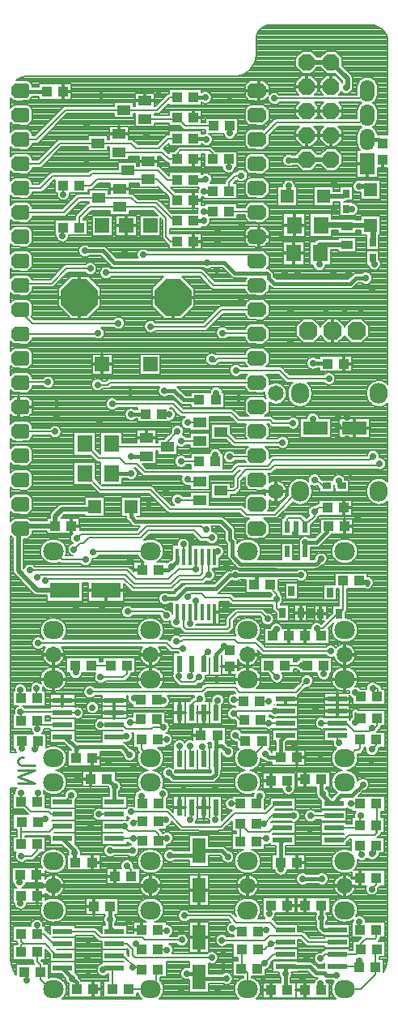
<source format=gtl>
G04 DipTrace 3.3.0.0*
G04 esp02.GTL*
%MOIN*%
G04 #@! TF.FileFunction,Copper,L1,Top*
G04 #@! TF.Part,Single*
%AMOUTLINE0*
4,1,8,
-0.01574,0.038,
-0.038,0.01574,
-0.038,-0.01574,
-0.01574,-0.038,
0.01574,-0.038,
0.038,-0.01574,
0.038,0.01574,
0.01574,0.038,
-0.01574,0.038,
0*%
%AMOUTLINE3*
4,1,8,
0.014159,0.034184,
0.034184,0.014159,
0.034184,-0.014159,
0.014159,-0.034184,
-0.014159,-0.034184,
-0.034184,-0.014159,
-0.034184,0.014159,
-0.014159,0.034184,
0.014159,0.034184,
0*%
%AMOUTLINE6*
4,1,8,
0.035,-0.03,
-0.0145,-0.03,
-0.03,-0.0145,
-0.03,0.0145,
-0.0145,0.03,
0.035,0.03,
0.045,0.02,
0.045,-0.02,
0.035,-0.03,
0*%
%AMOUTLINE9*
4,1,8,
-0.035,0.03,
0.0145,0.03,
0.03,0.0145,
0.03,-0.0145,
0.0145,-0.03,
-0.035,-0.03,
-0.045,-0.02,
-0.045,0.02,
-0.035,0.03,
0*%
%AMOUTLINE12*
4,1,8,
0.075118,-0.031115,
0.031115,-0.075118,
-0.031115,-0.075118,
-0.075118,-0.031115,
-0.075118,0.031115,
-0.031115,0.075118,
0.031115,0.075118,
0.075118,0.031115,
0.075118,-0.031115,
0*%
G04 #@! TA.AperFunction,Conductor*
%ADD14C,0.015*%
G04 #@! TA.AperFunction,CopperBalancing*
%ADD15C,0.008*%
G04 #@! TA.AperFunction,Conductor*
%ADD16C,0.02*%
G04 #@! TA.AperFunction,CopperBalancing*
%ADD17C,0.013*%
%ADD19R,0.043307X0.03937*%
%ADD21R,0.062992X0.070866*%
%ADD22R,0.102362X0.055118*%
%ADD24R,0.122047X0.064961*%
%ADD25R,0.03937X0.043307*%
%ADD26R,0.055118X0.102362*%
%ADD28R,0.055118X0.055118*%
%ADD29R,0.055118X0.03937*%
%ADD31R,0.021654X0.047244*%
%ADD33R,0.025591X0.041339*%
%ADD34R,0.027559X0.03937*%
%ADD35R,0.023622X0.067717*%
G04 #@! TA.AperFunction,ComponentPad*
%ADD38O,0.075X0.085*%
%ADD39C,0.065*%
%ADD40O,0.085X0.075*%
%ADD42R,0.027559X0.033465*%
%ADD43R,0.049213X0.035433*%
%ADD44R,0.033465X0.027559*%
%ADD45R,0.07874X0.023622*%
G04 #@! TA.AperFunction,ComponentPad*
%ADD46R,0.05937X0.05937*%
%ADD47R,0.015748X0.070866*%
G04 #@! TA.AperFunction,ComponentPad*
%ADD48R,0.06X0.09*%
%ADD49O,0.06X0.09*%
G04 #@! TA.AperFunction,ViaPad*
%ADD50C,0.027559*%
%ADD108C,0.010807*%
G04 #@! TA.AperFunction,ComponentPad*
%ADD111OUTLINE0*%
%ADD114OUTLINE3*%
%ADD117OUTLINE6*%
%ADD120OUTLINE9*%
%ADD123OUTLINE12*%
%FSLAX26Y26*%
G04*
G70*
G90*
G75*
G01*
G04 Top*
%LPD*%
X560732Y4139965D2*
D14*
X447912D1*
X443870Y4144007D1*
X1164715Y4116526D2*
X1213820D1*
X1207589Y3608844D2*
X1164715D1*
Y3947299D2*
X1213631D1*
X1218096Y3942835D1*
X1164715Y3778071D2*
X1213663D1*
X1215958Y3780366D1*
X970037Y2641673D2*
X908471D1*
Y2812915D2*
X910469Y2814912D1*
X968467D1*
X1189577Y2871731D2*
X1125127D1*
X1085936Y2910923D1*
X1045333D1*
X1244815Y3730909D2*
X1208610D1*
X1243992Y3648161D2*
X1206689Y3647657D1*
X1876021Y3373129D2*
X1833639D1*
X1810833Y3350323D1*
X1498287D1*
X1475877Y3372734D1*
Y3385427D1*
X1467121Y3394182D1*
X1334423D1*
X1292094Y3436510D1*
X1220521D1*
X839100D1*
X790522Y3485088D1*
X717517D1*
X826657Y2569925D2*
X908471D1*
X1881749Y3944000D2*
X1929235D1*
X1945518Y3927717D1*
X625450Y1487799D2*
X636129D1*
X681749Y1442178D1*
Y1436588D1*
Y1400251D1*
X1256749Y1396648D2*
Y1449441D1*
Y1487749D1*
X1263000Y1494000D1*
X1256749Y1787749D2*
X1258751D1*
Y1827499D1*
X1290303Y1859051D1*
X1298983D1*
X1314327Y1843707D1*
X1523285Y1402465D2*
Y1473134D1*
X1544201Y1494050D1*
X1256749Y1396648D2*
Y1333785D1*
X1241969Y1319004D1*
X1083402D1*
X1063000Y1339406D1*
X902175Y1413769D2*
X869667Y1446277D1*
X691438D1*
X681749Y1436588D1*
X1523285Y1402465D2*
X1475757D1*
X1461550Y1416672D1*
X1306749Y1425251D2*
X1282559Y1449441D1*
X1256749D1*
X1625396Y2248378D2*
Y2286293D1*
X1672522D1*
X1715018Y2328789D1*
Y2352782D1*
X1720887D1*
X1336858Y2151819D2*
X1424786D1*
X1608039D1*
X1020083Y2173924D2*
X1061984D1*
X1075093Y2187033D1*
X1099106Y2211046D1*
Y2227577D1*
X1336858Y2151819D2*
X1315239D1*
X1259106Y2095686D1*
X1134123D1*
X1093692Y2055255D1*
X1048180D1*
X1424786Y2151819D2*
Y2122277D1*
X1414581Y2112072D1*
X1667235Y2755556D2*
X1657521D1*
Y2794612D1*
Y3023774D2*
X1720110D1*
Y3020785D1*
X1717685D1*
X1777122Y2518774D2*
X1763583D1*
Y2540173D1*
X1690573Y2218980D2*
X1669732Y2198139D1*
X1358353D1*
X1324883Y2231609D1*
Y2288621D1*
X1314685Y2298819D1*
Y2336883D1*
X1278360Y2373209D1*
X925541D1*
X906881Y2391869D1*
Y2434173D1*
X1756799Y1494050D2*
D15*
Y1472033D1*
X1765790Y1463042D1*
X1832661Y1546677D2*
Y1586839D1*
X1854535Y1564965D1*
X1832661Y1668608D2*
X1854535D1*
Y1652465D1*
X1730160Y1839762D2*
X1455583D1*
X1420623Y1874722D1*
X1346888D1*
X1333942Y1887668D1*
X1120374D1*
X1114327Y1881621D1*
X1095252D1*
Y1958545D2*
X1099106D1*
Y1999231D1*
X1544201Y1544050D2*
X1475118D1*
X1454879D1*
X1442429Y1556500D1*
X1475118Y1632180D2*
X1474274Y1633024D1*
X1438000D1*
X1470261Y1972373D2*
X1444163Y1998471D1*
X1343930D1*
X1315016Y1969556D1*
Y1940130D1*
X1304801Y1929915D1*
X1134378D1*
X1124697Y1939596D1*
Y1999231D1*
X948285Y1558715D2*
Y1545230D1*
X904812D1*
X919730Y1645299D2*
X942950D1*
X948285Y1639965D1*
X888948Y1491240D2*
X892388Y1487799D1*
X838049D1*
X1150287Y1999231D2*
Y1954045D1*
X1054451Y1985056D2*
X1037424Y2002084D1*
X893126D1*
X625450Y1537799D2*
X536130D1*
X521465Y1552465D1*
Y1521098D1*
X522444Y1520119D1*
X519231Y1687156D2*
Y1648449D1*
X521465Y1646215D1*
X1175878Y1999231D2*
Y2046892D1*
X1122789Y1851613D2*
X1076411D1*
X1054908Y1873115D1*
X524875D1*
X1491560Y1902903D2*
Y1923214D1*
X1497707Y1929361D1*
X1506778D1*
Y2053259D2*
Y2017840D1*
X1528344Y1996274D1*
X1531469D1*
Y1993407D1*
X1508482Y2016394D1*
Y2047080D1*
X1328531D1*
X1314469Y2061143D1*
X1214648D1*
X1197619Y2078172D1*
X1155672D1*
X1139783Y2062283D1*
X1123203Y2278726D2*
Y2227577D1*
X1124697D1*
X1481510Y2112072D2*
X1471108D1*
X1508482Y2074698D1*
Y2016394D1*
X824050Y1781500D2*
X743486D1*
X1542429D2*
X1609967D1*
X1633571D1*
X1690551Y1902100D2*
Y1915969D1*
X1673786Y1932734D1*
X743486Y1781500D2*
X738007D1*
Y1672899D2*
X1199797D1*
X1216319Y1689421D1*
X1336873D1*
X1355323Y1670971D1*
X1586261D1*
X1632362Y1717072D1*
X1781014Y2128488D2*
Y2010944D1*
X1764302Y1994231D1*
X1758555D1*
X1697058Y1932734D1*
X1673786D1*
X1252650Y2227577D2*
Y2236416D1*
X1265274Y2249041D1*
X1314648Y2638413D2*
X1430009D1*
X1435596Y2644000D1*
X1258986Y2901416D2*
Y2874210D1*
X1256507Y2871731D1*
X1206749Y1396648D2*
Y1443234D1*
X1202671Y1447314D1*
X1240932Y2306379D2*
X1197552D1*
X1167270Y2336661D1*
X978970D1*
X948997Y2306689D1*
X734396D1*
X710138Y2282430D1*
X697105D1*
X672423Y2257748D1*
X1206749Y1787749D2*
Y1818849D1*
X1224412Y1836512D1*
X1216840Y2339755D2*
X1211096D1*
X1196911Y2353940D1*
X969650D1*
X937209Y2321499D1*
X702516D1*
X683635Y2302618D1*
X1756749Y644000D2*
X1638490D1*
X1612785Y669705D1*
X1478678D1*
X1459564Y650591D1*
X1282135D1*
X1254966Y1148102D2*
X1256749Y1149886D1*
Y1196648D1*
X1544151Y694000D2*
X1512403D1*
X1481717Y724686D1*
X1341622D1*
X1314415Y751894D1*
X1127848D1*
X1151946Y1148348D2*
X1156749Y1153152D1*
Y1196648D1*
X838000Y637749D2*
X892180D1*
X915156Y614773D1*
Y588638D1*
X924521Y579273D1*
X1240400D1*
X1265512Y1637715D2*
X1256818D1*
Y1587818D1*
X1256749Y1587749D1*
X625402Y687749D2*
X756572D1*
X781469Y662853D1*
X954654D1*
X965534Y651972D1*
X1117782D1*
X1191751Y1644886D2*
X1181059Y1634194D1*
X1170020D1*
X1156749Y1620924D1*
Y1587749D1*
X1744299Y1162799D2*
X1647971D1*
X1575466Y2777114D2*
X1492882D1*
X1480761Y2789235D1*
X1352007D1*
X1322272Y2818970D1*
X1118266D1*
X1080766Y2856470D1*
X830353D1*
X740199Y3412787D2*
X642035D1*
X580861Y3351613D1*
X451476D1*
X443864Y3344000D1*
X1531701Y1212799D2*
X1503682D1*
X1463392Y1172509D1*
X1332990D1*
X1278478Y1117997D1*
X1119215D1*
X1058290Y1178923D1*
X907579D1*
X855316Y3187896D2*
X499967D1*
X443864Y3244000D1*
X838049Y1169050D2*
X775955D1*
X770064Y2934815D2*
X812079D1*
X821264Y2944000D1*
X1435596D1*
X625450Y1219050D2*
X632925D1*
X661759Y1247883D1*
X772562Y3147979D2*
X768583Y3144000D1*
X443864D1*
X1435596Y3244000D2*
X1281940D1*
X1211941Y3174001D1*
X988193D1*
X1435596Y3344000D2*
X1248285D1*
X1196437Y3395848D1*
X804467D1*
X957154Y3468778D2*
X1410818D1*
X1435596Y3444000D1*
X1583480Y2322849D2*
Y2346226D1*
X1587995Y2350740D1*
X1064816Y2811879D2*
X1038429D1*
X1035396Y2814912D1*
X1240272Y3039444D2*
X1249904Y3029811D1*
X1264093Y3044000D1*
X1435596D1*
X1056651Y2679075D2*
Y2701633D1*
X1098875Y2743857D1*
X1284689Y3147925D2*
X1431671D1*
X1435596Y3144000D1*
X1056651Y2679075D2*
X839602D1*
X826619Y2692058D1*
X1201469Y2227577D2*
Y2160749D1*
X1191751Y2151031D1*
X1103430D1*
X1070189Y2117790D1*
X921552D1*
X885837Y2153505D1*
X532831D1*
X522818Y2143492D1*
X565320Y2945163D2*
X445026D1*
X443864Y2944000D1*
X1388000Y1399751D2*
X1399950D1*
X1446465Y1446265D1*
Y1471215D1*
X1788000Y1399751D2*
X1820499D1*
Y1420846D1*
X1831668Y1432016D1*
X1845201D1*
X1852320Y1439135D1*
Y1475251D1*
X510879Y1435318D2*
X523678Y1448117D1*
Y1469000D1*
X950500Y1475251D2*
Y1437251D1*
X988000Y1399751D1*
X1106749Y1396648D2*
Y1450487D1*
X1104572Y1737825D2*
Y1789928D1*
X1106749Y1787749D1*
X1104572Y1737825D2*
Y1722545D1*
X1114783Y1712333D1*
X1168711D1*
X1189455Y1733077D1*
X1228638Y2153504D2*
X1227059Y2151925D1*
Y2227577D1*
Y2151925D2*
X1229202Y2160881D1*
X1202747Y2134425D1*
X1110314D1*
X1075374Y2099486D1*
X917531D1*
X879227Y2137790D1*
X563092D1*
X554831Y2129529D1*
X594740Y2741703D2*
X446160D1*
X443864Y2744000D1*
X1723028Y2959949D2*
X1554064D1*
X1520215Y2993798D1*
X1340476D1*
X1315421Y3969869D2*
Y3997566D1*
X1314476Y3998510D1*
X1603699Y2496100D2*
X1595213D1*
X1500627Y2401514D1*
X1383820D1*
X1361255Y2424080D1*
X1067240D1*
X987173Y2504147D1*
X782199D1*
X716421Y2569925D1*
X1277613Y2741214D2*
X1289923D1*
X1333375Y2697761D1*
X1532428D1*
X1716883Y2429159D2*
X1679681D1*
X1662986Y2412463D1*
Y2394427D1*
X1638226Y2369667D1*
X1625396D1*
Y2350740D1*
Y2368201D1*
X1605419Y2388178D1*
X1556715D1*
X1550593Y2382056D1*
Y2350740D1*
X1662986Y2543419D2*
X1667752Y2548185D1*
X1697163Y2518774D1*
X1714130D1*
X1919249Y1475251D2*
Y1454794D1*
X1900493Y1436038D1*
X1903047Y1686941D2*
X1924012D1*
Y1655012D1*
X1921465Y1652465D1*
X1756799Y1544050D2*
X1793094D1*
X1827911Y1509234D1*
X1886807D1*
X1901371Y1523798D1*
X1907231Y1517938D1*
X1921465Y1532172D1*
Y1564965D1*
X1756799Y1544050D2*
X1692434D1*
X1701465Y1745529D2*
Y1780535D1*
X1700500Y1781500D1*
X1903244Y3520113D2*
D16*
Y3578350D1*
X1893062Y3588533D1*
X1689831Y3591550D2*
X1880902D1*
X1906723Y3565728D1*
Y3520113D1*
X1903244D1*
X1797623Y3585713D2*
Y3593482D1*
X1691762D1*
X1689831Y3591550D1*
X1279022Y2498373D2*
D15*
X1331774D1*
X1346533Y2513131D1*
Y2549665D1*
X1382862Y2585995D1*
X1481764D1*
X1499118Y2603349D1*
X1925262D1*
X1932415Y2610501D1*
X1192408Y2460971D2*
X1099592D1*
X1113084Y2619955D2*
X1114618Y2621490D1*
X1187180D1*
X1113084Y2704007D2*
X1113278Y2703812D1*
X1190999D1*
X1795259Y3720965D2*
D16*
X1783621Y3709327D1*
X1701332D1*
X988000Y2250751D2*
D15*
X756718D1*
X751161Y2245194D1*
X629310Y3717841D2*
X629034Y3718117D1*
Y3754189D1*
X595301Y2354959D2*
D16*
Y2394136D1*
X623033Y2421869D1*
X739937D1*
X752241Y2434173D1*
X757274D1*
X595301Y2354959D2*
X454823D1*
X443864Y2344000D1*
Y2169639D1*
X521828Y2091675D1*
X575749D1*
X572738Y2088663D1*
X633818D1*
X1017429Y1475251D2*
D15*
Y1476335D1*
X1053344D1*
X1041167Y1635636D2*
X1038454D1*
Y1644631D1*
X1019881D1*
X1015214Y1639965D1*
Y1558715D2*
Y1552528D1*
X1041167Y1526575D1*
X997466D1*
X990399Y1519508D1*
X889081D1*
X870790Y1537799D1*
X838049D1*
X782795D1*
Y1732848D2*
X876241D1*
X890979Y1747585D1*
Y1781500D1*
X588000Y2250751D2*
X588286D1*
X623169Y2215867D1*
X720912D1*
X625377Y3547594D2*
X628606Y3550824D1*
Y3580411D1*
X979581Y3779151D2*
X1014804D1*
X1097786Y3696169D1*
Y3693457D1*
X695963Y3754189D2*
X742822D1*
X767783Y3779151D1*
X979581D1*
X861831Y3665894D2*
X1005273D1*
X1052753Y3618413D1*
Y3542445D1*
X1070969Y3524230D1*
X1097786D1*
X695535Y3580411D2*
Y3624752D1*
X736677Y3665894D1*
X861831D1*
X1190999Y2778615D2*
X1140067D1*
X1141476Y2545949D2*
X1151651Y2535774D1*
X1192408D1*
X1905669Y2641327D2*
X1891222Y2626879D1*
X1495497D1*
X1469707Y2601089D1*
X1349286D1*
X1323411Y2575214D1*
X965307D1*
X932123Y2608398D1*
X885063D1*
X859832Y2633629D1*
X774812D1*
X716383Y2692058D1*
X1379535Y1471215D2*
X1361869D1*
X1338965Y1494119D1*
X1332539Y1639546D2*
X1364549D1*
X1371071Y1633024D1*
X1375500Y1556500D2*
X1357182D1*
X1330787Y1582895D1*
X1544201Y1594050D2*
X1502442D1*
X1341942D1*
X1330787Y1582895D1*
X1508312Y1733974D2*
X1475500Y1766786D1*
Y1781500D1*
X456749Y1469000D2*
Y1438365D1*
X452416Y1680089D2*
Y1648335D1*
X454535Y1646215D1*
Y1552465D2*
Y1587385D1*
X452416Y1589504D1*
X623745D1*
X625450Y1587799D1*
X684950D1*
X686617Y1586133D1*
X679646Y1751866D2*
X676556Y1754955D1*
Y1781500D1*
X1683566Y3429379D2*
D16*
Y3476049D1*
Y3510909D1*
X1797623D1*
X1687476Y3476049D2*
D15*
X1683566D1*
X1310343Y3830500D2*
Y3862461D1*
X1310663Y3862781D1*
X1255202Y2647597D2*
X1264776Y2638024D1*
Y2621490D1*
X1254109D1*
X1428479Y533715D2*
X1434396D1*
X1457950Y557269D1*
X1494681Y594000D1*
X1544151D1*
X1326110Y699479D2*
X1353092D1*
X1364820Y687751D1*
X838000Y537749D2*
X785020D1*
X792699Y530070D1*
X928209Y636862D2*
X952320Y612751D1*
X829904Y450251D2*
Y529654D1*
X838000Y537749D1*
X625402Y587749D2*
X602501D1*
X553253Y636997D1*
X462230D1*
X460434Y635202D1*
X454535Y629303D1*
Y602465D1*
X460434Y635202D2*
Y640969D1*
X454535Y646867D1*
Y677465D1*
X1788000Y449751D2*
X1856249D1*
X1915214Y508715D1*
Y539965D1*
Y608714D1*
X1921465Y614965D1*
X988000Y449751D2*
X897333D1*
X896833Y450251D1*
X988000Y449751D2*
X1012457D1*
Y531500D1*
X1019249D1*
X1756749Y544000D2*
X1844249D1*
X1848285Y539965D1*
Y566990D1*
X1848902Y566373D1*
Y726848D2*
X1852320Y723429D1*
Y694000D1*
X588000Y449751D2*
X575589D1*
X533965Y491375D1*
Y521215D1*
Y549249D1*
X521465Y561749D1*
Y602465D1*
X963303Y4027302D2*
X1093176D1*
X1097786Y4031912D1*
X1247547Y3998510D2*
X1131188D1*
X1097786Y4031912D1*
X859001Y3890920D2*
X1035541D1*
X1063776Y3862685D1*
X1097786D1*
X1243734Y3862781D2*
Y3885092D1*
X1230160Y3898665D1*
X1112573D1*
X1097786Y3883878D1*
Y3862685D1*
X467035Y521215D2*
X479291Y508959D1*
Y486052D1*
X520175Y711705D2*
X521465Y710415D1*
Y677465D1*
X452744Y804089D2*
Y831924D1*
X454535Y833715D1*
X625402Y637749D2*
X588041D1*
X548325Y677465D1*
X521465D1*
X1893062Y3738139D2*
D16*
Y3751123D1*
X1847736D1*
X1793459Y4156500D2*
X1800500D1*
Y4192589D1*
X1731816Y4261273D1*
X1631816D1*
X1551726Y3709327D2*
X1559378D1*
Y3753496D1*
X1557734Y3751852D1*
Y3857711D2*
X1628255D1*
X1631816Y3861273D1*
X1731816D1*
X952320Y531500D2*
D15*
Y538917D1*
X923517D1*
X878995Y583440D1*
X842310D1*
X838000Y587749D1*
X952320Y531500D2*
Y540680D1*
X913840D1*
X1055381Y690888D2*
X1022361D1*
X1019249Y694000D1*
Y612751D2*
X1053856D1*
X1055381Y611226D1*
X1483571Y794000D2*
Y767064D1*
X1476684Y760177D1*
X1464556Y694974D2*
X1424526D1*
X1431749Y687751D1*
X1483005Y638129D2*
X1457627Y612751D1*
X1429929D1*
X1483005Y638129D2*
X1496060D1*
X1501932Y644000D1*
X1544151D1*
X1756749Y594000D2*
X1833571D1*
X1854535Y614965D1*
Y635535D1*
X1875500Y656500D1*
X1912999D1*
X1919249Y662751D1*
Y694000D1*
X1690214Y446215D2*
X1688365Y473025D1*
Y575615D2*
X1706749Y594000D1*
X1756749D1*
X1388000Y449751D2*
Y515231D1*
X1363000Y540231D1*
Y612751D1*
Y540231D2*
Y535165D1*
X1361550Y533715D1*
X1744299Y1062799D2*
X1783357D1*
X1804378Y1083820D1*
X1911025D1*
X1918606Y1091402D1*
Y1124482D1*
Y1091402D2*
X1922115Y1094911D1*
Y1209885D1*
X1919249Y1212751D1*
X1531701Y1112799D2*
X1493923D1*
X1478365Y1097241D1*
X1392829D1*
X1358571Y1131500D1*
Y1056500D2*
X1357466D1*
Y1124121D1*
X1364192Y1130846D1*
X1357917D1*
X1358571Y1131500D1*
X838049Y1069050D2*
X917147D1*
X944201D1*
X954535Y1058715D1*
X917147Y1134164D2*
X911346Y1139965D1*
X954535D1*
X454535Y1046215D2*
Y1096614D1*
Y1135537D1*
X456749Y1137751D1*
X625450Y1119050D2*
X593126D1*
X570690Y1096614D1*
X454535D1*
X1849751Y1040448D2*
Y1011465D1*
X1857702Y1003513D1*
X1815642Y1211992D2*
X1853079D1*
X1852320Y1212751D1*
X1021465Y1139965D2*
X1044413D1*
X1050923Y1146474D1*
X1036896Y1251854D2*
Y1230396D1*
X1021465Y1214965D1*
X523678Y1137751D2*
X542382D1*
X555689Y1151058D1*
X523335Y1255425D2*
X521465Y1253555D1*
Y1221215D1*
Y1046215D2*
Y1021106D1*
X497636Y997278D1*
X455585D1*
X449161Y889815D2*
X452320Y892974D1*
Y919000D1*
X453833Y1258345D2*
X454535Y1257643D1*
Y1221215D1*
X625450Y1169050D2*
X579340D1*
X567722Y1180668D1*
X495083D1*
X454535Y1221215D1*
X838049Y1119050D2*
X879753D1*
X899196Y1099608D1*
X1008411D1*
X1021465Y1086554D1*
Y1058715D1*
Y1070542D1*
X1055362D1*
X950050Y1244850D2*
Y1219450D1*
X954535Y1214965D1*
X908965Y914965D2*
Y939550D1*
X891366Y957148D1*
X1531701Y1162799D2*
X1577777D1*
X1556627Y1274207D2*
Y1300373D1*
X1550500Y1306500D1*
X1531701Y1162799D2*
X1489022D1*
X1457723Y1131500D1*
X1455101D1*
X1425500D1*
X1438000Y1244000D2*
X1425500Y1231500D1*
Y1212751D1*
X1744299Y1112799D2*
X1839995D1*
X1851677Y1124482D1*
Y1159386D1*
X1854490Y1162198D1*
X1899908Y1006726D2*
X1915522D1*
Y1039290D1*
X1916680Y1040448D1*
X1899908Y861337D2*
X1919249Y880678D1*
Y906500D1*
X1425500Y1056500D2*
Y1069000D1*
X1463000D1*
X1358571Y1212751D2*
X1322294D1*
X1321257Y1211714D1*
X1156749Y1396648D2*
X1150539D1*
Y1450920D1*
X1152181Y1736592D2*
X1156749Y1741161D1*
Y1787749D1*
X1173843Y2176646D2*
X1175878Y2174610D1*
Y2227577D1*
X1173843Y2176646D2*
X1103083D1*
X1062768Y2136331D1*
X926669D1*
X891045Y2171955D1*
X491004D1*
X1435570Y3944007D2*
Y3941570D1*
X1506751Y4012751D1*
X1850500D1*
X1881749Y4044000D1*
X1362583Y3794915D2*
X1339354D1*
X1311744Y3767304D1*
Y3730909D1*
X1310921Y3648161D2*
X1431434D1*
X1435596Y3644000D1*
X1498542Y4111839D2*
X1849588D1*
X1881749Y4144000D1*
X876689Y4064703D2*
X1015843D1*
X1067665Y4116526D1*
X1097786D1*
X443864Y3944000D2*
X517936D1*
X638639Y4064703D1*
X876689D1*
X772387Y3928322D2*
X907719D1*
X929546Y3906495D1*
X1020172D1*
X1060976Y3947299D1*
X1097786D1*
X443864Y3844000D2*
X531696D1*
X616017Y3928322D1*
X772387D1*
X892967Y3816552D2*
X1018921D1*
X1057403Y3778071D1*
X1097786D1*
X443864Y3744000D2*
X535667D1*
X584280Y3792613D1*
X738420D1*
X748860Y3803052D1*
X892967D1*
Y3816552D1*
X775217Y3703295D2*
X908332D1*
X929793Y3681835D1*
X1012068D1*
X1085059Y3608844D1*
X1097786D1*
X775217Y3703295D2*
X691091D1*
X631795Y3644000D1*
X443864D1*
X1544151Y544000D2*
D14*
Y513731D1*
Y454778D1*
X1552714Y446215D1*
X684333Y450251D2*
Y475500D1*
X664841Y494992D1*
Y496864D1*
X623955Y537749D1*
X625402D1*
X1523285Y971215D2*
Y1054383D1*
X1531701Y1062799D1*
X625450Y1069050D2*
X675500Y1019000D1*
Y1008677D1*
Y975251D1*
X679535Y971215D1*
X1525310Y943252D2*
X1523285D1*
Y971215D1*
X1137913Y514693D2*
X1173556D1*
X1187458Y500791D1*
Y494000D1*
X1300500D1*
X1544151Y544000D2*
X1643453D1*
X1671465Y515988D1*
X1702983D1*
X1712860Y506112D1*
X1755731D1*
X1910622Y3430827D2*
X1904933D1*
Y3455432D1*
X1903244Y3457121D1*
X821465Y789965D2*
Y736986D1*
Y704285D1*
X838000Y687749D1*
X1692429Y794000D2*
Y743280D1*
Y702071D1*
X1700500Y694000D1*
X1756749D1*
X838049Y1219050D2*
Y1285881D1*
X808965Y1314965D1*
X1744299Y1212799D2*
X1731701D1*
X1692429Y1252071D1*
Y1312751D1*
X840748Y1283181D2*
X838049Y1285881D1*
X1699453Y1252071D2*
X1692429D1*
X821465Y1018839D2*
X912950D1*
X1067139Y1000206D2*
X1169205D1*
X1187458Y1018459D1*
X1282291D1*
X1306751Y994000D1*
X1614087Y903231D2*
X1694332D1*
X1744299Y1212799D2*
Y1217912D1*
X1771959Y1245572D1*
X1816927D1*
X1862983Y1291629D1*
X1818526Y3656684D2*
X1812085D1*
Y3657972D1*
X1795259D1*
X1847944Y2128488D2*
Y2127996D1*
X1867992D1*
X1881114Y2114874D1*
Y2120757D1*
D50*
X1213820Y4116526D3*
X1207589Y3608844D3*
X1218096Y3942835D3*
X1215958Y3780366D3*
X908471Y2641673D3*
Y2812915D3*
X1045333Y2910923D3*
X1208610Y3730909D3*
X1206689Y3647657D3*
X1876021Y3373129D3*
X1220521Y3436510D3*
X717517Y3485088D3*
X908471Y2569925D3*
Y2641673D3*
X1063000Y1339406D3*
X902175Y1413769D3*
X1461550Y1416672D3*
X1306749Y1425251D3*
X1336858Y2151819D3*
X1608039D3*
X1290303Y1859051D3*
X1625396Y2286293D3*
X1290303Y1859051D3*
X1048180Y2055255D3*
X1336858Y2151819D3*
X1075093Y2187033D3*
X1657521Y2794612D3*
Y3023774D3*
X1763583Y2540173D3*
X1690573Y2218980D3*
X1763583Y2540173D3*
X1657521Y2794612D3*
X1765790Y1463042D3*
X1832661Y1546677D3*
Y1668608D3*
X1730160Y1839762D3*
X1095252Y1881621D3*
Y1958545D3*
X1475118Y1632180D3*
Y1544050D3*
X1470261Y1972373D3*
X904812Y1545230D3*
X919730Y1645299D3*
X888948Y1491240D3*
X904812Y1545230D3*
X1150287Y1954045D3*
X1054451Y1985056D3*
X893126Y2002084D3*
X522444Y1520119D3*
X519231Y1687156D3*
X1175878Y2046892D3*
X1122789Y1851613D3*
X524875Y1873115D3*
X1506778Y1929361D3*
Y2053259D3*
X1139783Y2062283D3*
X1123203Y2278726D3*
X1673786Y1932734D3*
X1609967Y1781500D3*
X738007D3*
Y1672899D3*
X1632362Y1717072D3*
X1609967Y1781500D3*
X1265274Y2249041D3*
X1314648Y2638413D3*
X1258986Y2901416D3*
X1202671Y1447314D3*
X1240932Y2306379D3*
X672423Y2257748D3*
X1224412Y1836512D3*
X1216840Y2339755D3*
X683635Y2302618D3*
X1282135Y650591D3*
X1254966Y1148102D3*
X1127848Y751894D3*
X1151946Y1148348D3*
X1240400Y579273D3*
X1265512Y1637715D3*
X1117782Y651972D3*
X1191751Y1644886D3*
X1647971Y1162799D3*
X1575466Y2777114D3*
X830353Y2856470D3*
X740199Y3412787D3*
X907579Y1178923D3*
X855316Y3187896D3*
X775955Y1169050D3*
X770064Y2934815D3*
X661759Y1247883D3*
X772562Y3147979D3*
X988193Y3174001D3*
X804467Y3395848D3*
X957154Y3468778D3*
X1064816Y2811879D3*
X1240272Y3039444D3*
X1098875Y2743857D3*
X1284689Y3147925D3*
X522818Y2143492D3*
X565320Y2945163D3*
X510879Y1435318D3*
X1106749Y1450487D3*
X1104572Y1737825D3*
X1189455Y1733077D3*
X1228638Y2153504D3*
X1104572Y1737825D3*
X554831Y2129529D3*
X594740Y2741703D3*
X1723028Y2959949D3*
X1340476Y2993798D3*
X1315421Y3969869D3*
X1532428Y2697761D3*
X1662986Y2543419D3*
Y2412463D3*
X1900493Y1436038D3*
X1903047Y1686941D3*
X1901371Y1523798D3*
X1692434Y1544050D3*
X1701465Y1745529D3*
X1932415Y2610501D3*
X1099592Y2460971D3*
X1113084Y2619955D3*
Y2704007D3*
X751161Y2245194D3*
X629310Y3717841D3*
X1053344Y1476335D3*
X1041167Y1635636D3*
Y1526575D3*
X782795Y1537799D3*
Y1732848D3*
X720912Y2215867D3*
X625377Y3547594D3*
X1140067Y2778615D3*
X1141476Y2545949D3*
X1905669Y2641327D3*
X1338965Y1494119D3*
X1332539Y1639546D3*
X1330787Y1582895D3*
X1508312Y1733974D3*
X1502442Y1594050D3*
X456749Y1438365D3*
X452416Y1680089D3*
Y1589504D3*
D3*
X686617Y1586133D3*
X679646Y1751866D3*
X1683566Y3429379D3*
X1310343Y3830500D3*
X1255202Y2647597D3*
X1326110Y699479D3*
X1457950Y557269D3*
X792699Y530070D3*
X928209Y636862D3*
X1848902Y566373D3*
Y726848D3*
X479291Y486052D3*
X520175Y711705D3*
X452744Y804089D3*
X1847736Y3751123D3*
X1793459Y4156500D3*
X1557734Y3751852D3*
Y3857711D3*
X913840Y540680D3*
X1055381Y690888D3*
Y611226D3*
X1476684Y760177D3*
X1464556Y694974D3*
X1483005Y638129D3*
D3*
X1688365Y473025D3*
Y575615D3*
X917147Y1134164D3*
Y1069050D3*
X1857702Y1003513D3*
X1815642Y1211992D3*
X1050923Y1146474D3*
X1036896Y1251854D3*
X555689Y1151058D3*
X523335Y1255425D3*
X455585Y997278D3*
X449161Y889815D3*
X453833Y1258345D3*
X455585Y997278D3*
X1055362Y1070542D3*
X950050Y1244850D3*
X891366Y957148D3*
X879753Y1119050D3*
X1577777Y1162799D3*
X1556627Y1274207D3*
X1438000Y1244000D3*
X1455101Y1131500D3*
X1854490Y1162198D3*
X1899908Y1006726D3*
Y861337D3*
X1463000Y1069000D3*
X1321257Y1211714D3*
X1150539Y1450920D3*
X1152181Y1736592D3*
X1173843Y2176646D3*
X491004Y2171955D3*
X1173843Y2176646D3*
X1362583Y3794915D3*
X1498542Y4111839D3*
X675500Y1008677D3*
X664841Y494992D3*
X1525310Y943252D3*
X1544151Y513731D3*
X1137913Y514693D3*
X664841Y494992D3*
X1300500Y494000D3*
X1544151Y513731D3*
X1755731Y506112D3*
X1910622Y3430827D3*
X840748Y1283181D3*
X821465Y736986D3*
X1699453Y1252071D3*
X1692429Y743280D3*
X912950Y1018839D3*
X1067139Y1000206D3*
X821465Y1018839D3*
X1306751Y994000D3*
X1614087Y903231D3*
X1694332D3*
X1862983Y1291629D3*
X1818526Y3656684D3*
X1881114Y2120757D3*
X1263000Y3569000D3*
Y3519000D3*
X1526634Y3536281D3*
X1743933Y3651379D3*
X1745324Y3761012D3*
X1542465Y3395867D3*
X1596058Y3395680D3*
X1565829Y3108266D3*
X1563844Y3235471D3*
X600879Y2855173D3*
X600353Y2801189D3*
X1759902Y2799306D3*
X1797402D3*
X1759902Y2761806D3*
Y2711806D3*
X1797402D3*
X1264545Y2341024D3*
X1583480Y2322849D3*
X1154801Y2302567D3*
X1059430Y2231980D3*
X905954Y2209172D3*
X1302340Y2197469D3*
X1369836Y2119818D3*
X1065177Y2019463D3*
X1297694Y2016282D3*
X1644945Y1997902D3*
X1261677Y1724636D3*
X1238033Y1664219D3*
X1070810Y1586227D3*
X1253253Y1271773D3*
X1123944Y1269345D3*
X896307Y732959D3*
X1113000Y694000D3*
X730748Y634975D3*
X1288000Y594000D3*
X729301Y579467D3*
X1631749Y575251D3*
X1288000Y544000D3*
X730265Y508030D3*
X1614123Y496706D3*
X1449938Y482402D3*
X1113000Y444000D3*
X1263000D3*
X969621Y3962244D3*
X726049Y4000738D3*
X724720Y3858709D3*
X783789Y4123520D3*
X1020724Y4142102D3*
X1314073Y4119537D3*
X1260776Y3407059D3*
X1363245Y3593449D3*
X1362362Y3288688D3*
X880928Y3483029D3*
X1687908Y1412287D3*
X1667416Y1605524D3*
X1450282Y1352579D3*
X917854Y1359807D3*
X814465Y1385605D3*
X689029Y1313927D3*
X748920Y1608140D3*
X739714Y1126394D3*
X1646117Y1107155D3*
X1899579Y1388870D3*
X1838276Y1349089D3*
X789450Y2023505D3*
X896337Y2075623D3*
X682563Y2020856D3*
X1740446Y3394920D3*
X1805084Y3395898D3*
X1855970Y3245381D3*
X1788226Y3246045D3*
X1712175D3*
X1902442Y3328732D3*
X980411Y2442157D3*
X776433Y2787474D3*
X1051883Y2494357D3*
X904119Y2902311D3*
X1352227Y2879825D3*
X1580421Y1451806D3*
X1809942Y2574873D3*
X1618680Y2576079D3*
X1841025Y2388982D3*
X1453886Y4406631D2*
D15*
X1926177D1*
X1442933Y4398762D2*
X1938786D1*
X1435449Y4390894D2*
X1946786D1*
X1430793Y4383025D2*
X1953051D1*
X1427230Y4375156D2*
X1958083D1*
X1424808Y4367287D2*
X1961255D1*
X1424558Y4359419D2*
X1963942D1*
X1424558Y4351550D2*
X1963942D1*
X1424558Y4343681D2*
X1963958D1*
X1424558Y4335812D2*
X1963958D1*
X1424558Y4327944D2*
X1963958D1*
X1424542Y4320075D2*
X1963958D1*
X1424542Y4312206D2*
X1963958D1*
X1424542Y4304337D2*
X1608318D1*
X1655308D2*
X1708318D1*
X1755308D2*
X1963958D1*
X1424542Y4296469D2*
X1600442D1*
X1663182D2*
X1700442D1*
X1763182D2*
X1963958D1*
X1424026Y4288600D2*
X1592583D1*
X1671058D2*
X1692583D1*
X1771058D2*
X1963958D1*
X1423089Y4280731D2*
X1585707D1*
X1777917D2*
X1963958D1*
X1422151Y4272862D2*
X1584505D1*
X1779121D2*
X1963958D1*
X1419510Y4264993D2*
X1584505D1*
X1779121D2*
X1963958D1*
X1416480Y4257125D2*
X1584505D1*
X1779121D2*
X1963958D1*
X1413182Y4249256D2*
X1584505D1*
X1779121D2*
X1963958D1*
X1407605Y4241387D2*
X1585927D1*
X1784073D2*
X1963958D1*
X1402010Y4233518D2*
X1593005D1*
X1670621D2*
X1693005D1*
X1791933D2*
X1963958D1*
X1393730Y4225650D2*
X1600879D1*
X1662761D2*
X1700879D1*
X1799808D2*
X1963958D1*
X1384465Y4217781D2*
X1608786D1*
X1654839D2*
X1708786D1*
X1807667D2*
X1963958D1*
X1369370Y4209912D2*
X1750818D1*
X1815542D2*
X1963958D1*
X1340761Y4202043D2*
X1606020D1*
X1657605D2*
X1706020D1*
X1821526D2*
X1963958D1*
X445354Y4194175D2*
X1598146D1*
X1665480D2*
X1698146D1*
X1823558D2*
X1857411D1*
X1906073D2*
X1963958D1*
X480386Y4186306D2*
X1399207D1*
X1451495D2*
X1590286D1*
X1673354D2*
X1690286D1*
X1823621D2*
X1848614D1*
X1914886D2*
X1963958D1*
X492667Y4178437D2*
X1386818D1*
X1463886D2*
X1584879D1*
X1678745D2*
X1684879D1*
X1823621D2*
X1843364D1*
X1920136D2*
X1963958D1*
X500105Y4170568D2*
X525958D1*
X662433D2*
X1379379D1*
X1471745D2*
X1584505D1*
X1679121D2*
X1684505D1*
X1823621D2*
X1840239D1*
X1923261D2*
X1963958D1*
X501995Y4162699D2*
X525958D1*
X662433D2*
X1377474D1*
X1477980D2*
X1584505D1*
X1679121D2*
X1684505D1*
X1823621D2*
X1838786D1*
X1924714D2*
X1963958D1*
X662433Y4154831D2*
X1377474D1*
X1478714D2*
X1584505D1*
X1679121D2*
X1684505D1*
X1823558D2*
X1838630D1*
X1924870D2*
X1963958D1*
X662433Y4146962D2*
X1063020D1*
X1199495D2*
X1377474D1*
X1478714D2*
X1584520D1*
X1679121D2*
X1684520D1*
X1821480D2*
X1838630D1*
X1924870D2*
X1963958D1*
X662433Y4139093D2*
X1063020D1*
X1227730D2*
X1377474D1*
X1478714D2*
X1587474D1*
X1676151D2*
X1687474D1*
X1815277D2*
X1838630D1*
X1924870D2*
X1963958D1*
X662433Y4131224D2*
X922630D1*
X1003980D2*
X1059770D1*
X1236182D2*
X1377474D1*
X1516823D2*
X1595302D1*
X1668339D2*
X1695302D1*
X1768339D2*
X1786161D1*
X1800761D2*
X1838630D1*
X1924870D2*
X1963958D1*
X662433Y4123356D2*
X922630D1*
X1003980D2*
X1050614D1*
X1239808D2*
X1377490D1*
X1924495D2*
X1963958D1*
X498573Y4115487D2*
X525958D1*
X662433D2*
X922630D1*
X1003980D2*
X1042739D1*
X1240698D2*
X1380895D1*
X1922651D2*
X1963974D1*
X411808Y4107618D2*
X417529D1*
X490698D2*
X922630D1*
X1003980D2*
X1034879D1*
X1239151D2*
X1388755D1*
X1461933D2*
X1471990D1*
X1919073D2*
X1963974D1*
X411808Y4099749D2*
X922630D1*
X1003980D2*
X1027005D1*
X1234621D2*
X1474614D1*
X1913136D2*
X1963974D1*
X411808Y4091881D2*
X836005D1*
X917370D2*
X922630D1*
X1003980D2*
X1019146D1*
X1199495D2*
X1204427D1*
X1223214D2*
X1480927D1*
X1516167D2*
X1595864D1*
X1667777D2*
X1695864D1*
X1767777D2*
X1854302D1*
X1909198D2*
X1963974D1*
X411808Y4084012D2*
X421379D1*
X486839D2*
X836005D1*
X917370D2*
X922630D1*
X1003980D2*
X1011270D1*
X1059026D2*
X1392614D1*
X1458073D2*
X1587990D1*
X1675636D2*
X1687990D1*
X1775636D2*
X1846818D1*
X1916682D2*
X1963974D1*
X494949Y4076143D2*
X626192D1*
X1051167D2*
X1384520D1*
X1466182D2*
X1584535D1*
X1679105D2*
X1684535D1*
X1779105D2*
X1842255D1*
X1921245D2*
X1963974D1*
X501214Y4068274D2*
X618333D1*
X1043293D2*
X1378239D1*
X1474042D2*
X1584520D1*
X1679121D2*
X1684505D1*
X1779121D2*
X1839661D1*
X1923839D2*
X1963974D1*
X501980Y4060406D2*
X610458D1*
X1035417D2*
X1063020D1*
X1199495D2*
X1377474D1*
X1478573D2*
X1584520D1*
X1679121D2*
X1684505D1*
X1779121D2*
X1838646D1*
X1924839D2*
X1963974D1*
X501980Y4052537D2*
X602598D1*
X1027526D2*
X1063020D1*
X1199495D2*
X1377474D1*
X1478714D2*
X1584520D1*
X1679121D2*
X1684505D1*
X1779121D2*
X1838630D1*
X1924870D2*
X1963974D1*
X501980Y4044668D2*
X594723D1*
X642480D2*
X836005D1*
X917370D2*
X922630D1*
X1003980D2*
X1063020D1*
X1199495D2*
X1377474D1*
X1478714D2*
X1584755D1*
X1678870D2*
X1684755D1*
X1778870D2*
X1838630D1*
X1924870D2*
X1963974D1*
X501980Y4036799D2*
X586849D1*
X634621D2*
X836005D1*
X917370D2*
X922630D1*
X1199495D2*
X1377474D1*
X1478714D2*
X1589723D1*
X1673902D2*
X1689723D1*
X1773902D2*
X1838630D1*
X1924870D2*
X1963974D1*
X501980Y4028930D2*
X578990D1*
X626745D2*
X922630D1*
X1199495D2*
X1212770D1*
X1349245D2*
X1377474D1*
X1478698D2*
X1503818D1*
X1924870D2*
X1963974D1*
X501621Y4021062D2*
X571114D1*
X618870D2*
X922630D1*
X1199495D2*
X1212770D1*
X1349245D2*
X1377833D1*
X1475370D2*
X1491177D1*
X1924121D2*
X1963974D1*
X496277Y4013193D2*
X563255D1*
X611010D2*
X922630D1*
X1349245D2*
X1383177D1*
X1467510D2*
X1483318D1*
X1921808D2*
X1963974D1*
X411808Y4005324D2*
X419818D1*
X488417D2*
X555379D1*
X603136D2*
X922630D1*
X1003980D2*
X1063020D1*
X1349245D2*
X1391051D1*
X1459636D2*
X1475442D1*
X1917621D2*
X1963974D1*
X411808Y3997455D2*
X547505D1*
X595277D2*
X818318D1*
X899682D2*
X922630D1*
X1003980D2*
X1108364D1*
X1349245D2*
X1467583D1*
X1910761D2*
X1963974D1*
X411808Y3989587D2*
X539646D1*
X587402D2*
X818318D1*
X899682D2*
X1116239D1*
X1349245D2*
X1459707D1*
X1507465D2*
X1593567D1*
X1670073D2*
X1693567D1*
X1770073D2*
X1851707D1*
X1911793D2*
X1963974D1*
X411808Y3981718D2*
X418864D1*
X489370D2*
X531770D1*
X579526D2*
X818318D1*
X899682D2*
X1212770D1*
X1349245D2*
X1390051D1*
X1499605D2*
X1586239D1*
X1677402D2*
X1686239D1*
X1777402D2*
X1845239D1*
X1918261D2*
X1963974D1*
X497245Y3973849D2*
X523911D1*
X571667D2*
X818318D1*
X899682D2*
X1063020D1*
X1199495D2*
X1212770D1*
X1349245D2*
X1382192D1*
X1491730D2*
X1584520D1*
X1679121D2*
X1684505D1*
X1779121D2*
X1841318D1*
X1922182D2*
X1963974D1*
X501823Y3965980D2*
X516035D1*
X563793D2*
X818318D1*
X899682D2*
X1063020D1*
X1230965D2*
X1288818D1*
X1342026D2*
X1377614D1*
X1483854D2*
X1584520D1*
X1679121D2*
X1684505D1*
X1779121D2*
X1839207D1*
X1924293D2*
X1963974D1*
X555933Y3958112D2*
X731707D1*
X813073D2*
X818318D1*
X899682D2*
X1047911D1*
X1240058D2*
X1291318D1*
X1339526D2*
X1377442D1*
X1478682D2*
X1584520D1*
X1679121D2*
X1684505D1*
X1779121D2*
X1838630D1*
X548058Y3950243D2*
X731707D1*
X813073D2*
X818318D1*
X899682D2*
X1040035D1*
X1243917D2*
X1297411D1*
X1333433D2*
X1377442D1*
X1478682D2*
X1584520D1*
X1679121D2*
X1684505D1*
X1779121D2*
X1838630D1*
X540182Y3942374D2*
X606911D1*
X916823D2*
X1032177D1*
X1244995D2*
X1377442D1*
X1478682D2*
X1585458D1*
X1678167D2*
X1685458D1*
X1778167D2*
X1838630D1*
X532323Y3934505D2*
X598318D1*
X925417D2*
X1024302D1*
X1243636D2*
X1377442D1*
X1478682D2*
X1592020D1*
X1671621D2*
X1692020D1*
X1771621D2*
X1838630D1*
X501980Y3926636D2*
X590458D1*
X933277D2*
X1016427D1*
X1239354D2*
X1377442D1*
X1478354D2*
X1599879D1*
X1663745D2*
X1699879D1*
X1763745D2*
X1838692D1*
X500823Y3918768D2*
X582583D1*
X1056323D2*
X1063020D1*
X1199495D2*
X1207192D1*
X1228995D2*
X1378614D1*
X1473058D2*
X1607755D1*
X1655870D2*
X1707755D1*
X1755870D2*
X1839879D1*
X493980Y3910899D2*
X574707D1*
X622480D2*
X731707D1*
X813073D2*
X818318D1*
X1048449D2*
X1100974D1*
X1241761D2*
X1385458D1*
X1465182D2*
X1842692D1*
X411808Y3903030D2*
X422958D1*
X485277D2*
X566849D1*
X614605D2*
X731707D1*
X813073D2*
X818318D1*
X1047277D2*
X1093051D1*
X1249682D2*
X1394177D1*
X1456465D2*
X1607005D1*
X1656621D2*
X1707005D1*
X1756621D2*
X1847535D1*
X411808Y3895161D2*
X558974D1*
X606730D2*
X818318D1*
X1055182D2*
X1085192D1*
X1257370D2*
X1599146D1*
X1664495D2*
X1699146D1*
X1764495D2*
X1838630D1*
X411808Y3887293D2*
X551114D1*
X598870D2*
X818318D1*
X1345433D2*
X1591270D1*
X1672354D2*
X1691270D1*
X1772354D2*
X1838630D1*
X411808Y3879424D2*
X416560D1*
X491667D2*
X543239D1*
X590995D2*
X818318D1*
X1199495D2*
X1208958D1*
X1345433D2*
X1387802D1*
X1462902D2*
X1542458D1*
X1778449D2*
X1838630D1*
X499402Y3871555D2*
X535364D1*
X583136D2*
X818318D1*
X899682D2*
X938895D1*
X1020261D2*
X1031020D1*
X1199495D2*
X1208958D1*
X1345433D2*
X1380067D1*
X1470761D2*
X1534802D1*
X1779121D2*
X1838630D1*
X501980Y3863686D2*
X527505D1*
X575261D2*
X818318D1*
X899682D2*
X938895D1*
X1020261D2*
X1038895D1*
X1199495D2*
X1208958D1*
X1345433D2*
X1377474D1*
X1477573D2*
X1531520D1*
X1779121D2*
X1838630D1*
X567386Y3855818D2*
X938895D1*
X1020261D2*
X1046770D1*
X1199495D2*
X1208958D1*
X1345433D2*
X1377474D1*
X1478714D2*
X1530895D1*
X1779121D2*
X1838630D1*
X559526Y3847949D2*
X852286D1*
X933651D2*
X938895D1*
X1020261D2*
X1055958D1*
X1199495D2*
X1208958D1*
X1345433D2*
X1377474D1*
X1478714D2*
X1532723D1*
X1779121D2*
X1838630D1*
X551651Y3840080D2*
X852286D1*
X933651D2*
X938895D1*
X1020261D2*
X1063020D1*
X1199495D2*
X1208958D1*
X1345433D2*
X1377474D1*
X1478714D2*
X1537692D1*
X1776917D2*
X1838630D1*
X543777Y3832211D2*
X852286D1*
X1024323D2*
X1063020D1*
X1199495D2*
X1208958D1*
X1345433D2*
X1377474D1*
X1478714D2*
X1551364D1*
X1564089D2*
X1594318D1*
X1669323D2*
X1694318D1*
X1769323D2*
X1838630D1*
X501980Y3824343D2*
X852286D1*
X1035010D2*
X1284177D1*
X1336510D2*
X1377474D1*
X1477589D2*
X1602177D1*
X1661449D2*
X1702177D1*
X1761449D2*
X1838630D1*
X1924870D2*
X1963990D1*
X499417Y3816474D2*
X738770D1*
X1042886D2*
X1287535D1*
X1333151D2*
X1347067D1*
X1470793D2*
X1610598D1*
X1653026D2*
X1710598D1*
X1753026D2*
X1838630D1*
X1924870D2*
X1963990D1*
X411808Y3808605D2*
X416530D1*
X491698D2*
X580223D1*
X1050745D2*
X1063020D1*
X1199495D2*
X1295333D1*
X1325354D2*
X1329659D1*
X1462917D2*
X1838630D1*
X1924870D2*
X1963990D1*
X411808Y3800736D2*
X568520D1*
X1058621D2*
X1063020D1*
X1233073D2*
X1321302D1*
X1388823D2*
X1838630D1*
X1924870D2*
X1963990D1*
X411808Y3792867D2*
X560661D1*
X1239667D2*
X1313427D1*
X1389402D2*
X1838630D1*
X1924870D2*
X1963990D1*
X411808Y3784999D2*
X423020D1*
X485214D2*
X552786D1*
X1242449D2*
X1305551D1*
X1387526D2*
X1394239D1*
X1456449D2*
X1963990D1*
X493965Y3777130D2*
X544911D1*
X1242651D2*
X1297911D1*
X1465182D2*
X1550442D1*
X1565026D2*
X1844739D1*
X1933745D2*
X1963990D1*
X500808Y3769261D2*
X537051D1*
X584808D2*
X594255D1*
X1240370D2*
X1294739D1*
X1337573D2*
X1356974D1*
X1368182D2*
X1378661D1*
X1473058D2*
X1537490D1*
X1577980D2*
X1828177D1*
X1933745D2*
X1963990D1*
X501980Y3761392D2*
X529177D1*
X576933D2*
X594255D1*
X773902D2*
X821146D1*
X902510D2*
X938895D1*
X1346510D2*
X1377474D1*
X1478370D2*
X1532646D1*
X1582823D2*
X1822942D1*
X1933745D2*
X1963990D1*
X569073Y3753524D2*
X594255D1*
X766042D2*
X821146D1*
X902510D2*
X938895D1*
X1346510D2*
X1377474D1*
X1478714D2*
X1530895D1*
X1584573D2*
X1820942D1*
X1933745D2*
X1963990D1*
X561198Y3745655D2*
X594255D1*
X758167D2*
X821146D1*
X902510D2*
X1024427D1*
X1072182D2*
X1186270D1*
X1346510D2*
X1377474D1*
X1478714D2*
X1511051D1*
X1592402D2*
X1660661D1*
X1742010D2*
X1768364D1*
X1933745D2*
X1963990D1*
X553339Y3737786D2*
X594255D1*
X730730D2*
X821146D1*
X902510D2*
X1032286D1*
X1080042D2*
X1182630D1*
X1346510D2*
X1377474D1*
X1478714D2*
X1511051D1*
X1592402D2*
X1660661D1*
X1742010D2*
X1768364D1*
X1933745D2*
X1963990D1*
X544714Y3729917D2*
X594255D1*
X815902D2*
X821167D1*
X902510D2*
X1040161D1*
X1087917D2*
X1181723D1*
X1346510D2*
X1377474D1*
X1478714D2*
X1511051D1*
X1592402D2*
X1660661D1*
X1822151D2*
X1831723D1*
X1933745D2*
X1963990D1*
X501823Y3722049D2*
X602755D1*
X655870D2*
X734535D1*
X815902D2*
X821167D1*
X902510D2*
X1048020D1*
X1346510D2*
X1377630D1*
X1476214D2*
X1511051D1*
X1592402D2*
X1660661D1*
X1822151D2*
X1852379D1*
X1933745D2*
X1963990D1*
X497261Y3714180D2*
X602661D1*
X655949D2*
X678098D1*
X921323D2*
X1055895D1*
X1346510D2*
X1382192D1*
X1468495D2*
X1511051D1*
X1592402D2*
X1660661D1*
X1822151D2*
X1852379D1*
X1933745D2*
X1963990D1*
X411808Y3706311D2*
X418833D1*
X489402D2*
X605098D1*
X653526D2*
X670223D1*
X929198D2*
X1063020D1*
X1346510D2*
X1390067D1*
X1460636D2*
X1511051D1*
X1592402D2*
X1660661D1*
X1822151D2*
X1852379D1*
X1933745D2*
X1963990D1*
X411808Y3698442D2*
X611051D1*
X647573D2*
X662364D1*
X937058D2*
X1063020D1*
X1199495D2*
X1511051D1*
X1592402D2*
X1660661D1*
X1822151D2*
X1852379D1*
X1933745D2*
X1963990D1*
X411808Y3690573D2*
X654490D1*
X1027214D2*
X1063020D1*
X1199495D2*
X1511051D1*
X1592402D2*
X1660661D1*
X1796526D2*
X1963990D1*
X411808Y3682705D2*
X419849D1*
X488386D2*
X646614D1*
X694386D2*
X734535D1*
X1035073D2*
X1063020D1*
X1199495D2*
X1391083D1*
X1459621D2*
X1511051D1*
X1592402D2*
X1660661D1*
X1742010D2*
X1768364D1*
X1822151D2*
X1963990D1*
X496245Y3674836D2*
X638755D1*
X686510D2*
X721739D1*
X1042949D2*
X1063020D1*
X1199495D2*
X1209223D1*
X1345698D2*
X1383207D1*
X1467480D2*
X1511051D1*
X1592402D2*
X1660661D1*
X1742010D2*
X1768364D1*
X1838073D2*
X1963990D1*
X501621Y3666967D2*
X630879D1*
X678636D2*
X713864D1*
X1050823D2*
X1063020D1*
X1345698D2*
X1377833D1*
X1475339D2*
X1768364D1*
X1843308D2*
X1963990D1*
X670777Y3659098D2*
X706005D1*
X1058682D2*
X1182427D1*
X1478698D2*
X1768364D1*
X1845308D2*
X1963990D1*
X662902Y3651230D2*
X698130D1*
X1066558D2*
X1180035D1*
X1478714D2*
X1768364D1*
X1844854D2*
X1963990D1*
X655042Y3643361D2*
X690270D1*
X738026D2*
X821146D1*
X902510D2*
X1003927D1*
X1074417D2*
X1180146D1*
X1478714D2*
X1768364D1*
X1841777D2*
X1964005D1*
X647167Y3635492D2*
X682442D1*
X730151D2*
X821146D1*
X902510D2*
X1011802D1*
X1478714D2*
X1534974D1*
X1624214D2*
X1645207D1*
X1734449D2*
X1768364D1*
X1834558D2*
X1964005D1*
X501980Y3627623D2*
X678677D1*
X722293D2*
X746770D1*
X832386D2*
X845192D1*
X930808D2*
X943614D1*
X1345698D2*
X1377474D1*
X1478573D2*
X1534974D1*
X1624214D2*
X1645207D1*
X1734449D2*
X1852379D1*
X1933745D2*
X1964005D1*
X501230Y3619755D2*
X678411D1*
X714417D2*
X746770D1*
X832386D2*
X845192D1*
X930808D2*
X943614D1*
X1345698D2*
X1378223D1*
X1474073D2*
X1534974D1*
X1624214D2*
X1645207D1*
X1734449D2*
X1852379D1*
X1933745D2*
X1964005D1*
X494980Y3611886D2*
X593833D1*
X730308D2*
X746770D1*
X832386D2*
X845192D1*
X930808D2*
X943614D1*
X1029230D2*
X1035395D1*
X1234308D2*
X1384490D1*
X1466198D2*
X1534974D1*
X1624214D2*
X1645207D1*
X1933745D2*
X1964005D1*
X411808Y3604017D2*
X421349D1*
X486886D2*
X593833D1*
X730308D2*
X746770D1*
X832386D2*
X845192D1*
X930808D2*
X943614D1*
X1029230D2*
X1035630D1*
X1234042D2*
X1392583D1*
X1458121D2*
X1534974D1*
X1624214D2*
X1645207D1*
X1933745D2*
X1964005D1*
X411808Y3596148D2*
X593833D1*
X730308D2*
X746770D1*
X832386D2*
X845192D1*
X930808D2*
X943614D1*
X1029230D2*
X1035630D1*
X1231198D2*
X1534974D1*
X1624214D2*
X1645207D1*
X1933745D2*
X1964005D1*
X411808Y3588280D2*
X593833D1*
X730308D2*
X746770D1*
X832386D2*
X845192D1*
X930808D2*
X943614D1*
X1029230D2*
X1035630D1*
X1224465D2*
X1534974D1*
X1624214D2*
X1645207D1*
X1933745D2*
X1964005D1*
X411808Y3580411D2*
X417560D1*
X490682D2*
X593833D1*
X730308D2*
X746770D1*
X832386D2*
X845192D1*
X930808D2*
X943614D1*
X1029230D2*
X1035630D1*
X1199495D2*
X1388786D1*
X1461902D2*
X1534974D1*
X1624214D2*
X1645207D1*
X1933745D2*
X1964005D1*
X498542Y3572542D2*
X593833D1*
X730308D2*
X746770D1*
X832386D2*
X845192D1*
X930808D2*
X943614D1*
X1029230D2*
X1035630D1*
X1069870D2*
X1380911D1*
X1469777D2*
X1534974D1*
X1624214D2*
X1645207D1*
X1933745D2*
X1964005D1*
X501965Y3564673D2*
X593833D1*
X730308D2*
X746770D1*
X832386D2*
X845192D1*
X930808D2*
X943614D1*
X1029230D2*
X1035630D1*
X1069870D2*
X1377490D1*
X1477058D2*
X1534974D1*
X1624214D2*
X1645207D1*
X1734449D2*
X1759895D1*
X1835354D2*
X1852379D1*
X1933745D2*
X1964005D1*
X501980Y3556804D2*
X593833D1*
X730308D2*
X746770D1*
X832386D2*
X845192D1*
X930808D2*
X943614D1*
X1029230D2*
X1035630D1*
X1069870D2*
X1377474D1*
X1478714D2*
X1534974D1*
X1624214D2*
X1645207D1*
X1734449D2*
X1759895D1*
X1835354D2*
X1852379D1*
X1933745D2*
X1964005D1*
X501980Y3548936D2*
X593833D1*
X730308D2*
X746770D1*
X832386D2*
X845192D1*
X930808D2*
X943614D1*
X1029230D2*
X1035630D1*
X1199495D2*
X1377474D1*
X1478714D2*
X1534974D1*
X1624214D2*
X1645207D1*
X1734449D2*
X1852379D1*
X1933745D2*
X1964005D1*
X501980Y3541067D2*
X599302D1*
X651449D2*
X1035692D1*
X1199495D2*
X1377474D1*
X1478714D2*
X1876349D1*
X1930151D2*
X1964005D1*
X501980Y3533198D2*
X602802D1*
X647949D2*
X1038505D1*
X1199495D2*
X1377474D1*
X1478714D2*
X1681598D1*
X1835354D2*
X1876349D1*
X1930151D2*
X1964005D1*
X501980Y3525329D2*
X610958D1*
X639793D2*
X1045990D1*
X1199495D2*
X1377474D1*
X1477995D2*
X1665723D1*
X1835354D2*
X1876349D1*
X1930151D2*
X1964005D1*
X500105Y3517461D2*
X1053864D1*
X1199495D2*
X1379349D1*
X1471777D2*
X1532630D1*
X1621854D2*
X1642864D1*
X1835354D2*
X1876349D1*
X1930151D2*
X1964005D1*
X492682Y3509592D2*
X707739D1*
X727308D2*
X1062958D1*
X1199495D2*
X1386786D1*
X1463917D2*
X1532630D1*
X1621854D2*
X1642864D1*
X1835354D2*
X1876349D1*
X1930151D2*
X1964005D1*
X411808Y3501723D2*
X427535D1*
X480698D2*
X696598D1*
X802105D2*
X1063020D1*
X1199495D2*
X1398770D1*
X1451933D2*
X1532630D1*
X1621854D2*
X1642864D1*
X1835354D2*
X1876349D1*
X1930151D2*
X1964005D1*
X411808Y3493854D2*
X692130D1*
X810589D2*
X949114D1*
X965182D2*
X1063020D1*
X1199495D2*
X1532630D1*
X1621854D2*
X1642864D1*
X1835354D2*
X1876349D1*
X1930151D2*
X1964005D1*
X411808Y3485986D2*
X425707D1*
X482510D2*
X690630D1*
X818449D2*
X936723D1*
X977573D2*
X1396942D1*
X1453745D2*
X1532630D1*
X1621854D2*
X1642864D1*
X1732089D2*
X1759895D1*
X1835354D2*
X1876349D1*
X1930151D2*
X1964005D1*
X492965Y3478117D2*
X691567D1*
X826323D2*
X931990D1*
X1464198D2*
X1532630D1*
X1621854D2*
X1642864D1*
X1732089D2*
X1876349D1*
X1930151D2*
X1964005D1*
X500277Y3470248D2*
X695255D1*
X834198D2*
X930302D1*
X1472073D2*
X1532630D1*
X1621854D2*
X1642864D1*
X1732089D2*
X1876349D1*
X1930151D2*
X1964005D1*
X501980Y3462379D2*
X703849D1*
X731182D2*
X784395D1*
X842058D2*
X931051D1*
X1478089D2*
X1532630D1*
X1621854D2*
X1642864D1*
X1732089D2*
X1876349D1*
X1930151D2*
X1964005D1*
X501980Y3454510D2*
X792270D1*
X1478714D2*
X1532630D1*
X1621854D2*
X1642864D1*
X1732089D2*
X1876349D1*
X1930151D2*
X1964005D1*
X501980Y3446642D2*
X800146D1*
X1478714D2*
X1532630D1*
X1621854D2*
X1642864D1*
X1732089D2*
X1876349D1*
X1932182D2*
X1964005D1*
X501980Y3438773D2*
X736958D1*
X743442D2*
X808005D1*
X1478714D2*
X1532630D1*
X1621854D2*
X1642864D1*
X1732089D2*
X1876349D1*
X1936277D2*
X1964005D1*
X501980Y3430904D2*
X720614D1*
X759793D2*
X815879D1*
X1478714D2*
X1532630D1*
X1621854D2*
X1642864D1*
X1732089D2*
X1876349D1*
X1937526D2*
X1964005D1*
X501949Y3423035D2*
X628411D1*
X764995D2*
X823739D1*
X1476886D2*
X1657442D1*
X1709682D2*
X1884911D1*
X1936339D2*
X1964005D1*
X498261Y3415167D2*
X620535D1*
X766995D2*
X786114D1*
X822823D2*
X1204707D1*
X1236339D2*
X1284614D1*
X1469480D2*
X1660879D1*
X1706261D2*
X1888942D1*
X1932308D2*
X1964005D1*
X411808Y3407298D2*
X417841D1*
X490386D2*
X612661D1*
X766510D2*
X780207D1*
X1208870D2*
X1292474D1*
X1482839D2*
X1668849D1*
X1698277D2*
X1898520D1*
X1922714D2*
X1964020D1*
X411808Y3399429D2*
X604802D1*
X763417D2*
X777818D1*
X1216730D2*
X1300349D1*
X1490698D2*
X1964020D1*
X411808Y3391560D2*
X596927D1*
X644682D2*
X724207D1*
X756182D2*
X777927D1*
X1224605D2*
X1308207D1*
X1495526D2*
X1825551D1*
X1895293D2*
X1964020D1*
X411808Y3383692D2*
X420958D1*
X487277D2*
X589067D1*
X636823D2*
X780567D1*
X1232480D2*
X1316083D1*
X1496495D2*
X1815379D1*
X1900682D2*
X1964020D1*
X495261Y3375823D2*
X581192D1*
X628949D2*
X652458D1*
X737714D2*
X786927D1*
X822010D2*
X1038286D1*
X1123542D2*
X1192583D1*
X1240339D2*
X1326161D1*
X1501621D2*
X1807505D1*
X1902777D2*
X1964020D1*
X501339Y3367954D2*
X573318D1*
X621089D2*
X644583D1*
X745589D2*
X1030411D1*
X1131417D2*
X1200458D1*
X1248214D2*
X1378130D1*
X1902402D2*
X1964020D1*
X613214Y3360085D2*
X636707D1*
X753465D2*
X1022535D1*
X1139293D2*
X1208318D1*
X1899433D2*
X1964020D1*
X605339Y3352217D2*
X628849D1*
X761323D2*
X1014677D1*
X1147151D2*
X1216192D1*
X1841558D2*
X1859598D1*
X1892433D2*
X1964020D1*
X597480Y3344348D2*
X620974D1*
X769198D2*
X1006802D1*
X1155026D2*
X1224051D1*
X1833682D2*
X1964020D1*
X587777Y3336479D2*
X613114D1*
X777058D2*
X998942D1*
X1162886D2*
X1231927D1*
X1478714D2*
X1483302D1*
X1825823D2*
X1964020D1*
X501980Y3328610D2*
X607349D1*
X782823D2*
X993177D1*
X1168651D2*
X1242051D1*
X1478682D2*
X1964020D1*
X501542Y3320741D2*
X606849D1*
X783323D2*
X992677D1*
X1169151D2*
X1377911D1*
X1475058D2*
X1964020D1*
X495965Y3312873D2*
X606849D1*
X783323D2*
X992677D1*
X1169151D2*
X1383505D1*
X1467198D2*
X1964020D1*
X411808Y3305004D2*
X420146D1*
X488073D2*
X606849D1*
X783323D2*
X992677D1*
X1169151D2*
X1391379D1*
X1459308D2*
X1964020D1*
X411808Y3297135D2*
X606849D1*
X783323D2*
X992677D1*
X1169151D2*
X1964020D1*
X411808Y3289266D2*
X606849D1*
X783323D2*
X992677D1*
X1169151D2*
X1964020D1*
X411808Y3281398D2*
X418535D1*
X489682D2*
X606849D1*
X783323D2*
X992677D1*
X1169151D2*
X1389770D1*
X1460917D2*
X1964020D1*
X497558Y3273529D2*
X606849D1*
X783323D2*
X992677D1*
X1169151D2*
X1381895D1*
X1468793D2*
X1964020D1*
X501870Y3265660D2*
X606849D1*
X783323D2*
X992677D1*
X1169151D2*
X1377583D1*
X1476417D2*
X1964020D1*
X501980Y3257791D2*
X607958D1*
X782230D2*
X993770D1*
X1168042D2*
X1272411D1*
X1478714D2*
X1964020D1*
X501980Y3249923D2*
X614707D1*
X775465D2*
X1000535D1*
X1161293D2*
X1263990D1*
X1478714D2*
X1964020D1*
X501980Y3242054D2*
X622583D1*
X767605D2*
X1008395D1*
X1153417D2*
X1256114D1*
X1478714D2*
X1964020D1*
X501980Y3234185D2*
X630442D1*
X759730D2*
X1016270D1*
X1145558D2*
X1248239D1*
X1478714D2*
X1964020D1*
X501980Y3226316D2*
X638318D1*
X751854D2*
X1024146D1*
X1137682D2*
X1240379D1*
X1288136D2*
X1377474D1*
X1478293D2*
X1964020D1*
X500667Y3218448D2*
X646177D1*
X743995D2*
X1032005D1*
X1129823D2*
X1232505D1*
X1280261D2*
X1378802D1*
X1472761D2*
X1964020D1*
X501167Y3210579D2*
X654051D1*
X736121D2*
X841598D1*
X869026D2*
X1039879D1*
X1121949D2*
X1224646D1*
X1272402D2*
X1385802D1*
X1464902D2*
X1964020D1*
X877605Y3202710D2*
X1216770D1*
X1264526D2*
X1394864D1*
X1455823D2*
X1613035D1*
X1662965D2*
X1713035D1*
X1762965D2*
X1813035D1*
X1862965D2*
X1964020D1*
X881277Y3194841D2*
X971677D1*
X1004698D2*
X1208895D1*
X1256667D2*
X1605161D1*
X1670839D2*
X1705161D1*
X1770839D2*
X1805161D1*
X1870839D2*
X1964020D1*
X882198Y3186972D2*
X964739D1*
X1248793D2*
X1597286D1*
X1678714D2*
X1697286D1*
X1778714D2*
X1797286D1*
X1878714D2*
X1964020D1*
X880682Y3179104D2*
X961802D1*
X1240917D2*
X1387474D1*
X1463214D2*
X1589535D1*
X1886465D2*
X1964020D1*
X785214Y3171235D2*
X834427D1*
X876198D2*
X961442D1*
X1233058D2*
X1272146D1*
X1297230D2*
X1379818D1*
X1471089D2*
X1586879D1*
X1889121D2*
X1964035D1*
X794449Y3163366D2*
X845598D1*
X865026D2*
X963551D1*
X1225182D2*
X1262849D1*
X1477714D2*
X1586879D1*
X1889121D2*
X1964035D1*
X798354Y3155497D2*
X968990D1*
X1007402D2*
X1258911D1*
X1478714D2*
X1586879D1*
X1889121D2*
X1964035D1*
X799465Y3147629D2*
X1257786D1*
X1478714D2*
X1586879D1*
X1889121D2*
X1964035D1*
X798136Y3139760D2*
X1259098D1*
X1478714D2*
X1586879D1*
X1889121D2*
X1964035D1*
X793917Y3131891D2*
X1263302D1*
X1478714D2*
X1589911D1*
X1886089D2*
X1964035D1*
X501980Y3124022D2*
X761411D1*
X783714D2*
X1273411D1*
X1295965D2*
X1377474D1*
X1477433D2*
X1597739D1*
X1678261D2*
X1697739D1*
X1778261D2*
X1797739D1*
X1878261D2*
X1964035D1*
X499167Y3116154D2*
X1380302D1*
X1470480D2*
X1605598D1*
X1670402D2*
X1705598D1*
X1770402D2*
X1805598D1*
X1870402D2*
X1964035D1*
X411808Y3108285D2*
X416843D1*
X491370D2*
X1388083D1*
X1462605D2*
X1613535D1*
X1662465D2*
X1713535D1*
X1762465D2*
X1813535D1*
X1862465D2*
X1964035D1*
X411808Y3100416D2*
X1964035D1*
X411808Y3092547D2*
X1964035D1*
X411808Y3084678D2*
X422427D1*
X485808D2*
X1393646D1*
X1457042D2*
X1964035D1*
X494277Y3076810D2*
X1385177D1*
X1465510D2*
X1964035D1*
X500949Y3068941D2*
X1378505D1*
X1473386D2*
X1964035D1*
X501980Y3061072D2*
X1224864D1*
X1255682D2*
X1377474D1*
X1478449D2*
X1964035D1*
X501980Y3053203D2*
X746770D1*
X832386D2*
X943614D1*
X1029230D2*
X1217302D1*
X1478714D2*
X1964035D1*
X501980Y3045335D2*
X746770D1*
X832386D2*
X943614D1*
X1029230D2*
X1214051D1*
X1478714D2*
X1642020D1*
X1673026D2*
X1682911D1*
X1819386D2*
X1964035D1*
X501980Y3037466D2*
X746770D1*
X832386D2*
X943614D1*
X1029230D2*
X1213442D1*
X1478714D2*
X1634505D1*
X1819386D2*
X1964035D1*
X501980Y3029597D2*
X746770D1*
X832386D2*
X943614D1*
X1029230D2*
X1215302D1*
X1478714D2*
X1631286D1*
X1819386D2*
X1964035D1*
X501777Y3021728D2*
X746770D1*
X832386D2*
X943614D1*
X1029230D2*
X1220302D1*
X1265698D2*
X1377692D1*
X1475949D2*
X1630707D1*
X1819386D2*
X1964035D1*
X496949Y3013860D2*
X746770D1*
X832386D2*
X943614D1*
X1029230D2*
X1234318D1*
X1254151D2*
X1322990D1*
X1357965D2*
X1382520D1*
X1468182D2*
X1632583D1*
X1819386D2*
X1964035D1*
X411808Y3005991D2*
X419146D1*
X489073D2*
X746770D1*
X832386D2*
X943614D1*
X1029230D2*
X1316598D1*
X1531870D2*
X1637614D1*
X1819386D2*
X1964035D1*
X411808Y2998122D2*
X746770D1*
X832386D2*
X943614D1*
X1029230D2*
X1313942D1*
X1539777D2*
X1651911D1*
X1663136D2*
X1682911D1*
X1819386D2*
X1964035D1*
X411808Y2990253D2*
X746770D1*
X832386D2*
X943614D1*
X1029230D2*
X1313818D1*
X1547636D2*
X1682911D1*
X1819386D2*
X1964035D1*
X411808Y2982385D2*
X419520D1*
X488698D2*
X746770D1*
X832386D2*
X943614D1*
X1029230D2*
X1316207D1*
X1555510D2*
X1708895D1*
X1737167D2*
X1964035D1*
X496573Y2974516D2*
X1322083D1*
X1358870D2*
X1382895D1*
X1467808D2*
X1515614D1*
X1745480D2*
X1964035D1*
X501698Y2966647D2*
X549707D1*
X580933D2*
X1377770D1*
X1475636D2*
X1523490D1*
X1749058D2*
X1964035D1*
X588386Y2958778D2*
X758927D1*
X781198D2*
X813535D1*
X1478714D2*
X1531349D1*
X1749902D2*
X1964035D1*
X591573Y2950909D2*
X748723D1*
X1478714D2*
X1539223D1*
X1748308D2*
X1911583D1*
X1945808D2*
X1964035D1*
X592136Y2943041D2*
X744490D1*
X1478714D2*
X1495505D1*
X1511902D2*
X1572161D1*
X1635245D2*
X1702349D1*
X1743714D2*
X1897161D1*
X590230Y2935172D2*
X743161D1*
X1530745D2*
X1564161D1*
X1643230D2*
X1714020D1*
X1732026D2*
X1889161D1*
X501980Y2927303D2*
X545490D1*
X585151D2*
X744270D1*
X828449D2*
X1024207D1*
X1097902D2*
X1254864D1*
X1263098D2*
X1377474D1*
X1539121D2*
X1558958D1*
X1648449D2*
X1883958D1*
X501105Y2919434D2*
X560130D1*
X570510D2*
X748177D1*
X818339D2*
X1019864D1*
X1106261D2*
X1239302D1*
X1278667D2*
X1378349D1*
X1544308D2*
X1555583D1*
X1651808D2*
X1880583D1*
X494651Y2911566D2*
X757411D1*
X782730D2*
X1018442D1*
X1114121D2*
X1234146D1*
X1283823D2*
X1384802D1*
X1547480D2*
X1553677D1*
X1653714D2*
X1878677D1*
X411808Y2903697D2*
X421802D1*
X486417D2*
X1019458D1*
X1121995D2*
X1154802D1*
X1291277D2*
X1393035D1*
X1549058D2*
X1553080D1*
X1654323D2*
X1878083D1*
X411808Y2895828D2*
X1023239D1*
X1129854D2*
X1154802D1*
X1291277D2*
X1458177D1*
X1654323D2*
X1878083D1*
X411808Y2887959D2*
X1032130D1*
X1058542D2*
X1080067D1*
X1291277D2*
X1459427D1*
X1547980D2*
X1553421D1*
X1653965D2*
X1878427D1*
X411808Y2880091D2*
X417217D1*
X490995D2*
X818458D1*
X842261D2*
X1087942D1*
X1291277D2*
X1388458D1*
X1545214D2*
X1555020D1*
X1652386D2*
X1880020D1*
X498839Y2872222D2*
X808739D1*
X1085839D2*
X1095802D1*
X1291277D2*
X1380614D1*
X1540558D2*
X1558005D1*
X1649386D2*
X1883005D1*
X501980Y2864353D2*
X804677D1*
X1096761D2*
X1103677D1*
X1291277D2*
X1377474D1*
X1533136D2*
X1562739D1*
X1644651D2*
X1887739D1*
X501980Y2856484D2*
X803458D1*
X1104636D2*
X1111661D1*
X1291277D2*
X1377474D1*
X1478714D2*
X1488223D1*
X1519167D2*
X1569927D1*
X1637465D2*
X1894927D1*
X501980Y2848615D2*
X804661D1*
X1112495D2*
X1154802D1*
X1291277D2*
X1377474D1*
X1478714D2*
X1581990D1*
X1625402D2*
X1906990D1*
X1950402D2*
X1964051D1*
X501980Y2840747D2*
X808723D1*
X1120370D2*
X1154802D1*
X1291277D2*
X1377474D1*
X1478714D2*
X1964051D1*
X501980Y2832878D2*
X818395D1*
X842323D2*
X890864D1*
X1331605D2*
X1377474D1*
X1478714D2*
X1964051D1*
X501980Y2825009D2*
X884535D1*
X1340105D2*
X1377474D1*
X1477870D2*
X1964051D1*
X499902Y2817140D2*
X881911D1*
X1091182D2*
X1096223D1*
X1347980D2*
X1379567D1*
X1471465D2*
X1643551D1*
X1671495D2*
X1964051D1*
X411808Y2809272D2*
X415874D1*
X492354D2*
X881833D1*
X1091589D2*
X1104083D1*
X1355854D2*
X1387098D1*
X1463589D2*
X1635130D1*
X1679917D2*
X1964051D1*
X411808Y2801403D2*
X884255D1*
X1089526D2*
X1126535D1*
X1231682D2*
X1315958D1*
X1492433D2*
X1565114D1*
X1585823D2*
X1631520D1*
X1683526D2*
X1964051D1*
X411808Y2793534D2*
X890192D1*
X926745D2*
X933692D1*
X1084182D2*
X1117849D1*
X1231682D2*
X1323833D1*
X1500339D2*
X1554379D1*
X1596558D2*
X1602927D1*
X1731542D2*
X1764349D1*
X1892949D2*
X1964051D1*
X411808Y2785665D2*
X424598D1*
X483621D2*
X933692D1*
X1070167D2*
X1114146D1*
X1231682D2*
X1331692D1*
X1731542D2*
X1764349D1*
X1892949D2*
X1964051D1*
X493293Y2777797D2*
X1113177D1*
X1231682D2*
X1339567D1*
X1731542D2*
X1764349D1*
X1892949D2*
X1964051D1*
X500465Y2769928D2*
X1096849D1*
X1100904D2*
X1114661D1*
X1231682D2*
X1236927D1*
X1318293D2*
X1378990D1*
X1731542D2*
X1764349D1*
X1892949D2*
X1964051D1*
X501980Y2762059D2*
X577598D1*
X611870D2*
X1079364D1*
X1231682D2*
X1236927D1*
X1318293D2*
X1377474D1*
X1478182D2*
X1485786D1*
X1597589D2*
X1602927D1*
X1731542D2*
X1764349D1*
X1892949D2*
X1964051D1*
X618465Y2754190D2*
X1074114D1*
X1123636D2*
X1130067D1*
X1231682D2*
X1236927D1*
X1318293D2*
X1377474D1*
X1478714D2*
X1562192D1*
X1588745D2*
X1602927D1*
X1731542D2*
X1764349D1*
X1892949D2*
X1964051D1*
X621230Y2746322D2*
X929364D1*
X1010714D2*
X1072098D1*
X1125651D2*
X1236927D1*
X1318293D2*
X1377474D1*
X1478714D2*
X1602927D1*
X1731542D2*
X1764349D1*
X1892949D2*
X1964051D1*
X621433Y2738453D2*
X671770D1*
X760995D2*
X782005D1*
X871230D2*
X929364D1*
X1010714D2*
X1069598D1*
X1125214D2*
X1236927D1*
X1318293D2*
X1377474D1*
X1478714D2*
X1602927D1*
X1731542D2*
X1764349D1*
X1892949D2*
X1964051D1*
X619151Y2730584D2*
X671770D1*
X760995D2*
X782005D1*
X871230D2*
X929364D1*
X1010714D2*
X1061723D1*
X1122151D2*
X1150318D1*
X1231682D2*
X1236927D1*
X1324433D2*
X1377474D1*
X1478714D2*
X1602927D1*
X1731542D2*
X1764349D1*
X1892949D2*
X1964051D1*
X501917Y2722715D2*
X576035D1*
X613449D2*
X671770D1*
X760995D2*
X782005D1*
X871230D2*
X929364D1*
X1010714D2*
X1053849D1*
X1132089D2*
X1150318D1*
X1231682D2*
X1236927D1*
X1332308D2*
X1377535D1*
X1476682D2*
X1523974D1*
X1540870D2*
X1602927D1*
X1731542D2*
X1764349D1*
X1892949D2*
X1964051D1*
X497933Y2714846D2*
X671770D1*
X760995D2*
X782005D1*
X871230D2*
X929364D1*
X1010714D2*
X1045990D1*
X1231682D2*
X1236927D1*
X1340167D2*
X1381520D1*
X1469167D2*
X1511895D1*
X1552965D2*
X1964051D1*
X411808Y2706978D2*
X418154D1*
X490058D2*
X671770D1*
X760995D2*
X782005D1*
X871230D2*
X929364D1*
X1010714D2*
X1015974D1*
X1231682D2*
X1300286D1*
X1557651D2*
X1964051D1*
X411808Y2699109D2*
X671770D1*
X760995D2*
X782005D1*
X871230D2*
X929364D1*
X1010714D2*
X1015974D1*
X1231682D2*
X1308146D1*
X1559293D2*
X1964067D1*
X411808Y2691240D2*
X671770D1*
X760995D2*
X782005D1*
X1231682D2*
X1316020D1*
X1558495D2*
X1964067D1*
X411808Y2683371D2*
X420567D1*
X487667D2*
X671770D1*
X760995D2*
X782005D1*
X1129870D2*
X1150318D1*
X1231682D2*
X1324879D1*
X1554995D2*
X1964067D1*
X495589Y2675503D2*
X671770D1*
X760995D2*
X782005D1*
X1097323D2*
X1150318D1*
X1231682D2*
X1383879D1*
X1466823D2*
X1518005D1*
X1546854D2*
X1964067D1*
X501433Y2667634D2*
X671770D1*
X764682D2*
X782005D1*
X1097323D2*
X1237677D1*
X1272730D2*
X1378020D1*
X1474682D2*
X1964067D1*
X501980Y2659765D2*
X671770D1*
X772558D2*
X782005D1*
X1010714D2*
X1015974D1*
X1097323D2*
X1231318D1*
X1279089D2*
X1298833D1*
X1330465D2*
X1377474D1*
X1478651D2*
X1886395D1*
X1924949D2*
X1964067D1*
X501980Y2651896D2*
X671770D1*
X1010714D2*
X1015974D1*
X1097323D2*
X1152411D1*
X1478714D2*
X1881005D1*
X1930339D2*
X1964067D1*
X501980Y2644028D2*
X740535D1*
X1010714D2*
X1102192D1*
X1123965D2*
X1152411D1*
X1478714D2*
X1878911D1*
X1932433D2*
X1964067D1*
X501980Y2636159D2*
X748395D1*
X1010714D2*
X1091818D1*
X1937995D2*
X1964067D1*
X501980Y2628290D2*
X756270D1*
X1010714D2*
X1087551D1*
X1952308D2*
X1964067D1*
X501449Y2620421D2*
X764427D1*
X1010714D2*
X1086192D1*
X1288886D2*
X1294942D1*
X1334354D2*
X1378005D1*
X1957354D2*
X1964067D1*
X495636Y2612552D2*
X671802D1*
X761042D2*
X782035D1*
X1010714D2*
X1087255D1*
X1288886D2*
X1310333D1*
X1318955D2*
X1336864D1*
X1959230D2*
X1964067D1*
X411808Y2604684D2*
X420505D1*
X487730D2*
X671802D1*
X761042D2*
X782035D1*
X959714D2*
X1091114D1*
X1135042D2*
X1152411D1*
X1288886D2*
X1329005D1*
X1958651D2*
X1964067D1*
X411808Y2596815D2*
X671802D1*
X761042D2*
X782035D1*
X967589D2*
X1100207D1*
X1125949D2*
X1152411D1*
X1288886D2*
X1321130D1*
X1955433D2*
X1964067D1*
X411808Y2588946D2*
X671802D1*
X761042D2*
X782035D1*
X1947933D2*
X1964067D1*
X411808Y2581077D2*
X418223D1*
X490010D2*
X671802D1*
X761042D2*
X782035D1*
X1500730D2*
X1964067D1*
X497886Y2573209D2*
X671802D1*
X761042D2*
X782035D1*
X935167D2*
X943427D1*
X1492698D2*
X1964067D1*
X501917Y2565340D2*
X671802D1*
X761042D2*
X782035D1*
X934965D2*
X951302D1*
X1476636D2*
X1648020D1*
X1677949D2*
X1755864D1*
X1771293D2*
X1964067D1*
X501980Y2557471D2*
X671802D1*
X761042D2*
X782035D1*
X932214D2*
X1117255D1*
X1233089D2*
X1331395D1*
X1478714D2*
X1640192D1*
X1685777D2*
X1743239D1*
X1783933D2*
X1964067D1*
X501980Y2549602D2*
X671802D1*
X761042D2*
X782035D1*
X871277D2*
X891302D1*
X925651D2*
X1114833D1*
X1233089D2*
X1329411D1*
X1370354D2*
X1377474D1*
X1478714D2*
X1591520D1*
X1615886D2*
X1636833D1*
X1690214D2*
X1738442D1*
X1788714D2*
X1916520D1*
X1940886D2*
X1964067D1*
X501980Y2541734D2*
X671802D1*
X768495D2*
X782035D1*
X871277D2*
X1114927D1*
X1233089D2*
X1329411D1*
X1363651D2*
X1377474D1*
X1478714D2*
X1574067D1*
X1806980D2*
X1899067D1*
X1958323D2*
X1964067D1*
X501980Y2533865D2*
X671802D1*
X776354D2*
X782041D1*
X871277D2*
X1117535D1*
X1233089D2*
X1329411D1*
X1363651D2*
X1377474D1*
X1528636D2*
X1565364D1*
X1806980D2*
X1890364D1*
X501980Y2525996D2*
X671802D1*
X871277D2*
X1123849D1*
X1233089D2*
X1238349D1*
X1319698D2*
X1329411D1*
X1363651D2*
X1377474D1*
X1537886D2*
X1559739D1*
X1806980D2*
X1884739D1*
X500495Y2518127D2*
X744333D1*
X996386D2*
X1151723D1*
X1233089D2*
X1238349D1*
X1319698D2*
X1327646D1*
X1363651D2*
X1378958D1*
X1543526D2*
X1556083D1*
X1651323D2*
X1655739D1*
X1806980D2*
X1881083D1*
X493339Y2510259D2*
X752207D1*
X1004949D2*
X1151723D1*
X1233089D2*
X1238349D1*
X1363402D2*
X1386114D1*
X1547026D2*
X1553927D1*
X1653465D2*
X1681802D1*
X1806980D2*
X1878927D1*
X411808Y2502390D2*
X424442D1*
X483793D2*
X760083D1*
X1012808D2*
X1238349D1*
X1359621D2*
X1395677D1*
X1548870D2*
X1553104D1*
X1654308D2*
X1684270D1*
X1806980D2*
X1878098D1*
X411808Y2494521D2*
X767942D1*
X1020682D2*
X1238349D1*
X1351808D2*
X1458114D1*
X1654323D2*
X1684270D1*
X1806980D2*
X1878083D1*
X411808Y2486652D2*
X980786D1*
X1028542D2*
X1094130D1*
X1105042D2*
X1151723D1*
X1233089D2*
X1238349D1*
X1343933D2*
X1459083D1*
X1548308D2*
X1553278D1*
X1654121D2*
X1878286D1*
X411808Y2478783D2*
X415937D1*
X492308D2*
X988661D1*
X1036417D2*
X1079707D1*
X1119465D2*
X1151723D1*
X1233089D2*
X1238349D1*
X1319698D2*
X1387161D1*
X1545839D2*
X1554020D1*
X1652777D2*
X1879630D1*
X499854Y2470915D2*
X716598D1*
X797949D2*
X866207D1*
X947558D2*
X996520D1*
X1044293D2*
X1074661D1*
X1233089D2*
X1238349D1*
X1319698D2*
X1379598D1*
X1541573D2*
X1546139D1*
X1650042D2*
X1882349D1*
X501980Y2463046D2*
X716598D1*
X797949D2*
X866207D1*
X947558D2*
X1004395D1*
X1052151D2*
X1072770D1*
X1233089D2*
X1377474D1*
X1645667D2*
X1886723D1*
X501980Y2455177D2*
X716598D1*
X797949D2*
X866207D1*
X947558D2*
X1012270D1*
X1060026D2*
X1073349D1*
X1233089D2*
X1377474D1*
X1478714D2*
X1484614D1*
X1522777D2*
X1530411D1*
X1639026D2*
X1682114D1*
X1818589D2*
X1893379D1*
X501980Y2447308D2*
X716598D1*
X797949D2*
X866207D1*
X947558D2*
X1020130D1*
X1067886D2*
X1076551D1*
X1233089D2*
X1377474D1*
X1478714D2*
X1522535D1*
X1570308D2*
X1579146D1*
X1628261D2*
X1682114D1*
X1818589D2*
X1904146D1*
X1953261D2*
X1964083D1*
X501980Y2439440D2*
X608474D1*
X797949D2*
X866207D1*
X947558D2*
X1028005D1*
X1367573D2*
X1377474D1*
X1478714D2*
X1514677D1*
X1562433D2*
X1666083D1*
X1818589D2*
X1964083D1*
X501980Y2431571D2*
X600364D1*
X797949D2*
X866207D1*
X947558D2*
X1035864D1*
X1478714D2*
X1506802D1*
X1554558D2*
X1644411D1*
X1818589D2*
X1964083D1*
X501980Y2423702D2*
X592505D1*
X797949D2*
X866207D1*
X947558D2*
X1043739D1*
X1477261D2*
X1498942D1*
X1546698D2*
X1638630D1*
X1818589D2*
X1964083D1*
X498886Y2415833D2*
X584630D1*
X797949D2*
X866207D1*
X947558D2*
X1051614D1*
X1538823D2*
X1636302D1*
X1818589D2*
X1964083D1*
X411808Y2407965D2*
X417185D1*
X491058D2*
X576974D1*
X797949D2*
X866207D1*
X947558D2*
X1063864D1*
X1530965D2*
X1636474D1*
X1818589D2*
X1964083D1*
X411808Y2400096D2*
X572990D1*
X797949D2*
X866207D1*
X947558D2*
X1361364D1*
X1523089D2*
X1544770D1*
X1617370D2*
X1639207D1*
X1818589D2*
X1964083D1*
X411808Y2392227D2*
X572177D1*
X625761D2*
X886255D1*
X1284745D2*
X1369223D1*
X1515214D2*
X1537035D1*
X1625245D2*
X1636911D1*
X1680261D2*
X1964083D1*
X411808Y2384358D2*
X421895D1*
X486339D2*
X560520D1*
X697010D2*
X887739D1*
X1296042D2*
X1393130D1*
X1457573D2*
X1526646D1*
X1676636D2*
X1686114D1*
X1822589D2*
X1964083D1*
X697010Y2376490D2*
X893427D1*
X1303902D2*
X1384864D1*
X1465823D2*
X1526646D1*
X1668933D2*
X1686114D1*
X1822589D2*
X1964083D1*
X697010Y2368621D2*
X901302D1*
X1311777D2*
X1378379D1*
X1473698D2*
X1526646D1*
X1661058D2*
X1686114D1*
X1822589D2*
X1964083D1*
X697010Y2360752D2*
X909161D1*
X1319651D2*
X1377474D1*
X1478510D2*
X1526646D1*
X1653198D2*
X1686114D1*
X1822589D2*
X1964083D1*
X697010Y2352883D2*
X944707D1*
X1240198D2*
X1269849D1*
X1327510D2*
X1377474D1*
X1478714D2*
X1526646D1*
X1649339D2*
X1686114D1*
X1822589D2*
X1964083D1*
X697010Y2345014D2*
X936849D1*
X1243198D2*
X1277723D1*
X1333558D2*
X1377474D1*
X1478714D2*
X1526646D1*
X1649339D2*
X1686114D1*
X1822589D2*
X1964083D1*
X1243605Y2337146D2*
X1285598D1*
X1335308D2*
X1377474D1*
X1478714D2*
X1526646D1*
X1649339D2*
X1686114D1*
X1822589D2*
X1964083D1*
X501980Y2329277D2*
X560520D1*
X1254261D2*
X1293458D1*
X1335308D2*
X1377474D1*
X1478714D2*
X1526646D1*
X1649339D2*
X1686114D1*
X1822589D2*
X1964083D1*
X501714Y2321408D2*
X664723D1*
X1263073D2*
X1294067D1*
X1335308D2*
X1377755D1*
X1475682D2*
X1526646D1*
X1649339D2*
X1678802D1*
X1822589D2*
X1964083D1*
X496621Y2313539D2*
X659130D1*
X979730D2*
X1166505D1*
X1266823D2*
X1294067D1*
X1335308D2*
X1382833D1*
X1467854D2*
X1670942D1*
X1728605D2*
X1964083D1*
X411808Y2305671D2*
X419474D1*
X488761D2*
X656911D1*
X971854D2*
X1174379D1*
X1267823D2*
X1294067D1*
X1336667D2*
X1390707D1*
X1459995D2*
X1607114D1*
X1720730D2*
X1964083D1*
X411808Y2297802D2*
X420739D1*
X466980D2*
X565818D1*
X610182D2*
X657177D1*
X1010182D2*
X1104598D1*
X1141823D2*
X1182255D1*
X1266386D2*
X1294098D1*
X1343245D2*
X1365818D1*
X1410182D2*
X1601177D1*
X1712854D2*
X1765818D1*
X1810182D2*
X1964083D1*
X411808Y2289933D2*
X420739D1*
X466980D2*
X551427D1*
X624573D2*
X660020D1*
X1024573D2*
X1098833D1*
X1147573D2*
X1219864D1*
X1261995D2*
X1296161D1*
X1345465D2*
X1351427D1*
X1424573D2*
X1598755D1*
X1704995D2*
X1751427D1*
X1824573D2*
X1964083D1*
X411808Y2282064D2*
X420739D1*
X466980D2*
X543458D1*
X632542D2*
X662146D1*
X1032542D2*
X1096520D1*
X1149886D2*
X1230646D1*
X1251214D2*
X1302614D1*
X1432542D2*
X1526646D1*
X1574542D2*
X1598849D1*
X1697121D2*
X1743458D1*
X1832542D2*
X1964083D1*
X411808Y2274196D2*
X420739D1*
X466980D2*
X538239D1*
X637761D2*
X651364D1*
X1037761D2*
X1078114D1*
X1273636D2*
X1304270D1*
X1437761D2*
X1526646D1*
X1574542D2*
X1601442D1*
X1689261D2*
X1738239D1*
X1837761D2*
X1964083D1*
X411808Y2266327D2*
X420739D1*
X466980D2*
X534879D1*
X641121D2*
X646974D1*
X1041121D2*
X1078114D1*
X1285636D2*
X1304270D1*
X1441121D2*
X1526646D1*
X1574542D2*
X1601442D1*
X1649339D2*
X1734879D1*
X1841121D2*
X1964083D1*
X411808Y2258458D2*
X420739D1*
X466980D2*
X532974D1*
X1043026D2*
X1078114D1*
X1290417D2*
X1304270D1*
X1443026D2*
X1526646D1*
X1574542D2*
X1601442D1*
X1649339D2*
X1732974D1*
X1843026D2*
X1964083D1*
X411808Y2250589D2*
X420739D1*
X466980D2*
X532379D1*
X1043621D2*
X1078114D1*
X1292121D2*
X1304270D1*
X1443621D2*
X1526646D1*
X1574542D2*
X1601442D1*
X1649339D2*
X1732379D1*
X1843621D2*
X1964083D1*
X411808Y2242720D2*
X420739D1*
X466980D2*
X533035D1*
X642965D2*
X650286D1*
X1042965D2*
X1078114D1*
X1291402D2*
X1304270D1*
X1442965D2*
X1526646D1*
X1574542D2*
X1601442D1*
X1649339D2*
X1678927D1*
X1702214D2*
X1733035D1*
X1842965D2*
X1964083D1*
X411808Y2234852D2*
X420739D1*
X466980D2*
X534990D1*
X641010D2*
X659098D1*
X1041010D2*
X1078114D1*
X1287980D2*
X1304270D1*
X1441010D2*
X1526646D1*
X1574542D2*
X1601442D1*
X1649339D2*
X1669051D1*
X1712089D2*
X1734990D1*
X1841010D2*
X1964098D1*
X411808Y2226983D2*
X420739D1*
X466980D2*
X538411D1*
X770651D2*
X938411D1*
X1037589D2*
X1078114D1*
X1280026D2*
X1304818D1*
X1437589D2*
X1526646D1*
X1574542D2*
X1601442D1*
X1649339D2*
X1664927D1*
X1716214D2*
X1738411D1*
X1837589D2*
X1964098D1*
X411808Y2219114D2*
X420739D1*
X466980D2*
X543707D1*
X752971D2*
X943707D1*
X1032293D2*
X1078114D1*
X1273636D2*
X1308692D1*
X1432293D2*
X1526646D1*
X1574542D2*
X1601442D1*
X1649339D2*
X1661879D1*
X1717480D2*
X1743707D1*
X1832293D2*
X1964098D1*
X411808Y2211245D2*
X420739D1*
X466980D2*
X551849D1*
X747402D2*
X951849D1*
X1024151D2*
X1064551D1*
X1273636D2*
X1316411D1*
X1716308D2*
X1751849D1*
X1824151D2*
X1964098D1*
X411808Y2203377D2*
X420739D1*
X466980D2*
X566786D1*
X744636D2*
X918379D1*
X1273636D2*
X1324286D1*
X1712293D2*
X1766786D1*
X1809214D2*
X1964098D1*
X411808Y2195508D2*
X420739D1*
X466980D2*
X478958D1*
X503042D2*
X703786D1*
X738042D2*
X918379D1*
X1273636D2*
X1332161D1*
X1702793D2*
X1964098D1*
X411808Y2187639D2*
X420739D1*
X896354D2*
X918379D1*
X1273636D2*
X1340020D1*
X1688058D2*
X1964098D1*
X411808Y2179770D2*
X420739D1*
X907105D2*
X918379D1*
X1244182D2*
X1350114D1*
X1677980D2*
X1964098D1*
X411808Y2171902D2*
X420739D1*
X1247949D2*
X1319395D1*
X1354323D2*
X1590567D1*
X1625510D2*
X1964098D1*
X411808Y2164033D2*
X421458D1*
X1253323D2*
X1298630D1*
X1631902D2*
X1964098D1*
X411808Y2156164D2*
X425270D1*
X1255402D2*
X1290755D1*
X1634573D2*
X1746239D1*
X1882714D2*
X1964098D1*
X411808Y2148295D2*
X432849D1*
X1255010D2*
X1282879D1*
X1634698D2*
X1746239D1*
X1882714D2*
X1964098D1*
X411808Y2140427D2*
X440707D1*
X1252026D2*
X1275020D1*
X1632323D2*
X1746239D1*
X1899073D2*
X1964098D1*
X411808Y2132558D2*
X448583D1*
X1245010D2*
X1267146D1*
X1626449D2*
X1746239D1*
X1905198D2*
X1964098D1*
X411808Y2124689D2*
X456442D1*
X1216886D2*
X1259286D1*
X1316933D2*
X1379802D1*
X1516277D2*
X1746239D1*
X1907714D2*
X1964098D1*
X411808Y2116820D2*
X464318D1*
X707965D2*
X728958D1*
X1116589D2*
X1251411D1*
X1309073D2*
X1379802D1*
X1516277D2*
X1542958D1*
X1594793D2*
X1746239D1*
X1907714D2*
X1964098D1*
X411808Y2108951D2*
X472192D1*
X707965D2*
X728958D1*
X877245D2*
X884192D1*
X1108714D2*
X1118551D1*
X1301198D2*
X1379802D1*
X1516277D2*
X1542958D1*
X1594793D2*
X1700005D1*
X1905198D2*
X1964098D1*
X411808Y2101083D2*
X480051D1*
X707965D2*
X728958D1*
X877245D2*
X892051D1*
X1100854D2*
X1110692D1*
X1293339D2*
X1379802D1*
X1516277D2*
X1542958D1*
X1594793D2*
X1700005D1*
X1899058D2*
X1964098D1*
X411808Y2093214D2*
X487927D1*
X707965D2*
X728958D1*
X877245D2*
X899927D1*
X1092980D2*
X1102818D1*
X1285465D2*
X1379802D1*
X1516277D2*
X1542958D1*
X1594793D2*
X1700005D1*
X1753793D2*
X1763895D1*
X1798136D2*
X1964098D1*
X411808Y2085345D2*
X495786D1*
X707965D2*
X728958D1*
X877245D2*
X908583D1*
X1084323D2*
X1094958D1*
X1277589D2*
X1379802D1*
X1521651D2*
X1542958D1*
X1594793D2*
X1700005D1*
X1753793D2*
X1763895D1*
X1798136D2*
X1964098D1*
X411808Y2077476D2*
X503661D1*
X707965D2*
X728958D1*
X877245D2*
X1033692D1*
X1062667D2*
X1087083D1*
X1267730D2*
X1481818D1*
X1525370D2*
X1542958D1*
X1594793D2*
X1700005D1*
X1753793D2*
X1763895D1*
X1798136D2*
X1964098D1*
X411808Y2069608D2*
X517677D1*
X707965D2*
X728958D1*
X877245D2*
X1025583D1*
X1329886D2*
X1485630D1*
X1527917D2*
X1542958D1*
X1594793D2*
X1700005D1*
X1753793D2*
X1763895D1*
X1798136D2*
X1964098D1*
X411808Y2061739D2*
X559677D1*
X707965D2*
X728958D1*
X877245D2*
X1022098D1*
X1532261D2*
X1542958D1*
X1594793D2*
X1700005D1*
X1753793D2*
X1763895D1*
X1798136D2*
X1964098D1*
X411808Y2053870D2*
X559677D1*
X707965D2*
X728958D1*
X877245D2*
X1021318D1*
X1533667D2*
X1542958D1*
X1594793D2*
X1700005D1*
X1753793D2*
X1763895D1*
X1798136D2*
X1964098D1*
X411808Y2046001D2*
X559677D1*
X707965D2*
X728958D1*
X877245D2*
X1022974D1*
X1532651D2*
X1763895D1*
X1798136D2*
X1964098D1*
X411808Y2038133D2*
X1027677D1*
X1273636D2*
X1313598D1*
X1528854D2*
X1763895D1*
X1798136D2*
X1964098D1*
X411808Y2030264D2*
X1039849D1*
X1056510D2*
X1078114D1*
X1273636D2*
X1489661D1*
X1525605D2*
X1763895D1*
X1798136D2*
X1964098D1*
X411808Y2022395D2*
X875942D1*
X910323D2*
X1078114D1*
X1273636D2*
X1489661D1*
X1557386D2*
X1580364D1*
X1632182D2*
X1662598D1*
X1716402D2*
X1737395D1*
X1798136D2*
X1964098D1*
X411808Y2014526D2*
X869379D1*
X1048793D2*
X1078114D1*
X1273636D2*
X1340207D1*
X1447886D2*
X1490005D1*
X1557386D2*
X1580364D1*
X1632182D2*
X1662598D1*
X1716402D2*
X1737395D1*
X1798136D2*
X1964098D1*
X411808Y2006657D2*
X866630D1*
X1069902D2*
X1078114D1*
X1273636D2*
X1328239D1*
X1459854D2*
X1494098D1*
X1557386D2*
X1580364D1*
X1632182D2*
X1662598D1*
X1716402D2*
X1737395D1*
X1797558D2*
X1964098D1*
X411808Y1998789D2*
X866442D1*
X1273636D2*
X1320364D1*
X1467730D2*
X1501942D1*
X1557386D2*
X1580364D1*
X1632182D2*
X1662598D1*
X1716402D2*
X1737395D1*
X1792745D2*
X1964114D1*
X411808Y1990920D2*
X868739D1*
X1273636D2*
X1312505D1*
X1489417D2*
X1505551D1*
X1557386D2*
X1580364D1*
X1632182D2*
X1662598D1*
X1716402D2*
X1731364D1*
X1791198D2*
X1964114D1*
X411808Y1983051D2*
X874474D1*
X911793D2*
X1027630D1*
X1273636D2*
X1304630D1*
X1494870D2*
X1505551D1*
X1557386D2*
X1580364D1*
X1632182D2*
X1662598D1*
X1716402D2*
X1723490D1*
X1791198D2*
X1964114D1*
X411808Y1975182D2*
X575990D1*
X600010D2*
X975990D1*
X1000010D2*
X1029490D1*
X1273636D2*
X1298895D1*
X1344526D2*
X1375990D1*
X1400010D2*
X1443520D1*
X1497010D2*
X1505551D1*
X1557386D2*
X1580364D1*
X1632182D2*
X1662598D1*
X1800010D2*
X1964114D1*
X411808Y1967314D2*
X554723D1*
X621277D2*
X954723D1*
X1021277D2*
X1034505D1*
X1273636D2*
X1297895D1*
X1336651D2*
X1354723D1*
X1421277D2*
X1443864D1*
X1496667D2*
X1505551D1*
X1557386D2*
X1580364D1*
X1632182D2*
X1662598D1*
X1821277D2*
X1964114D1*
X411808Y1959445D2*
X545505D1*
X630495D2*
X945505D1*
X1030495D2*
X1048630D1*
X1060277D2*
X1068364D1*
X1273636D2*
X1297895D1*
X1332136D2*
X1345505D1*
X1430495D2*
X1446786D1*
X1493730D2*
X1699895D1*
X1830495D2*
X1964114D1*
X411808Y1951576D2*
X539598D1*
X636402D2*
X939598D1*
X1036402D2*
X1069302D1*
X1273636D2*
X1297895D1*
X1332136D2*
X1339598D1*
X1436402D2*
X1453692D1*
X1486823D2*
X1492286D1*
X1521277D2*
X1654927D1*
X1836402D2*
X1964114D1*
X411808Y1943707D2*
X535723D1*
X640277D2*
X935723D1*
X1040277D2*
X1072974D1*
X1440277D2*
X1484177D1*
X1529386D2*
X1649302D1*
X1840277D2*
X1964114D1*
X411808Y1935839D2*
X533411D1*
X642589D2*
X933411D1*
X1042589D2*
X1081583D1*
X1442589D2*
X1480302D1*
X1532854D2*
X1647067D1*
X1724042D2*
X1733411D1*
X1842589D2*
X1964114D1*
X411808Y1927970D2*
X532427D1*
X643573D2*
X932427D1*
X1043573D2*
X1112442D1*
X1326730D2*
X1332427D1*
X1443573D2*
X1456786D1*
X1725323D2*
X1732427D1*
X1843573D2*
X1964114D1*
X411808Y1920101D2*
X532707D1*
X643293D2*
X932707D1*
X1043293D2*
X1120318D1*
X1318870D2*
X1332707D1*
X1443293D2*
X1456786D1*
X1725323D2*
X1732707D1*
X1843293D2*
X1964114D1*
X411808Y1912232D2*
X534255D1*
X641745D2*
X934255D1*
X1041745D2*
X1334255D1*
X1441745D2*
X1456786D1*
X1725323D2*
X1734255D1*
X1841745D2*
X1964114D1*
X411808Y1904364D2*
X537207D1*
X638793D2*
X937207D1*
X1038793D2*
X1081646D1*
X1108854D2*
X1337207D1*
X1438793D2*
X1456786D1*
X1725323D2*
X1737207D1*
X1838793D2*
X1964114D1*
X411808Y1896495D2*
X512474D1*
X537277D2*
X541882D1*
X634121D2*
X941879D1*
X1034121D2*
X1073005D1*
X1434121D2*
X1456786D1*
X1725323D2*
X1741879D1*
X1834121D2*
X1964114D1*
X411808Y1888626D2*
X503083D1*
X1060777D2*
X1069318D1*
X1429965D2*
X1456786D1*
X1725323D2*
X1748974D1*
X1827026D2*
X1964114D1*
X411808Y1880757D2*
X499114D1*
X1438465D2*
X1456786D1*
X1725323D2*
X1760802D1*
X1815198D2*
X1964114D1*
X411808Y1872888D2*
X497974D1*
X1446339D2*
X1456786D1*
X1725323D2*
X1964114D1*
X411808Y1865020D2*
X499270D1*
X1454198D2*
X1722786D1*
X1737542D2*
X1765598D1*
X1810402D2*
X1964114D1*
X411808Y1857151D2*
X503427D1*
X1462073D2*
X1709895D1*
X1750417D2*
X1755223D1*
X1820777D2*
X1964114D1*
X411808Y1849282D2*
X513442D1*
X536308D2*
X549051D1*
X626949D2*
X949051D1*
X1026949D2*
X1054864D1*
X1826949D2*
X1964114D1*
X411808Y1841413D2*
X545207D1*
X630793D2*
X945207D1*
X1030793D2*
X1062723D1*
X1830793D2*
X1964114D1*
X411808Y1833545D2*
X543067D1*
X632933D2*
X943067D1*
X1032933D2*
X1081818D1*
X1432933D2*
X1437919D1*
X1832933D2*
X1964114D1*
X411808Y1825676D2*
X542379D1*
X633621D2*
X942379D1*
X1033621D2*
X1081818D1*
X1433621D2*
X1446535D1*
X1833621D2*
X1964114D1*
X411808Y1817807D2*
X542927D1*
X633073D2*
X942927D1*
X1033073D2*
X1081818D1*
X1433073D2*
X1715255D1*
X1833073D2*
X1964114D1*
X411808Y1809938D2*
X544895D1*
X631105D2*
X641786D1*
X778261D2*
X789270D1*
X925745D2*
X944895D1*
X1031105D2*
X1081818D1*
X1431105D2*
X1440723D1*
X1577198D2*
X1598802D1*
X1735277D2*
X1744895D1*
X1831105D2*
X1964114D1*
X411808Y1802070D2*
X548535D1*
X627465D2*
X641786D1*
X778261D2*
X789270D1*
X925745D2*
X948535D1*
X1027465D2*
X1081818D1*
X1427465D2*
X1440723D1*
X1577198D2*
X1593098D1*
X1735277D2*
X1748535D1*
X1827465D2*
X1964114D1*
X411808Y1794201D2*
X554411D1*
X621589D2*
X641786D1*
X925745D2*
X954411D1*
X1021589D2*
X1081818D1*
X1347136D2*
X1354411D1*
X1421589D2*
X1440723D1*
X1735277D2*
X1754411D1*
X1821589D2*
X1964114D1*
X411808Y1786332D2*
X564114D1*
X611886D2*
X641786D1*
X925745D2*
X964114D1*
X1011886D2*
X1081818D1*
X1347136D2*
X1364114D1*
X1411886D2*
X1440723D1*
X1735277D2*
X1764114D1*
X1811886D2*
X1964114D1*
X411808Y1778463D2*
X641786D1*
X925745D2*
X1081818D1*
X1347136D2*
X1440723D1*
X1735277D2*
X1964114D1*
X411808Y1770594D2*
X562692D1*
X613308D2*
X641786D1*
X925745D2*
X962692D1*
X1013308D2*
X1081818D1*
X1347136D2*
X1362692D1*
X1413308D2*
X1440723D1*
X1735277D2*
X1762692D1*
X1813308D2*
X1964114D1*
X411808Y1762726D2*
X549958D1*
X626042D2*
X641786D1*
X925745D2*
X949958D1*
X1026042D2*
X1081818D1*
X1426042D2*
X1440723D1*
X1577198D2*
X1591035D1*
X1735277D2*
X1749958D1*
X1826042D2*
X1964130D1*
X411808Y1754857D2*
X542505D1*
X633495D2*
X641786D1*
X925745D2*
X942505D1*
X1033495D2*
X1081818D1*
X1433495D2*
X1440723D1*
X1577198D2*
X1598802D1*
X1735277D2*
X1742505D1*
X1833495D2*
X1964130D1*
X411808Y1746988D2*
X537614D1*
X638386D2*
X653207D1*
X706089D2*
X760051D1*
X908089D2*
X937614D1*
X1038386D2*
X1079333D1*
X1438386D2*
X1471411D1*
X1531730D2*
X1674598D1*
X1728323D2*
X1737614D1*
X1838386D2*
X1964130D1*
X411808Y1739119D2*
X534505D1*
X641495D2*
X656067D1*
X703214D2*
X756661D1*
X905730D2*
X934505D1*
X1041495D2*
X1077707D1*
X1215651D2*
X1334505D1*
X1441495D2*
X1479286D1*
X1534698D2*
X1617598D1*
X1647136D2*
X1675364D1*
X1727558D2*
X1734505D1*
X1841495D2*
X1964130D1*
X411808Y1731251D2*
X532802D1*
X643198D2*
X662833D1*
X696449D2*
X755942D1*
X898526D2*
X932802D1*
X1043198D2*
X1078520D1*
X1216293D2*
X1332802D1*
X1443198D2*
X1481551D1*
X1535073D2*
X1609646D1*
X1655073D2*
X1678818D1*
X1724105D2*
X1732802D1*
X1843198D2*
X1964130D1*
X411808Y1723382D2*
X532395D1*
X643605D2*
X757677D1*
X890651D2*
X932395D1*
X1043605D2*
X1082035D1*
X1214480D2*
X1332395D1*
X1443605D2*
X1483661D1*
X1532965D2*
X1606239D1*
X1658495D2*
X1686849D1*
X1716073D2*
X1732395D1*
X1843605D2*
X1964130D1*
X411808Y1715513D2*
X533239D1*
X642761D2*
X762490D1*
X803105D2*
X933239D1*
X1042761D2*
X1089051D1*
X1209558D2*
X1333239D1*
X1442761D2*
X1489067D1*
X1527558D2*
X1605505D1*
X1659214D2*
X1733239D1*
X1842761D2*
X1964130D1*
X411808Y1707644D2*
X502270D1*
X640589D2*
X775207D1*
X790370D2*
X935411D1*
X1040589D2*
X1095598D1*
X1196121D2*
X1335411D1*
X1440589D2*
X1599051D1*
X1657495D2*
X1735411D1*
X1840589D2*
X1886349D1*
X1919745D2*
X1964130D1*
X411808Y1699776D2*
X434474D1*
X470354D2*
X495583D1*
X636902D2*
X939098D1*
X1036902D2*
X1103567D1*
X1179933D2*
X1202786D1*
X1436902D2*
X1591192D1*
X1652714D2*
X1739098D1*
X1836902D2*
X1879520D1*
X1934886D2*
X1964130D1*
X411808Y1691907D2*
X428349D1*
X476480D2*
X492770D1*
X631261D2*
X719318D1*
X756698D2*
X944739D1*
X1031261D2*
X1194927D1*
X1431261D2*
X1583318D1*
X1640089D2*
X1744739D1*
X1845230D2*
X1876630D1*
X1940354D2*
X1964130D1*
X411808Y1684038D2*
X425818D1*
X479010D2*
X492520D1*
X545949D2*
X553490D1*
X622510D2*
X713598D1*
X1623214D2*
X1753490D1*
X1956245D2*
X1964130D1*
X411808Y1676169D2*
X419755D1*
X556245D2*
X571161D1*
X604839D2*
X711318D1*
X1615339D2*
X1771161D1*
X1956245D2*
X1964130D1*
X411808Y1668301D2*
X419755D1*
X556245D2*
X711520D1*
X1219073D2*
X1334114D1*
X1607465D2*
X1805770D1*
X1956245D2*
X1964130D1*
X411808Y1660432D2*
X419755D1*
X556245D2*
X572958D1*
X677933D2*
X714270D1*
X1213510D2*
X1251864D1*
X1279167D2*
X1316083D1*
X1599605D2*
X1704318D1*
X1956245D2*
X1964130D1*
X411808Y1652563D2*
X419755D1*
X556245D2*
X572958D1*
X677933D2*
X720849D1*
X755167D2*
X785551D1*
X1061839D2*
X1166005D1*
X1217495D2*
X1243255D1*
X1287777D2*
X1309114D1*
X1596698D2*
X1704318D1*
X1956245D2*
X1964130D1*
X411808Y1644694D2*
X419755D1*
X556245D2*
X572958D1*
X677933D2*
X785551D1*
X1066449D2*
X1156646D1*
X1218651D2*
X1239567D1*
X1291465D2*
X1306146D1*
X1596698D2*
X1704318D1*
X1809293D2*
X1819755D1*
X1956245D2*
X1964130D1*
X411808Y1636825D2*
X419755D1*
X556245D2*
X572958D1*
X677933D2*
X785551D1*
X1068042D2*
X1148770D1*
X1217370D2*
X1238630D1*
X1292402D2*
X1305786D1*
X1596698D2*
X1704318D1*
X1809293D2*
X1819755D1*
X1956245D2*
X1964130D1*
X411808Y1628957D2*
X419755D1*
X556245D2*
X572958D1*
X677933D2*
X732379D1*
X765465D2*
X785551D1*
X890542D2*
X898583D1*
X1067198D2*
X1081818D1*
X1290902D2*
X1307879D1*
X1596698D2*
X1704318D1*
X1809293D2*
X1819755D1*
X1956245D2*
X1964130D1*
X411808Y1621088D2*
X419755D1*
X556245D2*
X572958D1*
X677933D2*
X725458D1*
X772386D2*
X785551D1*
X890542D2*
X909177D1*
X1063636D2*
X1081818D1*
X1286433D2*
X1313286D1*
X1596698D2*
X1704318D1*
X1809293D2*
X1819755D1*
X1956245D2*
X1964130D1*
X411808Y1613219D2*
X440723D1*
X464121D2*
X722520D1*
X775323D2*
X913505D1*
X1055339D2*
X1081818D1*
X1281682D2*
X1336302D1*
X1596698D2*
X1704302D1*
X1809293D2*
X1964130D1*
X411808Y1605350D2*
X430879D1*
X705073D2*
X722177D1*
X775667D2*
X785551D1*
X890542D2*
X1081818D1*
X1281682D2*
X1316692D1*
X1596698D2*
X1704302D1*
X1809293D2*
X1964130D1*
X411808Y1597482D2*
X426770D1*
X710917D2*
X724302D1*
X773542D2*
X785551D1*
X890542D2*
X1081818D1*
X1281682D2*
X1308349D1*
X1596698D2*
X1704302D1*
X1809293D2*
X1819490D1*
X1845902D2*
X1964130D1*
X411808Y1589613D2*
X425520D1*
X713277D2*
X729739D1*
X768105D2*
X785551D1*
X890542D2*
X913505D1*
X1049995D2*
X1081818D1*
X1281682D2*
X1304770D1*
X1596698D2*
X1704302D1*
X1809293D2*
X1815786D1*
X1956245D2*
X1964130D1*
X411808Y1581744D2*
X419755D1*
X713151D2*
X785551D1*
X890542D2*
X913505D1*
X1049995D2*
X1081818D1*
X1281682D2*
X1303911D1*
X1596698D2*
X1704302D1*
X1809293D2*
X1815535D1*
X1956245D2*
X1964130D1*
X411808Y1573875D2*
X419755D1*
X710465D2*
X785551D1*
X890542D2*
X913505D1*
X1049995D2*
X1081818D1*
X1281682D2*
X1305490D1*
X1477198D2*
X1485083D1*
X1596698D2*
X1704302D1*
X1809293D2*
X1815535D1*
X1956245D2*
X1964130D1*
X411808Y1566007D2*
X419755D1*
X556245D2*
X572958D1*
X704026D2*
X785551D1*
X1049995D2*
X1081818D1*
X1281682D2*
X1310083D1*
X1596698D2*
X1677520D1*
X1809293D2*
X1814318D1*
X1956245D2*
X1964130D1*
X411808Y1558138D2*
X419755D1*
X556245D2*
X572958D1*
X677933D2*
X765646D1*
X1049995D2*
X1081818D1*
X1281682D2*
X1321723D1*
X1596698D2*
X1669661D1*
X1956245D2*
X1964130D1*
X411808Y1550269D2*
X419755D1*
X677933D2*
X759067D1*
X1052917D2*
X1081818D1*
X1281682D2*
X1339535D1*
X1596698D2*
X1666286D1*
X1956245D2*
X1964130D1*
X411808Y1542400D2*
X419755D1*
X677933D2*
X756302D1*
X1062714D2*
X1081818D1*
X1281682D2*
X1340723D1*
X1596698D2*
X1665583D1*
X1956245D2*
X1964130D1*
X411808Y1534531D2*
X419755D1*
X677933D2*
X756098D1*
X1066823D2*
X1340723D1*
X1596698D2*
X1667333D1*
X1956245D2*
X1964130D1*
X411808Y1526663D2*
X419755D1*
X677933D2*
X758395D1*
X1068073D2*
X1340723D1*
X1596698D2*
X1672177D1*
X1937621D2*
X1964146D1*
X411808Y1518794D2*
X495583D1*
X549308D2*
X572958D1*
X677933D2*
X764114D1*
X1066886D2*
X1161302D1*
X1297777D2*
X1329661D1*
X1348277D2*
X1467739D1*
X1482495D2*
X1685051D1*
X1699823D2*
X1794474D1*
X1931965D2*
X1964146D1*
X411808Y1510925D2*
X497223D1*
X547667D2*
X572958D1*
X677933D2*
X785551D1*
X1062854D2*
X1161302D1*
X1297777D2*
X1318192D1*
X1359730D2*
X1491707D1*
X1596698D2*
X1704302D1*
X1924870D2*
X1964146D1*
X411808Y1503056D2*
X501895D1*
X542995D2*
X572958D1*
X677933D2*
X785551D1*
X1053277D2*
X1161302D1*
X1297777D2*
X1313646D1*
X1481245D2*
X1491707D1*
X1596698D2*
X1704302D1*
X1954026D2*
X1964146D1*
X411808Y1495188D2*
X421974D1*
X558449D2*
X572958D1*
X677933D2*
X785551D1*
X1072198D2*
X1161302D1*
X1297777D2*
X1312083D1*
X1481245D2*
X1491707D1*
X1596698D2*
X1704302D1*
X1954026D2*
X1964146D1*
X411808Y1487319D2*
X421974D1*
X558449D2*
X572958D1*
X677933D2*
X785551D1*
X1077823D2*
X1161302D1*
X1297777D2*
X1312974D1*
X1481245D2*
X1491707D1*
X1596698D2*
X1704302D1*
X1954026D2*
X1964146D1*
X411808Y1479450D2*
X421974D1*
X558449D2*
X572958D1*
X677933D2*
X785551D1*
X1080058D2*
X1161302D1*
X1297777D2*
X1316583D1*
X1481245D2*
X1491707D1*
X1596698D2*
X1704302D1*
X1954026D2*
X1964146D1*
X411808Y1471581D2*
X421974D1*
X558449D2*
X572958D1*
X681182D2*
X785551D1*
X906917D2*
X915723D1*
X1079808D2*
X1090583D1*
X1122917D2*
X1133786D1*
X1297777D2*
X1325005D1*
X1481245D2*
X1491707D1*
X1596698D2*
X1704302D1*
X1954026D2*
X1964146D1*
X411808Y1463713D2*
X421974D1*
X558449D2*
X572958D1*
X890542D2*
X915723D1*
X1076995D2*
X1083442D1*
X1297777D2*
X1344755D1*
X1481245D2*
X1502661D1*
X1543902D2*
X1738895D1*
X1954026D2*
X1964146D1*
X411808Y1455844D2*
X421974D1*
X558449D2*
X639255D1*
X888933D2*
X915723D1*
X1070308D2*
X1080411D1*
X1228136D2*
X1236130D1*
X1304980D2*
X1344755D1*
X1481245D2*
X1502661D1*
X1543902D2*
X1739895D1*
X1954026D2*
X1964146D1*
X411808Y1447975D2*
X421974D1*
X558449D2*
X569692D1*
X606308D2*
X647130D1*
X896793D2*
X915723D1*
X1052198D2*
X1079974D1*
X1229558D2*
X1236130D1*
X1320386D2*
X1344755D1*
X1481245D2*
X1502661D1*
X1543902D2*
X1743677D1*
X1954026D2*
X1964146D1*
X411808Y1440106D2*
X421974D1*
X623010D2*
X654990D1*
X904667D2*
X933379D1*
X1023010D2*
X1081818D1*
X1329010D2*
X1344755D1*
X1481245D2*
X1502661D1*
X1543902D2*
X1752535D1*
X1869433D2*
X1873913D1*
X1928449D2*
X1964146D1*
X411808Y1432238D2*
X430583D1*
X631573D2*
X646974D1*
X921417D2*
X934177D1*
X1031573D2*
X1081818D1*
X1332698D2*
X1344427D1*
X1483293D2*
X1488505D1*
X1624995D2*
X1744427D1*
X1867917D2*
X1873877D1*
X1927121D2*
X1964146D1*
X411808Y1424369D2*
X433927D1*
X637121D2*
X646974D1*
X783449D2*
X862739D1*
X926823D2*
X938879D1*
X1037121D2*
X1081818D1*
X1333636D2*
X1338879D1*
X1624995D2*
X1738879D1*
X1861433D2*
X1876349D1*
X1924636D2*
X1964146D1*
X640714Y1416500D2*
X646974D1*
X783449D2*
X870614D1*
X928933D2*
X935286D1*
X1040714D2*
X1081818D1*
X1624995D2*
X1735286D1*
X1851058D2*
X1882395D1*
X1918605D2*
X1964146D1*
X642823Y1408631D2*
X646974D1*
X783449D2*
X875786D1*
X928558D2*
X933168D1*
X1042823D2*
X1081818D1*
X1281682D2*
X1285829D1*
X1327667D2*
X1333177D1*
X1624995D2*
X1733177D1*
X1842823D2*
X1964146D1*
X783449Y1400762D2*
X878739D1*
X925605D2*
X932395D1*
X1043605D2*
X1081818D1*
X1281682D2*
X1296927D1*
X1316573D2*
X1332395D1*
X1624995D2*
X1732395D1*
X1843605D2*
X1964146D1*
X783449Y1392894D2*
X885707D1*
X918636D2*
X932849D1*
X1043151D2*
X1081818D1*
X1281682D2*
X1332849D1*
X1443151D2*
X1449990D1*
X1624995D2*
X1732849D1*
X1843151D2*
X1964146D1*
X641402Y1385025D2*
X646974D1*
X783449D2*
X934598D1*
X1041402D2*
X1081818D1*
X1281682D2*
X1334598D1*
X1441402D2*
X1465535D1*
X1624995D2*
X1734598D1*
X1841402D2*
X1964146D1*
X638198Y1377156D2*
X646974D1*
X783449D2*
X937802D1*
X1038198D2*
X1081818D1*
X1281682D2*
X1337802D1*
X1438198D2*
X1488505D1*
X1624995D2*
X1737802D1*
X1838198D2*
X1964146D1*
X633214Y1369287D2*
X646974D1*
X783449D2*
X942786D1*
X1033214D2*
X1081818D1*
X1281682D2*
X1342786D1*
X1433214D2*
X1742786D1*
X1833214D2*
X1964146D1*
X625621Y1361419D2*
X950379D1*
X1025621D2*
X1048177D1*
X1281682D2*
X1350379D1*
X1425621D2*
X1750379D1*
X1825621D2*
X1964146D1*
X612449Y1353550D2*
X963551D1*
X1012449D2*
X1040270D1*
X1281682D2*
X1363551D1*
X1412449D2*
X1763551D1*
X1812449D2*
X1964146D1*
X615323Y1345681D2*
X707255D1*
X843745D2*
X960677D1*
X1015323D2*
X1036864D1*
X1089136D2*
X1236130D1*
X1277370D2*
X1360677D1*
X1415323D2*
X1760677D1*
X1815323D2*
X1964146D1*
X627089Y1337812D2*
X707255D1*
X843745D2*
X948911D1*
X1027089D2*
X1036146D1*
X1277370D2*
X1348911D1*
X1427089D2*
X1448802D1*
X1585277D2*
X1590723D1*
X1727198D2*
X1748911D1*
X1827089D2*
X1964146D1*
X634167Y1329944D2*
X707255D1*
X843745D2*
X941833D1*
X1276995D2*
X1341833D1*
X1434167D2*
X1448802D1*
X1585277D2*
X1590723D1*
X1727198D2*
X1741833D1*
X1834167D2*
X1964146D1*
X638823Y1322075D2*
X707255D1*
X843745D2*
X937177D1*
X1273542D2*
X1337177D1*
X1438823D2*
X1448802D1*
X1585277D2*
X1590723D1*
X1727198D2*
X1737177D1*
X1838823D2*
X1964146D1*
X641761Y1314206D2*
X707255D1*
X843745D2*
X934239D1*
X1041761D2*
X1055411D1*
X1265995D2*
X1334239D1*
X1441761D2*
X1448802D1*
X1585277D2*
X1590723D1*
X1727198D2*
X1734239D1*
X1841761D2*
X1849083D1*
X1876870D2*
X1964146D1*
X643308Y1306337D2*
X707255D1*
X853589D2*
X932692D1*
X1043308D2*
X1067239D1*
X1258136D2*
X1332692D1*
X1443308D2*
X1448802D1*
X1585277D2*
X1590723D1*
X1727198D2*
X1732692D1*
X1885339D2*
X1964146D1*
X643573Y1298469D2*
X707255D1*
X862698D2*
X932427D1*
X1043573D2*
X1332427D1*
X1443573D2*
X1448802D1*
X1585277D2*
X1590723D1*
X1727198D2*
X1732427D1*
X1888965D2*
X1964146D1*
X642573Y1290600D2*
X707255D1*
X866573D2*
X933427D1*
X1042573D2*
X1333427D1*
X1442573D2*
X1448802D1*
X1585277D2*
X1590723D1*
X1727198D2*
X1733427D1*
X1889854D2*
X1964161D1*
X640245Y1282731D2*
X812364D1*
X867636D2*
X935755D1*
X1040245D2*
X1335755D1*
X1440245D2*
X1448802D1*
X1585277D2*
X1590723D1*
X1727198D2*
X1735755D1*
X1888323D2*
X1964161D1*
X411808Y1274862D2*
X432833D1*
X636370D2*
X815207D1*
X866293D2*
X939630D1*
X1050010D2*
X1339630D1*
X1436370D2*
X1448802D1*
X1585277D2*
X1671802D1*
X1713042D2*
X1739630D1*
X1883793D2*
X1964161D1*
X411808Y1266993D2*
X428411D1*
X630433D2*
X643177D1*
X680339D2*
X817427D1*
X862026D2*
X935427D1*
X1058965D2*
X1345567D1*
X1451151D2*
X1530739D1*
X1582510D2*
X1671802D1*
X1721667D2*
X1745567D1*
X1872402D2*
X1964161D1*
X411808Y1259125D2*
X426942D1*
X549965D2*
X554833D1*
X621167D2*
X637411D1*
X686121D2*
X817427D1*
X858667D2*
X927395D1*
X1062761D2*
X1354833D1*
X1460073D2*
X1534520D1*
X1578730D2*
X1671802D1*
X1725386D2*
X1754833D1*
X1859308D2*
X1964161D1*
X411808Y1251256D2*
X419755D1*
X556245D2*
X576520D1*
X599480D2*
X635083D1*
X688433D2*
X817427D1*
X858667D2*
X923942D1*
X1063793D2*
X1376520D1*
X1399480D2*
X1412130D1*
X1463870D2*
X1543395D1*
X1569854D2*
X1671833D1*
X1726339D2*
X1748818D1*
X1851433D2*
X1964161D1*
X411808Y1243387D2*
X419755D1*
X556245D2*
X633379D1*
X688261D2*
X817427D1*
X858667D2*
X919755D1*
X1062386D2*
X1323802D1*
X1464886D2*
X1673818D1*
X1729949D2*
X1740942D1*
X1954026D2*
X1964161D1*
X411808Y1235518D2*
X419755D1*
X556245D2*
X572958D1*
X685542D2*
X785551D1*
X890542D2*
X919755D1*
X1058058D2*
X1081818D1*
X1281682D2*
X1309755D1*
X1463480D2*
X1479207D1*
X1584198D2*
X1678474D1*
X1954026D2*
X1964161D1*
X411808Y1227650D2*
X419755D1*
X556245D2*
X572958D1*
X679042D2*
X785551D1*
X890542D2*
X919755D1*
X1056245D2*
X1081818D1*
X1281682D2*
X1299786D1*
X1460277D2*
X1479207D1*
X1584198D2*
X1688020D1*
X1954026D2*
X1964161D1*
X411808Y1219781D2*
X419755D1*
X556245D2*
X572958D1*
X677933D2*
X785551D1*
X890542D2*
X919755D1*
X1056245D2*
X1081818D1*
X1281682D2*
X1295630D1*
X1460277D2*
X1479207D1*
X1584198D2*
X1691818D1*
X1954026D2*
X1964161D1*
X411808Y1211912D2*
X419755D1*
X556245D2*
X572958D1*
X677933D2*
X785551D1*
X890542D2*
X919755D1*
X1056245D2*
X1081818D1*
X1281682D2*
X1294364D1*
X1460277D2*
X1478911D1*
X1584198D2*
X1691818D1*
X1954026D2*
X1964161D1*
X411808Y1204043D2*
X419755D1*
X556245D2*
X572958D1*
X677933D2*
X785551D1*
X890542D2*
X899692D1*
X915465D2*
X919755D1*
X1056245D2*
X1081818D1*
X1281682D2*
X1295505D1*
X1460277D2*
X1471051D1*
X1584198D2*
X1691818D1*
X1954026D2*
X1964161D1*
X411808Y1196175D2*
X419755D1*
X677933D2*
X785551D1*
X1056245D2*
X1081818D1*
X1281682D2*
X1299490D1*
X1584198D2*
X1691818D1*
X1954026D2*
X1964161D1*
X411808Y1188306D2*
X463567D1*
X677933D2*
X757535D1*
X1072793D2*
X1081818D1*
X1281682D2*
X1308911D1*
X1503073D2*
X1571442D1*
X1584105D2*
X1641646D1*
X1654308D2*
X1803879D1*
X1954026D2*
X1964161D1*
X411808Y1180437D2*
X471427D1*
X677933D2*
X751677D1*
X1281682D2*
X1317035D1*
X1597808D2*
X1627927D1*
X1668010D2*
X1691818D1*
X1796793D2*
X1835020D1*
X1939230D2*
X1964161D1*
X411808Y1172568D2*
X479302D1*
X677933D2*
X749302D1*
X1281682D2*
X1309161D1*
X1602777D2*
X1622974D1*
X1796793D2*
X1829739D1*
X1939230D2*
X1964161D1*
X411808Y1164699D2*
X421974D1*
X677933D2*
X749427D1*
X1281682D2*
X1301302D1*
X1604605D2*
X1621146D1*
X1796793D2*
X1827707D1*
X1939230D2*
X1964161D1*
X411808Y1156831D2*
X421974D1*
X677933D2*
X752098D1*
X1281682D2*
X1293427D1*
X1603980D2*
X1621770D1*
X1796793D2*
X1828146D1*
X1939230D2*
X1964161D1*
X411808Y1148962D2*
X421974D1*
X677933D2*
X758490D1*
X890542D2*
X894849D1*
X1178839D2*
X1228083D1*
X1600714D2*
X1625035D1*
X1796793D2*
X1816911D1*
X1953386D2*
X1964161D1*
X411808Y1141093D2*
X421974D1*
X677933D2*
X785551D1*
X1177823D2*
X1229020D1*
X1593073D2*
X1632677D1*
X1663261D2*
X1691818D1*
X1796793D2*
X1816911D1*
X1953386D2*
X1964161D1*
X411808Y1133224D2*
X421974D1*
X677933D2*
X785551D1*
X1074214D2*
X1080114D1*
X1317589D2*
X1323802D1*
X1584198D2*
X1691818D1*
X1796793D2*
X1816911D1*
X1953386D2*
X1964161D1*
X411808Y1125356D2*
X421974D1*
X677933D2*
X785551D1*
X1067058D2*
X1087974D1*
X1309714D2*
X1323802D1*
X1584198D2*
X1691818D1*
X1953386D2*
X1964161D1*
X411808Y1117487D2*
X421974D1*
X677933D2*
X785551D1*
X1056245D2*
X1095849D1*
X1301854D2*
X1323802D1*
X1584198D2*
X1691818D1*
X1953386D2*
X1964161D1*
X411808Y1109618D2*
X421974D1*
X677933D2*
X785551D1*
X1056245D2*
X1103707D1*
X1293980D2*
X1323802D1*
X1584198D2*
X1691818D1*
X1953386D2*
X1964161D1*
X411808Y1101749D2*
X437411D1*
X677933D2*
X785551D1*
X1030151D2*
X1116879D1*
X1280808D2*
X1323802D1*
X1584198D2*
X1691818D1*
X1953386D2*
X1964161D1*
X411808Y1093881D2*
X437411D1*
X591839D2*
X872051D1*
X1036854D2*
X1042879D1*
X1067839D2*
X1340349D1*
X1584198D2*
X1691818D1*
X1953386D2*
X1964161D1*
X411808Y1086012D2*
X437411D1*
X677933D2*
X785551D1*
X1077182D2*
X1323802D1*
X1584198D2*
X1691818D1*
X1936589D2*
X1964161D1*
X411808Y1078143D2*
X419755D1*
X556245D2*
X572958D1*
X677933D2*
X785551D1*
X1081136D2*
X1146786D1*
X1228136D2*
X1323802D1*
X1584198D2*
X1691818D1*
X1929230D2*
X1964161D1*
X411808Y1070274D2*
X419755D1*
X556245D2*
X572958D1*
X677933D2*
X785551D1*
X1082261D2*
X1146786D1*
X1228136D2*
X1323802D1*
X1584198D2*
X1691818D1*
X1951449D2*
X1964161D1*
X411808Y1062406D2*
X419755D1*
X556245D2*
X572958D1*
X677933D2*
X785551D1*
X1080965D2*
X1146786D1*
X1228136D2*
X1323802D1*
X1584198D2*
X1691818D1*
X1806839D2*
X1814974D1*
X1951449D2*
X1964161D1*
X411808Y1054537D2*
X419755D1*
X556245D2*
X572958D1*
X677933D2*
X785551D1*
X1076777D2*
X1146786D1*
X1228136D2*
X1323802D1*
X1584198D2*
X1691818D1*
X1798980D2*
X1814974D1*
X1951449D2*
X1964177D1*
X411808Y1046668D2*
X419755D1*
X556245D2*
X572958D1*
X677933D2*
X785551D1*
X890542D2*
X902927D1*
X1066714D2*
X1146786D1*
X1228136D2*
X1323802D1*
X1584198D2*
X1691818D1*
X1796793D2*
X1814974D1*
X1951449D2*
X1964177D1*
X411808Y1038799D2*
X419755D1*
X556245D2*
X626864D1*
X684526D2*
X803849D1*
X839073D2*
X895333D1*
X1056245D2*
X1146786D1*
X1228136D2*
X1323802D1*
X1460277D2*
X1479207D1*
X1584198D2*
X1691818D1*
X1796793D2*
X1814974D1*
X1951449D2*
X1964177D1*
X411808Y1030930D2*
X419755D1*
X556245D2*
X634739D1*
X692121D2*
X797535D1*
X1056245D2*
X1146786D1*
X1298651D2*
X1323802D1*
X1460277D2*
X1502661D1*
X1543902D2*
X1814974D1*
X1951449D2*
X1964177D1*
X411808Y1023062D2*
X419755D1*
X556245D2*
X566583D1*
X609417D2*
X642614D1*
X698073D2*
X794911D1*
X939510D2*
X966583D1*
X1009417D2*
X1053739D1*
X1080542D2*
X1146786D1*
X1306526D2*
X1366583D1*
X1409417D2*
X1502661D1*
X1543902D2*
X1766583D1*
X1809417D2*
X1814974D1*
X1951449D2*
X1964177D1*
X411808Y1015193D2*
X419755D1*
X624230D2*
X649427D1*
X701573D2*
X794818D1*
X939589D2*
X951770D1*
X1024230D2*
X1044974D1*
X1322777D2*
X1351770D1*
X1424230D2*
X1502661D1*
X1543902D2*
X1751770D1*
X1951449D2*
X1964177D1*
X411808Y1007324D2*
X430692D1*
X531558D2*
X543661D1*
X632339D2*
X648630D1*
X702370D2*
X797239D1*
X937167D2*
X943661D1*
X1032339D2*
X1041223D1*
X1329995D2*
X1343661D1*
X1432339D2*
X1502661D1*
X1543902D2*
X1743661D1*
X1932636D2*
X1964177D1*
X411808Y999455D2*
X428770D1*
X523698D2*
X538379D1*
X637621D2*
X644755D1*
X781245D2*
X803192D1*
X931230D2*
X938379D1*
X1333073D2*
X1338379D1*
X1437621D2*
X1488505D1*
X1624995D2*
X1738379D1*
X1930933D2*
X1964177D1*
X411808Y991587D2*
X429318D1*
X515823D2*
X534958D1*
X781245D2*
X934958D1*
X1228136D2*
X1279958D1*
X1441042D2*
X1488505D1*
X1624995D2*
X1734958D1*
X1922417D2*
X1964177D1*
X411808Y983718D2*
X432490D1*
X507510D2*
X533020D1*
X781245D2*
X933020D1*
X1228136D2*
X1281958D1*
X1442980D2*
X1488505D1*
X1624995D2*
X1733020D1*
X1875510D2*
X1886786D1*
X1913026D2*
X1964177D1*
X411808Y975849D2*
X439879D1*
X471277D2*
X532379D1*
X781245D2*
X872364D1*
X910370D2*
X932379D1*
X1043621D2*
X1056958D1*
X1077323D2*
X1146786D1*
X1228136D2*
X1287192D1*
X1326308D2*
X1332379D1*
X1443621D2*
X1488505D1*
X1624995D2*
X1732379D1*
X1843621D2*
X1964177D1*
X411808Y967980D2*
X532990D1*
X781245D2*
X866818D1*
X915917D2*
X932990D1*
X1043010D2*
X1146786D1*
X1228136D2*
X1303911D1*
X1309576D2*
X1332990D1*
X1443010D2*
X1488505D1*
X1624995D2*
X1732990D1*
X1843010D2*
X1964177D1*
X411808Y960112D2*
X534895D1*
X781245D2*
X864630D1*
X918105D2*
X934895D1*
X1041105D2*
X1146786D1*
X1228136D2*
X1334895D1*
X1441105D2*
X1488505D1*
X1624995D2*
X1734895D1*
X1841105D2*
X1964177D1*
X411808Y952243D2*
X538270D1*
X637730D2*
X644755D1*
X781245D2*
X864927D1*
X920151D2*
X938270D1*
X1037730D2*
X1338270D1*
X1437730D2*
X1488505D1*
X1624995D2*
X1738270D1*
X1837730D2*
X1964177D1*
X411808Y944374D2*
X417560D1*
X632495D2*
X644755D1*
X781245D2*
X807255D1*
X1032495D2*
X1343505D1*
X1432495D2*
X1488505D1*
X1624995D2*
X1743505D1*
X1832495D2*
X1964177D1*
X411808Y936505D2*
X417560D1*
X624495D2*
X807255D1*
X943745D2*
X951505D1*
X1024495D2*
X1351505D1*
X1424495D2*
X1499302D1*
X1551323D2*
X1751505D1*
X1954026D2*
X1964177D1*
X411808Y928636D2*
X417560D1*
X554026D2*
X566005D1*
X609995D2*
X807255D1*
X943745D2*
X966005D1*
X1009995D2*
X1366005D1*
X1409995D2*
X1502879D1*
X1547730D2*
X1607302D1*
X1620870D2*
X1687551D1*
X1701105D2*
X1766005D1*
X1809995D2*
X1817551D1*
X1954026D2*
X1964177D1*
X411808Y920768D2*
X417560D1*
X554026D2*
X807255D1*
X943745D2*
X1511255D1*
X1539370D2*
X1593958D1*
X1714465D2*
X1817551D1*
X1954026D2*
X1964177D1*
X411808Y912899D2*
X417560D1*
X554026D2*
X562130D1*
X613870D2*
X807255D1*
X943745D2*
X962130D1*
X1013870D2*
X1146786D1*
X1228136D2*
X1362130D1*
X1413870D2*
X1589051D1*
X1719370D2*
X1762130D1*
X1954026D2*
X1964177D1*
X411808Y905030D2*
X417560D1*
X622730D2*
X807255D1*
X943745D2*
X953270D1*
X1022730D2*
X1146786D1*
X1228136D2*
X1353270D1*
X1422730D2*
X1587255D1*
X1721167D2*
X1753270D1*
X1954026D2*
X1964177D1*
X411808Y897161D2*
X417560D1*
X628182D2*
X807255D1*
X943745D2*
X947818D1*
X1028182D2*
X1146786D1*
X1228136D2*
X1347818D1*
X1428182D2*
X1587895D1*
X1720510D2*
X1747818D1*
X1954026D2*
X1964177D1*
X411808Y889293D2*
X417560D1*
X631526D2*
X807255D1*
X1031526D2*
X1146786D1*
X1228136D2*
X1344474D1*
X1431526D2*
X1591223D1*
X1717198D2*
X1744474D1*
X1954026D2*
X1964177D1*
X411808Y881424D2*
X423646D1*
X474682D2*
X542739D1*
X633261D2*
X942739D1*
X1033261D2*
X1146786D1*
X1228136D2*
X1342739D1*
X1433261D2*
X1598942D1*
X1629230D2*
X1679192D1*
X1709480D2*
X1742739D1*
X1954026D2*
X1964177D1*
X411808Y873555D2*
X427942D1*
X470370D2*
X542395D1*
X633605D2*
X942395D1*
X1033605D2*
X1146786D1*
X1228136D2*
X1342395D1*
X1433605D2*
X1742395D1*
X1833605D2*
X1876051D1*
X1934730D2*
X1964177D1*
X411808Y865686D2*
X419755D1*
X632698D2*
X943302D1*
X1032698D2*
X1146786D1*
X1228136D2*
X1343302D1*
X1432698D2*
X1743302D1*
X1832698D2*
X1873379D1*
X1928136D2*
X1964177D1*
X411808Y857818D2*
X419755D1*
X630293D2*
X945707D1*
X1030293D2*
X1146786D1*
X1228136D2*
X1345707D1*
X1430293D2*
X1745707D1*
X1830293D2*
X1873255D1*
X1926573D2*
X1964177D1*
X411808Y849949D2*
X419755D1*
X626136D2*
X949864D1*
X1026136D2*
X1146786D1*
X1228136D2*
X1349864D1*
X1426136D2*
X1749864D1*
X1826136D2*
X1875630D1*
X1924198D2*
X1964177D1*
X411808Y842080D2*
X419755D1*
X619480D2*
X956520D1*
X1019480D2*
X1146786D1*
X1228136D2*
X1356520D1*
X1419480D2*
X1756520D1*
X1819480D2*
X1881490D1*
X1918323D2*
X1964177D1*
X411808Y834211D2*
X419755D1*
X556245D2*
X568083D1*
X607917D2*
X968083D1*
X1007917D2*
X1146786D1*
X1228136D2*
X1368083D1*
X1407917D2*
X1768083D1*
X1807917D2*
X1964177D1*
X411808Y826343D2*
X419755D1*
X556245D2*
X1146786D1*
X1228136D2*
X1964177D1*
X411808Y818474D2*
X419755D1*
X617682D2*
X719755D1*
X856245D2*
X958318D1*
X1017682D2*
X1146786D1*
X1228136D2*
X1358318D1*
X1417682D2*
X1448802D1*
X1585277D2*
X1590723D1*
X1727198D2*
X1758318D1*
X1817682D2*
X1964192D1*
X411808Y810605D2*
X419755D1*
X628386D2*
X719755D1*
X856245D2*
X947614D1*
X1028386D2*
X1146786D1*
X1228136D2*
X1347614D1*
X1428386D2*
X1448802D1*
X1585277D2*
X1590723D1*
X1727198D2*
X1747614D1*
X1828386D2*
X1964192D1*
X411808Y802736D2*
X419755D1*
X635010D2*
X719755D1*
X856245D2*
X940990D1*
X1035010D2*
X1146786D1*
X1228136D2*
X1340990D1*
X1435010D2*
X1448802D1*
X1585277D2*
X1590723D1*
X1727198D2*
X1740990D1*
X1835010D2*
X1964192D1*
X411808Y794867D2*
X427520D1*
X477965D2*
X536630D1*
X639370D2*
X719755D1*
X856245D2*
X936630D1*
X1039370D2*
X1146786D1*
X1228136D2*
X1336630D1*
X1439370D2*
X1448802D1*
X1585277D2*
X1590723D1*
X1727198D2*
X1736630D1*
X1839370D2*
X1964192D1*
X411808Y786999D2*
X432223D1*
X473277D2*
X533911D1*
X642089D2*
X719755D1*
X856245D2*
X933911D1*
X1042089D2*
X1333911D1*
X1442089D2*
X1448802D1*
X1585277D2*
X1590723D1*
X1727198D2*
X1733911D1*
X1842089D2*
X1964192D1*
X411808Y779130D2*
X444318D1*
X461167D2*
X532567D1*
X643433D2*
X719755D1*
X856245D2*
X932567D1*
X1043433D2*
X1332567D1*
X1443433D2*
X1448802D1*
X1585277D2*
X1590723D1*
X1727198D2*
X1732567D1*
X1843433D2*
X1964192D1*
X411808Y771261D2*
X532505D1*
X643495D2*
X719755D1*
X856245D2*
X932505D1*
X1043495D2*
X1109551D1*
X1146136D2*
X1332505D1*
X1443495D2*
X1448802D1*
X1585277D2*
X1590723D1*
X1727198D2*
X1732505D1*
X1843495D2*
X1964192D1*
X411808Y763392D2*
X533692D1*
X642308D2*
X719755D1*
X856245D2*
X933692D1*
X1042308D2*
X1103614D1*
X1326793D2*
X1333692D1*
X1442308D2*
X1448802D1*
X1585277D2*
X1590723D1*
X1727198D2*
X1733692D1*
X1842308D2*
X1964192D1*
X411808Y755524D2*
X536239D1*
X639761D2*
X800849D1*
X842089D2*
X936239D1*
X1039761D2*
X1101207D1*
X1439761D2*
X1450207D1*
X1503167D2*
X1668583D1*
X1716277D2*
X1736239D1*
X1839761D2*
X1964192D1*
X411808Y747655D2*
X540395D1*
X635605D2*
X796849D1*
X846089D2*
X940395D1*
X1035605D2*
X1101302D1*
X1435605D2*
X1452990D1*
X1500386D2*
X1665895D1*
X1718965D2*
X1740395D1*
X1865465D2*
X1964192D1*
X411808Y739786D2*
X546707D1*
X629293D2*
X794723D1*
X848214D2*
X946707D1*
X1029293D2*
X1103927D1*
X1493777D2*
X1665770D1*
X1719089D2*
X1746707D1*
X1872370D2*
X1964192D1*
X411808Y731917D2*
X502864D1*
X537480D2*
X556755D1*
X619245D2*
X795067D1*
X847870D2*
X956755D1*
X1019245D2*
X1110255D1*
X1145449D2*
X1310505D1*
X1498370D2*
X1668130D1*
X1716730D2*
X1756755D1*
X1875308D2*
X1964192D1*
X411808Y724049D2*
X496379D1*
X543965D2*
X798005D1*
X844933D2*
X917551D1*
X1054026D2*
X1146786D1*
X1228136D2*
X1316505D1*
X1506230D2*
X1671802D1*
X1713042D2*
X1817551D1*
X1954026D2*
X1964192D1*
X411808Y716180D2*
X493661D1*
X546682D2*
X800849D1*
X842089D2*
X917551D1*
X1062621D2*
X1146786D1*
X1228136D2*
X1305255D1*
X1596636D2*
X1671802D1*
X1809245D2*
X1817551D1*
X1954026D2*
X1964192D1*
X411808Y708311D2*
X419755D1*
X556245D2*
X572911D1*
X677886D2*
X785505D1*
X890495D2*
X917551D1*
X1075621D2*
X1146786D1*
X1228136D2*
X1300755D1*
X1596636D2*
X1671802D1*
X1809245D2*
X1817551D1*
X1954026D2*
X1964192D1*
X411808Y700442D2*
X419755D1*
X556245D2*
X572911D1*
X767636D2*
X785505D1*
X890495D2*
X917551D1*
X1080465D2*
X1146786D1*
X1228136D2*
X1299223D1*
X1596636D2*
X1671879D1*
X1809245D2*
X1817551D1*
X1954026D2*
X1964192D1*
X411808Y692573D2*
X419755D1*
X556245D2*
X572911D1*
X775621D2*
X785505D1*
X890495D2*
X917551D1*
X1082230D2*
X1146786D1*
X1228136D2*
X1300146D1*
X1596636D2*
X1674239D1*
X1809245D2*
X1817551D1*
X1954026D2*
X1964192D1*
X411808Y684705D2*
X419755D1*
X564965D2*
X572911D1*
X890495D2*
X917551D1*
X1081542D2*
X1146786D1*
X1228136D2*
X1303802D1*
X1620010D2*
X1680958D1*
X1809245D2*
X1817551D1*
X1954026D2*
X1964192D1*
X411808Y676836D2*
X419755D1*
X1078167D2*
X1109051D1*
X1126526D2*
X1146786D1*
X1228136D2*
X1312333D1*
X1629526D2*
X1689786D1*
X1809245D2*
X1817551D1*
X1954026D2*
X1964192D1*
X411808Y668967D2*
X419755D1*
X677886D2*
X751474D1*
X1070339D2*
X1097177D1*
X1138386D2*
X1146786D1*
X1228136D2*
X1262802D1*
X1301465D2*
X1330051D1*
X1637402D2*
X1817551D1*
X1954026D2*
X1964192D1*
X411808Y661098D2*
X419755D1*
X677886D2*
X759349D1*
X1228136D2*
X1257442D1*
X1645277D2*
X1704255D1*
X1809245D2*
X1856223D1*
X1936293D2*
X1964192D1*
X411808Y653230D2*
X419755D1*
X677886D2*
X767207D1*
X1228136D2*
X1255364D1*
X1596636D2*
X1605379D1*
X1809245D2*
X1848349D1*
X1933308D2*
X1964192D1*
X411808Y645361D2*
X437490D1*
X677886D2*
X785505D1*
X1228136D2*
X1255770D1*
X1596636D2*
X1613255D1*
X1809245D2*
X1819755D1*
X1956245D2*
X1964192D1*
X411808Y637492D2*
X439614D1*
X677886D2*
X785505D1*
X1140293D2*
X1146786D1*
X1228136D2*
X1258755D1*
X1596636D2*
X1621114D1*
X1809245D2*
X1819755D1*
X1956245D2*
X1964192D1*
X411808Y629623D2*
X419755D1*
X677886D2*
X785505D1*
X1074698D2*
X1103505D1*
X1132058D2*
X1146786D1*
X1228136D2*
X1265786D1*
X1298480D2*
X1328223D1*
X1596636D2*
X1629974D1*
X1809245D2*
X1819755D1*
X1956245D2*
X1964192D1*
X411808Y621755D2*
X419755D1*
X677886D2*
X785505D1*
X1080058D2*
X1146786D1*
X1228136D2*
X1328223D1*
X1596636D2*
X1704255D1*
X1809245D2*
X1819755D1*
X1956245D2*
X1964192D1*
X411808Y613886D2*
X419755D1*
X677886D2*
X785505D1*
X1082151D2*
X1146786D1*
X1228136D2*
X1328223D1*
X1596636D2*
X1704255D1*
X1809245D2*
X1819755D1*
X1956245D2*
X1964192D1*
X411808Y606017D2*
X419755D1*
X556245D2*
X560356D1*
X677886D2*
X785505D1*
X890495D2*
X898035D1*
X1081761D2*
X1146786D1*
X1228136D2*
X1328223D1*
X1596636D2*
X1694911D1*
X1956245D2*
X1964192D1*
X411808Y598148D2*
X419755D1*
X556245D2*
X568223D1*
X677886D2*
X785505D1*
X890495D2*
X898035D1*
X1078761D2*
X1221583D1*
X1259230D2*
X1328223D1*
X1596636D2*
X1674395D1*
X1956245D2*
X1964192D1*
X411808Y590280D2*
X419755D1*
X556245D2*
X572911D1*
X677886D2*
X785505D1*
X1264870D2*
X1328223D1*
X1596636D2*
X1665974D1*
X1956245D2*
X1964192D1*
X411808Y582411D2*
X419755D1*
X556245D2*
X572911D1*
X677886D2*
X785505D1*
X1267105D2*
X1328223D1*
X1596636D2*
X1662364D1*
X1932339D2*
X1964207D1*
X411808Y574542D2*
X419755D1*
X556245D2*
X572911D1*
X677886D2*
X785505D1*
X1266870D2*
X1345879D1*
X1596636D2*
X1661490D1*
X1932339D2*
X1964207D1*
X412854Y566673D2*
X504349D1*
X540417D2*
X572911D1*
X677886D2*
X785505D1*
X1264058D2*
X1345879D1*
X1596636D2*
X1663051D1*
X1949995D2*
X1963146D1*
X414745Y558804D2*
X504614D1*
X547995D2*
X572911D1*
X677886D2*
X785505D1*
X1054026D2*
X1146786D1*
X1257386D2*
X1326770D1*
X1484808D2*
X1491661D1*
X1657433D2*
X1667598D1*
X1949995D2*
X1961255D1*
X416651Y550936D2*
X432255D1*
X568745D2*
X572919D1*
X677886D2*
X774598D1*
X1054026D2*
X1146786D1*
X1228136D2*
X1326770D1*
X1484073D2*
X1491661D1*
X1665339D2*
X1679067D1*
X1697651D2*
X1704255D1*
X1949995D2*
X1959364D1*
X418542Y543067D2*
X432255D1*
X568745D2*
X572919D1*
X677886D2*
X768786D1*
X1054026D2*
X1146786D1*
X1228136D2*
X1326770D1*
X1480651D2*
X1491661D1*
X1673214D2*
X1704255D1*
X1949995D2*
X1957458D1*
X421370Y535198D2*
X432255D1*
X568745D2*
X572919D1*
X677886D2*
X766302D1*
X1054026D2*
X1120974D1*
X1228136D2*
X1326770D1*
X1472682D2*
X1491661D1*
X1949995D2*
X1954630D1*
X424777Y527329D2*
X432255D1*
X568745D2*
X572919D1*
X677886D2*
X765942D1*
X1054026D2*
X1114270D1*
X1228136D2*
X1326770D1*
X1463245D2*
X1491661D1*
X428182Y519461D2*
X432251D1*
X568745D2*
X572919D1*
X677886D2*
X768051D1*
X1054026D2*
X1111458D1*
X1228136D2*
X1293958D1*
X1307042D2*
X1326770D1*
X1463245D2*
X1517895D1*
X1570417D2*
X1639161D1*
X568745Y511592D2*
X621286D1*
X685777D2*
X773474D1*
X1054026D2*
X1111192D1*
X1320573D2*
X1326770D1*
X1463245D2*
X1517333D1*
X1570965D2*
X1647035D1*
X568745Y503723D2*
X629146D1*
X690230D2*
X812786D1*
X1054026D2*
X1113427D1*
X1463245D2*
X1519239D1*
X1569058D2*
X1654895D1*
X612682Y495854D2*
X637020D1*
X692808D2*
X812786D1*
X1029573D2*
X1119051D1*
X1327339D2*
X1363318D1*
X1412682D2*
X1523535D1*
X1564777D2*
X1674911D1*
X625745Y487986D2*
X638895D1*
X700526D2*
X812786D1*
X1029573D2*
X1146786D1*
X1326698D2*
X1350255D1*
X1425745D2*
X1523535D1*
X1564777D2*
X1666177D1*
X633293Y480117D2*
X642598D1*
X786042D2*
X795130D1*
X1033293D2*
X1146786D1*
X1323402D2*
X1342707D1*
X1433293D2*
X1523535D1*
X1564777D2*
X1662442D1*
X1714277D2*
X1742707D1*
X638245Y472248D2*
X649567D1*
X786042D2*
X795130D1*
X1038245D2*
X1146786D1*
X1228136D2*
X1285270D1*
X1315730D2*
X1337755D1*
X1438245D2*
X1451005D1*
X1724980D2*
X1737755D1*
X641417Y464379D2*
X649567D1*
X786042D2*
X795130D1*
X1041417D2*
X1146786D1*
X1228136D2*
X1334583D1*
X1441417D2*
X1451005D1*
X1724980D2*
X1734583D1*
X643151Y456510D2*
X649567D1*
X786042D2*
X795130D1*
X1043151D2*
X1146786D1*
X1228136D2*
X1332849D1*
X1443151D2*
X1451005D1*
X1724980D2*
X1732849D1*
X643605Y448642D2*
X649567D1*
X786042D2*
X795130D1*
X1043605D2*
X1146786D1*
X1228136D2*
X1332395D1*
X1443605D2*
X1451005D1*
X1724980D2*
X1732395D1*
X642808Y440773D2*
X649567D1*
X786042D2*
X795130D1*
X1042808D2*
X1146786D1*
X1228136D2*
X1333192D1*
X1442808D2*
X1451005D1*
X1724980D2*
X1733192D1*
X640682Y432904D2*
X649567D1*
X786042D2*
X795130D1*
X1040682D2*
X1335318D1*
X1440682D2*
X1451005D1*
X1724980D2*
X1735318D1*
X637058Y425035D2*
X649567D1*
X786042D2*
X795130D1*
X931605D2*
X938942D1*
X1037058D2*
X1338942D1*
X1437058D2*
X1451005D1*
X1724980D2*
X1738942D1*
X631480Y417167D2*
X944520D1*
X1031480D2*
X1344520D1*
X1431480D2*
X1451005D1*
X1724980D2*
X1744520D1*
X1650014Y3639303D2*
X1733647D1*
Y3615787D1*
X1820697Y3615748D1*
X1834550D1*
Y3613858D1*
X1853190Y3613870D1*
X1853182Y3628412D1*
X1932941D1*
Y3548654D1*
X1929331D1*
X1929344Y3491060D1*
X1877144D1*
Y3548647D1*
X1853182Y3548654D1*
Y3569232D1*
X1834542Y3569230D1*
X1834550Y3555676D1*
X1760697D1*
Y3569222D1*
X1733636Y3569230D1*
X1733647Y3543797D1*
X1646014D1*
Y3639303D1*
X1650014D1*
X1536579D2*
X1623411D1*
Y3543797D1*
X1535778D1*
Y3639303D1*
X1536579D1*
X1647660Y3523802D2*
X1665332D1*
X1667783Y3526692D1*
X1670446Y3528966D1*
X1673433Y3530797D1*
X1676668Y3532136D1*
X1680073Y3532954D1*
X1683566Y3533228D1*
X1760706D1*
X1760697Y3540945D1*
X1834550D1*
Y3480873D1*
X1760697D1*
Y3488576D1*
X1731295Y3488589D1*
X1731293Y3428295D1*
X1709651D1*
X1709344Y3425297D1*
X1708387Y3421314D1*
X1706820Y3417530D1*
X1704681Y3414038D1*
X1702021Y3410924D1*
X1698907Y3408264D1*
X1695415Y3406125D1*
X1691631Y3404556D1*
X1687648Y3403601D1*
X1683566Y3403280D1*
X1679483Y3403601D1*
X1675500Y3404556D1*
X1671717Y3406125D1*
X1668224Y3408264D1*
X1665110Y3410924D1*
X1662450Y3414038D1*
X1660311Y3417530D1*
X1658744Y3421314D1*
X1657787Y3425297D1*
X1657508Y3428299D1*
X1643660Y3428295D1*
Y3523802D1*
X1647660D1*
X1534224D2*
X1621056D1*
Y3428295D1*
X1533424D1*
Y3523802D1*
X1534224D1*
X1687711Y3052790D2*
X1818588D1*
Y2988780D1*
X1683711D1*
Y3003951D1*
X1674471Y3003928D1*
X1671157Y3001521D1*
X1667509Y2999661D1*
X1663614Y2998396D1*
X1659568Y2997755D1*
X1655474D1*
X1651428Y2998396D1*
X1647533Y2999661D1*
X1643885Y3001521D1*
X1640571Y3003928D1*
X1637675Y3006824D1*
X1635268Y3010138D1*
X1633408Y3013786D1*
X1632143Y3017681D1*
X1631501Y3021727D1*
Y3025822D1*
X1632143Y3029867D1*
X1633408Y3033762D1*
X1635268Y3037411D1*
X1637675Y3040724D1*
X1640571Y3043621D1*
X1643885Y3046028D1*
X1647533Y3047887D1*
X1651428Y3049152D1*
X1655474Y3049794D1*
X1659568D1*
X1663614Y3049152D1*
X1667509Y3047887D1*
X1671157Y3046028D1*
X1674501Y3043593D1*
X1683724Y3043594D1*
X1683711Y3052790D1*
X1687711D1*
X1765951Y2795436D2*
X1892154D1*
Y2715677D1*
X1765151D1*
Y2795436D1*
X1765951D1*
X1607734D2*
X1631437D1*
X1631743Y2798694D1*
X1632699Y2802677D1*
X1634266Y2806461D1*
X1636406Y2809953D1*
X1639066Y2813067D1*
X1642180Y2815727D1*
X1645672Y2817866D1*
X1649455Y2819433D1*
X1653438Y2820390D1*
X1657521Y2820711D1*
X1661604Y2820390D1*
X1665587Y2819433D1*
X1669370Y2817866D1*
X1672862Y2815727D1*
X1675976Y2813067D1*
X1678636Y2809953D1*
X1680776Y2806461D1*
X1682343Y2802677D1*
X1683299Y2798694D1*
X1683588Y2795436D1*
X1730736D1*
Y2715677D1*
X1603734D1*
Y2795436D1*
X1607734D1*
X1686909Y2461164D2*
X1817786D1*
Y2397154D1*
X1684101Y2397122D1*
X1681441Y2394008D1*
X1679125Y2391978D1*
X1678507Y2389383D1*
X1677526Y2387017D1*
X1676189Y2384833D1*
X1674526Y2382886D1*
X1648820Y2357253D1*
X1648543Y2354682D1*
Y2314798D1*
X1527446D1*
Y2386682D1*
X1534930D1*
X1536051Y2389466D1*
X1537390Y2391650D1*
X1539052Y2393597D1*
X1546115Y2400588D1*
X1548188Y2402093D1*
X1550470Y2403256D1*
X1552906Y2404047D1*
X1555434Y2404449D1*
X1576715Y2404499D1*
X1606699Y2404449D1*
X1609228Y2404047D1*
X1611664Y2403256D1*
X1613946Y2402093D1*
X1616018Y2400588D1*
X1629986Y2386693D1*
X1632172Y2386682D1*
X1642186Y2396707D1*
X1640732Y2398827D1*
X1638873Y2402475D1*
X1637608Y2406370D1*
X1636966Y2410416D1*
Y2414510D1*
X1637608Y2418556D1*
X1638873Y2422451D1*
X1640732Y2426100D1*
X1643139Y2429413D1*
X1646035Y2432310D1*
X1649349Y2434717D1*
X1652997Y2436576D1*
X1656892Y2437841D1*
X1660938Y2438483D1*
X1665033D1*
X1665836Y2438387D1*
X1669083Y2441568D1*
X1671154Y2443073D1*
X1673436Y2444236D1*
X1675871Y2445028D1*
X1678400Y2445429D1*
X1679686Y2445479D1*
X1682909Y2449154D1*
Y2461164D1*
X1686909D1*
X628259Y2322954D2*
X561327D1*
Y2332626D1*
X501192Y2332639D1*
X501146Y2323033D1*
X500844Y2321123D1*
X500245Y2319285D1*
X499369Y2317563D1*
X498232Y2315999D1*
X487575Y2305289D1*
X486105Y2304033D1*
X484457Y2303022D1*
X482671Y2302283D1*
X480791Y2301832D1*
X478860Y2301680D1*
X466192D1*
X466184Y2180016D1*
X467749Y2183804D1*
X469888Y2187297D1*
X472549Y2190411D1*
X475663Y2193071D1*
X479155Y2195210D1*
X482938Y2196777D1*
X486921Y2197734D1*
X491004Y2198055D1*
X495087Y2197734D1*
X499070Y2196777D1*
X502853Y2195210D1*
X506345Y2193071D1*
X509459Y2190411D1*
X511350Y2188270D1*
X892325Y2188226D1*
X894854Y2187824D1*
X897290Y2187033D1*
X899572Y2185870D1*
X901643Y2184365D1*
X916727Y2169353D1*
X919190Y2166890D1*
X919180Y2205929D1*
X961252D1*
X956969Y2208272D1*
X953717Y2210445D1*
X950644Y2212867D1*
X947772Y2215522D1*
X945117Y2218395D1*
X942694Y2221467D1*
X940521Y2224719D1*
X938610Y2228133D1*
X936972Y2231685D1*
X935962Y2234424D1*
X774953Y2234430D1*
X773415Y2231558D1*
X771008Y2228244D1*
X768112Y2225348D1*
X764798Y2222941D1*
X761150Y2221081D1*
X757255Y2219816D1*
X753209Y2219175D1*
X749114D1*
X746757Y2219480D1*
X747012Y2215867D1*
X746690Y2211785D1*
X745734Y2207802D1*
X744167Y2204018D1*
X742028Y2200526D1*
X739367Y2197412D1*
X736253Y2194752D1*
X732761Y2192613D1*
X728978Y2191046D1*
X724995Y2190089D1*
X720912Y2189768D1*
X716829Y2190089D1*
X712846Y2191046D1*
X709063Y2192613D1*
X705571Y2194752D1*
X702457Y2197412D1*
X700566Y2199552D1*
X621888Y2199597D1*
X619360Y2199999D1*
X616924Y2200790D1*
X614642Y2201953D1*
X612571Y2203458D1*
X611626Y2204331D1*
X604630Y2202307D1*
X600794Y2201545D1*
X596909Y2201084D1*
X589000Y2200930D1*
X583000D1*
X579091Y2201084D1*
X575206Y2201545D1*
X571370Y2202307D1*
X567605Y2203369D1*
X563934Y2204723D1*
X560382Y2206361D1*
X556969Y2208272D1*
X553717Y2210445D1*
X550644Y2212867D1*
X547772Y2215522D1*
X545117Y2218395D1*
X542694Y2221467D1*
X540521Y2224719D1*
X538610Y2228133D1*
X536972Y2231685D1*
X535618Y2235356D1*
X534556Y2239121D1*
X533794Y2242957D1*
X533333Y2246841D1*
X533180Y2250751D1*
X533333Y2254660D1*
X533794Y2258545D1*
X534556Y2262381D1*
X535618Y2266146D1*
X536972Y2269816D1*
X538610Y2273369D1*
X540521Y2276782D1*
X542694Y2280034D1*
X545117Y2283106D1*
X547772Y2285979D1*
X550644Y2288634D1*
X553717Y2291056D1*
X556969Y2293230D1*
X560382Y2295140D1*
X563934Y2296778D1*
X567605Y2298133D1*
X571370Y2299194D1*
X575206Y2299957D1*
X579091Y2300417D1*
X587000Y2300571D1*
X596909Y2300417D1*
X600794Y2299957D1*
X604630Y2299194D1*
X608395Y2298133D1*
X612066Y2296778D1*
X615618Y2295140D1*
X619031Y2293230D1*
X622283Y2291056D1*
X625356Y2288634D1*
X628228Y2285979D1*
X630883Y2283106D1*
X633306Y2280034D1*
X635479Y2276782D1*
X637390Y2273369D1*
X639028Y2269816D1*
X640382Y2266146D1*
X641444Y2262381D1*
X642206Y2258545D1*
X642667Y2254660D1*
X642820Y2250751D1*
X642667Y2246841D1*
X642206Y2242957D1*
X641444Y2239121D1*
X640382Y2235356D1*
X639213Y2232188D1*
X667154D1*
X664357Y2232927D1*
X660573Y2234493D1*
X657081Y2236633D1*
X653967Y2239293D1*
X651307Y2242407D1*
X649168Y2245899D1*
X647601Y2249682D1*
X646644Y2253665D1*
X646323Y2257748D1*
X646644Y2261831D1*
X647601Y2265814D1*
X649168Y2269597D1*
X651307Y2273089D1*
X653967Y2276203D1*
X657081Y2278864D1*
X660573Y2281003D1*
X664357Y2282570D1*
X666291Y2283115D1*
X663789Y2285668D1*
X661382Y2288982D1*
X659522Y2292630D1*
X658257Y2296525D1*
X657615Y2300571D1*
Y2304665D1*
X658257Y2308711D1*
X659522Y2312606D1*
X661382Y2316255D1*
X663789Y2319568D1*
X666685Y2322465D1*
X667307Y2322955D1*
X628256Y2322957D1*
X1461587Y1934908D2*
X1480165D1*
X1481957Y1937427D1*
X1483524Y1941210D1*
X1485663Y1944702D1*
X1488323Y1947816D1*
X1491437Y1950476D1*
X1494929Y1952615D1*
X1498713Y1954182D1*
X1502696Y1955139D1*
X1506778Y1955461D1*
X1510861Y1955139D1*
X1514844Y1954182D1*
X1518627Y1952615D1*
X1522119Y1950476D1*
X1525234Y1947816D1*
X1527894Y1944702D1*
X1530033Y1941210D1*
X1531600Y1937427D1*
X1532264Y1934912D1*
X1592463Y1934908D1*
Y1934105D1*
X1647720D1*
X1648008Y1936816D1*
X1648965Y1940799D1*
X1650531Y1944583D1*
X1652671Y1948075D1*
X1655331Y1951189D1*
X1658445Y1953849D1*
X1661937Y1955988D1*
X1665720Y1957555D1*
X1669703Y1958512D1*
X1673786Y1958833D1*
X1677869Y1958512D1*
X1681852Y1957555D1*
X1685635Y1955988D1*
X1689127Y1953849D1*
X1692333Y1951089D1*
X1703471Y1962227D1*
X1663399Y1962226D1*
Y2026236D1*
X1715598D1*
Y1974352D1*
X1738209Y1996965D1*
X1738202Y2026236D1*
X1764686D1*
X1764694Y2096491D1*
X1753004Y2096483D1*
X1753000Y2048840D1*
X1700801D1*
Y2112850D1*
X1747035D1*
X1747041Y2160493D1*
X1881917D1*
Y2146853D1*
X1885197Y2146535D1*
X1889180Y2145579D1*
X1892963Y2144012D1*
X1896455Y2141873D1*
X1899570Y2139213D1*
X1902230Y2136098D1*
X1904369Y2132606D1*
X1905936Y2128823D1*
X1906892Y2124840D1*
X1907214Y2120757D1*
X1906892Y2116675D1*
X1905936Y2112692D1*
X1904369Y2108908D1*
X1902230Y2105416D1*
X1899570Y2102302D1*
X1896455Y2099642D1*
X1892963Y2097503D1*
X1889180Y2095936D1*
X1885197Y2094979D1*
X1881114Y2094657D1*
X1877031Y2094979D1*
X1873049Y2095936D1*
X1871570Y2096480D1*
X1797348Y2096483D1*
X1797285Y2009663D1*
X1796883Y2007134D1*
X1796092Y2004698D1*
X1794929Y2002416D1*
X1793424Y2000345D1*
X1790400Y1997249D1*
X1790402Y1975564D1*
X1796909Y1975417D1*
X1800794Y1974957D1*
X1804630Y1974194D1*
X1808395Y1973133D1*
X1812066Y1971778D1*
X1815618Y1970140D1*
X1819031Y1968230D1*
X1822283Y1966056D1*
X1825356Y1963634D1*
X1828228Y1960979D1*
X1830883Y1958106D1*
X1833306Y1955034D1*
X1835479Y1951782D1*
X1837390Y1948369D1*
X1839028Y1944816D1*
X1840382Y1941146D1*
X1841444Y1937381D1*
X1842206Y1933545D1*
X1842667Y1929660D1*
X1842820Y1925751D1*
X1842667Y1921841D1*
X1842206Y1917957D1*
X1841444Y1914121D1*
X1840382Y1910356D1*
X1839028Y1906685D1*
X1837390Y1903133D1*
X1835479Y1899719D1*
X1833306Y1896467D1*
X1830883Y1893395D1*
X1828228Y1890522D1*
X1825356Y1887867D1*
X1822283Y1885445D1*
X1819031Y1883272D1*
X1815618Y1881361D1*
X1812066Y1879723D1*
X1808395Y1878369D1*
X1804630Y1877307D1*
X1800794Y1876545D1*
X1796909Y1876084D1*
X1789000Y1875930D1*
X1783000D1*
X1779091Y1876084D1*
X1775206Y1876545D1*
X1771370Y1877307D1*
X1767605Y1878369D1*
X1763934Y1879723D1*
X1760382Y1881361D1*
X1756969Y1883272D1*
X1753717Y1885445D1*
X1750644Y1887867D1*
X1747772Y1890522D1*
X1745117Y1893395D1*
X1742694Y1896467D1*
X1740521Y1899719D1*
X1738610Y1903133D1*
X1736972Y1906685D1*
X1735618Y1910356D1*
X1734556Y1914121D1*
X1733794Y1917957D1*
X1733333Y1921841D1*
X1733180Y1925751D1*
X1733333Y1929660D1*
X1733794Y1933545D1*
X1734556Y1937381D1*
X1735618Y1941146D1*
X1736972Y1944816D1*
X1738610Y1948369D1*
X1740521Y1951782D1*
X1743650Y1956247D1*
X1721514Y1934110D1*
X1724525Y1934105D1*
Y1870094D1*
X1589648D1*
Y1870898D1*
X1457587D1*
Y1934908D1*
X1461587D1*
X1282322Y1809734D2*
Y1823030D1*
X1280885Y1821602D1*
X1280881Y1741571D1*
X1232618D1*
Y1811743D1*
X1230882Y1811240D1*
X1230881Y1741571D1*
X1214146D1*
X1214833Y1739171D1*
X1215475Y1735125D1*
Y1731030D1*
X1214833Y1726984D1*
X1213568Y1723089D1*
X1211709Y1719441D1*
X1209302Y1716127D1*
X1206406Y1713231D1*
X1203092Y1710824D1*
X1199444Y1708965D1*
X1195549Y1707699D1*
X1191503Y1707058D1*
X1187408D1*
X1186605Y1707154D1*
X1179310Y1699924D1*
X1177239Y1698419D1*
X1174957Y1697256D1*
X1172521Y1696465D1*
X1169992Y1696063D1*
X1148711Y1696013D1*
X1113503Y1696063D1*
X1110974Y1696465D1*
X1108538Y1697256D1*
X1106256Y1698419D1*
X1104185Y1699924D1*
X1093033Y1711005D1*
X1091369Y1712951D1*
X1090031Y1715135D1*
X1089231Y1716710D1*
X1086117Y1719370D1*
X1083457Y1722484D1*
X1081318Y1725976D1*
X1079751Y1729760D1*
X1078794Y1733743D1*
X1078472Y1737825D1*
X1078794Y1741908D1*
X1079751Y1745891D1*
X1081318Y1749675D1*
X1082617Y1751908D1*
X1082619Y1833928D1*
X1103604D1*
X1102442Y1835298D1*
X1075130Y1835343D1*
X1072601Y1835744D1*
X1070165Y1836535D1*
X1067883Y1837698D1*
X1065811Y1839203D1*
X1050728Y1854215D1*
X1048155Y1856789D1*
X1020329Y1856795D1*
X1023388Y1853255D1*
X1025699Y1849992D1*
X1027710Y1846535D1*
X1029404Y1842913D1*
X1030769Y1839155D1*
X1031793Y1835290D1*
X1032469Y1831348D1*
X1032791Y1827362D1*
X1032756Y1822352D1*
X1032364Y1818373D1*
X1031619Y1814444D1*
X1030526Y1810597D1*
X1029096Y1806864D1*
X1027339Y1803272D1*
X1025268Y1799850D1*
X1022899Y1796629D1*
X1020255Y1793630D1*
X1017352Y1790879D1*
X1014217Y1788398D1*
X1010873Y1786206D1*
X1007345Y1784320D1*
X1003665Y1782757D1*
X999860Y1781529D1*
X995961Y1780643D1*
X991997Y1780109D1*
X988003Y1779930D1*
X984008Y1780109D1*
X980046Y1780642D1*
X976146Y1781526D1*
X972341Y1782755D1*
X968660Y1784318D1*
X965134Y1786202D1*
X961789Y1788394D1*
X958652Y1790875D1*
X955751Y1793626D1*
X953104Y1796623D1*
X950736Y1799846D1*
X948665Y1803266D1*
X946907Y1806857D1*
X945475Y1810592D1*
X944383Y1814438D1*
X943636Y1818366D1*
X943244Y1822345D1*
X943209Y1827344D1*
X943529Y1831329D1*
X944203Y1835272D1*
X945226Y1839136D1*
X946589Y1842896D1*
X948282Y1846518D1*
X950291Y1849976D1*
X952600Y1853240D1*
X955192Y1856286D1*
X955675Y1856797D1*
X620329Y1856795D1*
X623388Y1853255D1*
X625699Y1849992D1*
X627710Y1846535D1*
X629404Y1842913D1*
X630769Y1839155D1*
X631793Y1835290D1*
X632469Y1831348D1*
X632791Y1827362D1*
X632756Y1822352D1*
X632364Y1818373D1*
X631619Y1814444D1*
X630526Y1810597D1*
X629096Y1806864D1*
X627339Y1803272D1*
X625268Y1799850D1*
X622899Y1796629D1*
X620255Y1793630D1*
X617352Y1790879D1*
X614217Y1788398D1*
X610873Y1786206D1*
X607345Y1784320D1*
X603665Y1782757D1*
X599860Y1781529D1*
X595961Y1780643D1*
X591997Y1780109D1*
X588003Y1779930D1*
X584008Y1780109D1*
X580046Y1780642D1*
X576146Y1781526D1*
X572341Y1782755D1*
X568660Y1784318D1*
X565134Y1786202D1*
X561789Y1788394D1*
X558652Y1790875D1*
X555751Y1793626D1*
X553104Y1796623D1*
X550736Y1799846D1*
X548665Y1803266D1*
X546907Y1806857D1*
X545475Y1810592D1*
X544383Y1814438D1*
X543636Y1818366D1*
X543244Y1822345D1*
X543209Y1827344D1*
X543529Y1831329D1*
X544203Y1835272D1*
X545226Y1839136D1*
X546589Y1842896D1*
X548282Y1846518D1*
X550291Y1849976D1*
X552600Y1853240D1*
X555192Y1856286D1*
X555675Y1856797D1*
X545236Y1856795D1*
X543331Y1854660D1*
X540217Y1852000D1*
X536724Y1849861D1*
X532941Y1848294D1*
X528958Y1847337D1*
X524875Y1847016D1*
X520793Y1847337D1*
X516810Y1848294D1*
X513026Y1849861D1*
X509534Y1852000D1*
X506420Y1854660D1*
X503760Y1857774D1*
X501621Y1861266D1*
X500054Y1865050D1*
X499097Y1869033D1*
X498776Y1873115D1*
X499097Y1877198D1*
X500054Y1881181D1*
X501621Y1884965D1*
X503760Y1888457D1*
X506420Y1891571D1*
X509534Y1894231D1*
X513026Y1896370D1*
X516810Y1897937D1*
X520793Y1898894D1*
X524875Y1899215D1*
X528958Y1898894D1*
X532941Y1897937D1*
X536724Y1896370D1*
X540217Y1894231D1*
X543331Y1891571D1*
X545222Y1889430D1*
X548891Y1889436D1*
X545117Y1893395D1*
X542694Y1896467D1*
X540521Y1899719D1*
X538610Y1903133D1*
X536972Y1906685D1*
X535618Y1910356D1*
X534556Y1914121D1*
X533794Y1917957D1*
X533333Y1921841D1*
X533180Y1925751D1*
X533333Y1929660D1*
X533794Y1933545D1*
X534556Y1937381D1*
X535618Y1941146D1*
X536972Y1944816D1*
X538610Y1948369D1*
X540521Y1951782D1*
X542694Y1955034D1*
X545117Y1958106D1*
X547772Y1960979D1*
X550644Y1963634D1*
X553717Y1966056D1*
X556969Y1968230D1*
X560382Y1970140D1*
X563934Y1971778D1*
X567605Y1973133D1*
X571370Y1974194D1*
X575206Y1974957D1*
X579091Y1975417D1*
X587000Y1975571D1*
X596909Y1975417D1*
X600794Y1974957D1*
X604630Y1974194D1*
X608395Y1973133D1*
X612066Y1971778D1*
X615618Y1970140D1*
X619031Y1968230D1*
X622283Y1966056D1*
X625356Y1963634D1*
X628228Y1960979D1*
X630883Y1958106D1*
X633306Y1955034D1*
X635479Y1951782D1*
X637390Y1948369D1*
X639028Y1944816D1*
X640382Y1941146D1*
X641444Y1937381D1*
X642206Y1933545D1*
X642667Y1929660D1*
X642820Y1925751D1*
X642667Y1921841D1*
X642206Y1917957D1*
X641444Y1914121D1*
X640382Y1910356D1*
X639028Y1906685D1*
X637390Y1903133D1*
X635479Y1899719D1*
X633306Y1896467D1*
X630883Y1893395D1*
X627050Y1889433D1*
X948891Y1889436D1*
X945117Y1893395D1*
X942694Y1896467D1*
X940521Y1899719D1*
X938610Y1903133D1*
X936972Y1906685D1*
X935618Y1910356D1*
X934556Y1914121D1*
X933794Y1917957D1*
X933333Y1921841D1*
X933180Y1925751D1*
X933333Y1929660D1*
X933794Y1933545D1*
X934556Y1937381D1*
X935618Y1941146D1*
X936972Y1944816D1*
X938610Y1948369D1*
X940521Y1951782D1*
X942694Y1955034D1*
X945117Y1958106D1*
X947772Y1960979D1*
X950644Y1963634D1*
X953717Y1966056D1*
X956969Y1968230D1*
X960382Y1970140D1*
X963934Y1971778D1*
X967605Y1973133D1*
X971370Y1974194D1*
X975206Y1974957D1*
X979091Y1975417D1*
X987000Y1975571D1*
X996909Y1975417D1*
X1000794Y1974957D1*
X1004630Y1974194D1*
X1008395Y1973133D1*
X1012066Y1971778D1*
X1015618Y1970140D1*
X1019031Y1968230D1*
X1022283Y1966056D1*
X1025356Y1963634D1*
X1028228Y1960979D1*
X1030883Y1958106D1*
X1033306Y1955034D1*
X1035479Y1951782D1*
X1037390Y1948369D1*
X1039028Y1944816D1*
X1040382Y1941146D1*
X1041444Y1937381D1*
X1042206Y1933545D1*
X1042667Y1929660D1*
X1042820Y1925751D1*
X1042667Y1921841D1*
X1042206Y1917957D1*
X1041444Y1914121D1*
X1040382Y1910356D1*
X1039028Y1906685D1*
X1037390Y1903133D1*
X1035479Y1899719D1*
X1033306Y1896467D1*
X1030883Y1893395D1*
X1027050Y1889433D1*
X1056189Y1889386D1*
X1058718Y1888984D1*
X1061154Y1888193D1*
X1063436Y1887030D1*
X1065507Y1885525D1*
X1066451Y1884652D1*
X1069232Y1883668D1*
X1069874Y1887714D1*
X1071139Y1891609D1*
X1072999Y1895257D1*
X1075406Y1898571D1*
X1078302Y1901467D1*
X1081615Y1903874D1*
X1085264Y1905734D1*
X1089159Y1906999D1*
X1093205Y1907640D1*
X1097299D1*
X1101345Y1906999D1*
X1105240Y1905734D1*
X1108888Y1903874D1*
X1111970Y1901651D1*
X1114129Y1902745D1*
X1116564Y1903537D1*
X1119093Y1903938D1*
X1140374Y1903988D1*
X1335223Y1903938D1*
X1337757Y1903535D1*
X1336972Y1906685D1*
X1335618Y1910356D1*
X1334556Y1914121D1*
X1333794Y1917957D1*
X1333333Y1921841D1*
X1333180Y1925751D1*
X1333333Y1929660D1*
X1333794Y1933545D1*
X1334556Y1937381D1*
X1335618Y1941146D1*
X1336972Y1944816D1*
X1338610Y1948369D1*
X1340521Y1951782D1*
X1342694Y1955034D1*
X1345117Y1958106D1*
X1347772Y1960979D1*
X1350644Y1963634D1*
X1353717Y1966056D1*
X1356969Y1968230D1*
X1360382Y1970140D1*
X1363934Y1971778D1*
X1367605Y1973133D1*
X1371370Y1974194D1*
X1375206Y1974957D1*
X1379091Y1975417D1*
X1387000Y1975571D1*
X1396909Y1975417D1*
X1400794Y1974957D1*
X1404630Y1974194D1*
X1408395Y1973133D1*
X1412066Y1971778D1*
X1415618Y1970140D1*
X1419031Y1968230D1*
X1422283Y1966056D1*
X1425356Y1963634D1*
X1428228Y1960979D1*
X1430883Y1958106D1*
X1433306Y1955034D1*
X1435479Y1951782D1*
X1437390Y1948369D1*
X1439028Y1944816D1*
X1440382Y1941146D1*
X1441444Y1937381D1*
X1442206Y1933545D1*
X1442667Y1929660D1*
X1442820Y1925751D1*
X1442667Y1921841D1*
X1442206Y1917957D1*
X1441444Y1914121D1*
X1440382Y1910356D1*
X1439028Y1906685D1*
X1437390Y1903133D1*
X1435479Y1899719D1*
X1433306Y1896467D1*
X1430883Y1893395D1*
X1427252Y1889621D1*
X1429151Y1888636D1*
X1431222Y1887131D1*
X1446306Y1872119D1*
X1462337Y1856088D1*
X1709786Y1856083D1*
X1711705Y1858218D1*
X1714819Y1860878D1*
X1718311Y1863017D1*
X1722094Y1864584D1*
X1726077Y1865541D1*
X1730160Y1865862D1*
X1734243Y1865541D1*
X1738226Y1864584D1*
X1742009Y1863017D1*
X1745501Y1860878D1*
X1748615Y1858218D1*
X1751276Y1855104D1*
X1752543Y1853169D1*
X1755192Y1856286D1*
X1758043Y1859089D1*
X1761134Y1861626D1*
X1764438Y1863878D1*
X1767930Y1865825D1*
X1771581Y1867455D1*
X1775365Y1868753D1*
X1779247Y1869707D1*
X1783199Y1870312D1*
X1787190Y1870563D1*
X1791188Y1870457D1*
X1795160Y1869995D1*
X1799075Y1869181D1*
X1802902Y1868021D1*
X1806610Y1866525D1*
X1810169Y1864703D1*
X1813554Y1862572D1*
X1816734Y1860148D1*
X1819685Y1857451D1*
X1822385Y1854501D1*
X1824810Y1851322D1*
X1826942Y1847940D1*
X1828765Y1844381D1*
X1830262Y1840673D1*
X1831425Y1836846D1*
X1832241Y1832932D1*
X1832705Y1828961D1*
X1832812Y1823950D1*
X1832563Y1819959D1*
X1831959Y1816007D1*
X1831005Y1812123D1*
X1829709Y1808341D1*
X1828080Y1804689D1*
X1826133Y1801197D1*
X1823881Y1797892D1*
X1821344Y1794801D1*
X1818542Y1791949D1*
X1815497Y1789357D1*
X1812234Y1787047D1*
X1808777Y1785037D1*
X1805154Y1783344D1*
X1801395Y1781979D1*
X1797530Y1780955D1*
X1793588Y1780281D1*
X1789602Y1779959D1*
X1785604Y1779995D1*
X1781625Y1780386D1*
X1777696Y1781131D1*
X1773849Y1782223D1*
X1770115Y1783654D1*
X1766524Y1785411D1*
X1763102Y1787482D1*
X1759881Y1789849D1*
X1756882Y1792495D1*
X1754130Y1795396D1*
X1751648Y1798531D1*
X1749457Y1801875D1*
X1747571Y1805403D1*
X1746008Y1809083D1*
X1744778Y1812887D1*
X1743894Y1816787D1*
X1743773Y1817492D1*
X1740148Y1815650D1*
X1736253Y1814385D1*
X1732207Y1813743D1*
X1728113D1*
X1724067Y1814385D1*
X1720172Y1815650D1*
X1716524Y1817509D1*
X1713210Y1819916D1*
X1710314Y1822812D1*
X1709814Y1823448D1*
X1454302Y1823492D1*
X1451773Y1823894D1*
X1449337Y1824685D1*
X1447055Y1825848D1*
X1444984Y1827353D1*
X1429448Y1842818D1*
X1431001Y1838390D1*
X1431957Y1834507D1*
X1432562Y1830554D1*
X1432812Y1826563D1*
X1432706Y1821554D1*
X1432243Y1817581D1*
X1431428Y1813667D1*
X1430268Y1809840D1*
X1428770Y1806133D1*
X1426949Y1802573D1*
X1424816Y1799190D1*
X1422392Y1796010D1*
X1419694Y1793059D1*
X1416743Y1790361D1*
X1413563Y1787936D1*
X1410181Y1785803D1*
X1406621Y1783982D1*
X1402913Y1782484D1*
X1399087Y1781324D1*
X1395172Y1780508D1*
X1391201Y1780045D1*
X1387203Y1779938D1*
X1383213Y1780188D1*
X1379260Y1780791D1*
X1375377Y1781745D1*
X1371593Y1783042D1*
X1367941Y1784669D1*
X1364449Y1786617D1*
X1361144Y1788867D1*
X1358052Y1791404D1*
X1355199Y1794206D1*
X1352608Y1797251D1*
X1350298Y1800514D1*
X1348287Y1803971D1*
X1346593Y1807593D1*
X1346333Y1808240D1*
X1346357Y1758505D1*
X1349774Y1761874D1*
X1353500Y1764898D1*
X1357499Y1767549D1*
X1361734Y1769804D1*
X1366167Y1771640D1*
X1370756Y1773042D1*
X1375458Y1773996D1*
X1380230Y1774493D1*
X1387801Y1774571D1*
X1395827Y1774491D1*
X1400598Y1773988D1*
X1405301Y1773029D1*
X1409887Y1771621D1*
X1414318Y1769780D1*
X1418551Y1767520D1*
X1422546Y1764864D1*
X1426268Y1761835D1*
X1429681Y1758463D1*
X1432755Y1754778D1*
X1435458Y1750814D1*
X1437769Y1746609D1*
X1439664Y1742201D1*
X1441126Y1737631D1*
X1442142Y1732941D1*
X1442702Y1728176D1*
X1442814Y1723950D1*
X1442505Y1719163D1*
X1441739Y1714427D1*
X1440520Y1709785D1*
X1438860Y1705283D1*
X1436774Y1700962D1*
X1434282Y1696862D1*
X1431408Y1693020D1*
X1428177Y1689472D1*
X1425848Y1687293D1*
X1579495Y1687291D1*
X1606420Y1714210D1*
X1606262Y1717072D1*
X1606584Y1721155D1*
X1607541Y1725138D1*
X1609108Y1728921D1*
X1611247Y1732413D1*
X1613907Y1735528D1*
X1617021Y1738188D1*
X1620513Y1740327D1*
X1624297Y1741894D1*
X1628280Y1742850D1*
X1632362Y1743172D1*
X1636445Y1742850D1*
X1640428Y1741894D1*
X1644211Y1740327D1*
X1647703Y1738188D1*
X1650818Y1735528D1*
X1653478Y1732413D1*
X1655617Y1728921D1*
X1657184Y1725138D1*
X1658140Y1721155D1*
X1658462Y1717072D1*
X1658140Y1712990D1*
X1657184Y1709007D1*
X1655617Y1705223D1*
X1653478Y1701731D1*
X1650818Y1698617D1*
X1647703Y1695957D1*
X1644211Y1693818D1*
X1640428Y1692251D1*
X1636445Y1691294D1*
X1632362Y1690972D1*
X1629512Y1691148D1*
X1596856Y1658558D1*
X1595891Y1657781D1*
Y1619919D1*
X1506525Y1619828D1*
X1510508Y1618871D1*
X1512510Y1618181D1*
X1595891D1*
Y1569919D1*
X1512375D1*
X1508535Y1568672D1*
X1505755Y1568180D1*
X1595891Y1568181D1*
Y1519919D1*
X1492510D1*
Y1524591D1*
X1490459Y1522934D1*
X1486967Y1520795D1*
X1483184Y1519228D1*
X1479201Y1518272D1*
X1475118Y1517950D1*
X1471035Y1518272D1*
X1467052Y1519228D1*
X1463269Y1520795D1*
X1459777Y1522934D1*
X1457856Y1524492D1*
X1341526Y1524495D1*
Y1549073D1*
X1333655Y1556948D1*
X1330787Y1556795D1*
X1326705Y1557117D1*
X1322722Y1558073D1*
X1318938Y1559640D1*
X1315446Y1561780D1*
X1312332Y1564440D1*
X1309672Y1567554D1*
X1307533Y1571046D1*
X1305966Y1574829D1*
X1305009Y1578812D1*
X1304688Y1582895D1*
X1305009Y1586978D1*
X1305966Y1590961D1*
X1307533Y1594744D1*
X1309672Y1598236D1*
X1312332Y1601350D1*
X1315446Y1604010D1*
X1318938Y1606150D1*
X1322722Y1607717D1*
X1326705Y1608673D1*
X1330787Y1608995D1*
X1334735Y1608689D1*
X1336904Y1609572D1*
X1337097Y1613846D1*
X1334587Y1613526D1*
X1330492D1*
X1326446Y1614168D1*
X1322551Y1615433D1*
X1318903Y1617293D1*
X1315589Y1619699D1*
X1312693Y1622596D1*
X1310286Y1625909D1*
X1308427Y1629558D1*
X1307161Y1633453D1*
X1306520Y1637499D1*
Y1641593D1*
X1307161Y1645639D1*
X1308427Y1649534D1*
X1310286Y1653182D1*
X1312693Y1656496D1*
X1315589Y1659392D1*
X1318903Y1661799D1*
X1322551Y1663659D1*
X1326446Y1664924D1*
X1330492Y1665566D1*
X1334587D1*
X1338106Y1665029D1*
X1330115Y1673098D1*
X1223076Y1673101D1*
X1211699Y1661722D1*
X1214004Y1658522D1*
X1215864Y1654874D1*
X1217129Y1650979D1*
X1217770Y1646933D1*
Y1642839D1*
X1217129Y1638793D1*
X1215864Y1634898D1*
X1215417Y1633930D1*
X1230881Y1633928D1*
Y1541571D1*
X1182618D1*
Y1617949D1*
X1180887Y1617874D1*
X1180882Y1541571D1*
X1132619D1*
Y1633928D1*
X1146667D1*
X1159421Y1646604D1*
X1161492Y1648109D1*
X1163774Y1649272D1*
X1164982Y1649717D1*
X1166373Y1650979D1*
X1167638Y1654874D1*
X1168425Y1656583D1*
X1056749Y1656579D1*
X1059622Y1654092D1*
X1062282Y1650978D1*
X1064421Y1647486D1*
X1065988Y1643702D1*
X1066945Y1639719D1*
X1067266Y1635636D1*
X1066945Y1631554D1*
X1065988Y1627571D1*
X1064421Y1623787D1*
X1062282Y1620295D1*
X1059622Y1617181D1*
X1056508Y1614521D1*
X1053016Y1612382D1*
X1049193Y1610803D1*
X1049188Y1607959D1*
X914311D1*
Y1619756D1*
X911664Y1620478D1*
X907881Y1622045D1*
X904388Y1624184D1*
X901274Y1626844D1*
X898614Y1629958D1*
X896475Y1633450D1*
X894908Y1637234D1*
X893951Y1641217D1*
X893630Y1645299D1*
X893951Y1649382D1*
X894908Y1653365D1*
X896210Y1656573D1*
X889749Y1656579D1*
X889739Y1613668D1*
X786358D1*
Y1656577D1*
X758375Y1656579D1*
X756462Y1654444D1*
X753348Y1651783D1*
X749856Y1649644D1*
X746072Y1648077D1*
X742089Y1647121D1*
X738007Y1646799D1*
X733924Y1647121D1*
X729941Y1648077D1*
X726157Y1649644D1*
X722665Y1651783D1*
X719551Y1654444D1*
X716891Y1657558D1*
X714752Y1661050D1*
X713185Y1664833D1*
X712228Y1668816D1*
X711907Y1672899D1*
X712228Y1676982D1*
X713185Y1680965D1*
X714752Y1684748D1*
X716891Y1688240D1*
X719551Y1691354D1*
X722665Y1694014D1*
X726157Y1696154D1*
X729941Y1697720D1*
X733924Y1698677D1*
X738007Y1698999D1*
X742089Y1698677D1*
X746072Y1697720D1*
X749856Y1696154D1*
X753348Y1694014D1*
X756462Y1691354D1*
X758353Y1689214D1*
X948085Y1689219D1*
X944921Y1692625D1*
X942008Y1696437D1*
X939474Y1700512D1*
X937344Y1704811D1*
X935638Y1709295D1*
X934370Y1713924D1*
X933555Y1718652D1*
X933197Y1723437D1*
X933302Y1728234D1*
X933867Y1732999D1*
X934888Y1737686D1*
X936356Y1742255D1*
X938256Y1746660D1*
X940572Y1750864D1*
X943281Y1754824D1*
X946357Y1758505D1*
X949774Y1761874D1*
X953500Y1764898D1*
X957499Y1767549D1*
X961734Y1769804D1*
X966167Y1771640D1*
X970756Y1773042D1*
X975458Y1773996D1*
X980230Y1774493D1*
X987801Y1774571D1*
X995827Y1774491D1*
X1000598Y1773988D1*
X1005301Y1773029D1*
X1009887Y1771621D1*
X1014318Y1769780D1*
X1018551Y1767520D1*
X1022546Y1764864D1*
X1026268Y1761835D1*
X1029681Y1758463D1*
X1032755Y1754778D1*
X1035458Y1750814D1*
X1037769Y1746609D1*
X1039664Y1742201D1*
X1041126Y1737631D1*
X1042142Y1732941D1*
X1042702Y1728176D1*
X1042814Y1723950D1*
X1042505Y1719163D1*
X1041739Y1714427D1*
X1040520Y1709785D1*
X1038860Y1705283D1*
X1036774Y1700962D1*
X1034282Y1696862D1*
X1031408Y1693020D1*
X1028177Y1689472D1*
X1027921Y1689220D1*
X1193022Y1689219D1*
X1205720Y1701831D1*
X1207791Y1703336D1*
X1210073Y1704499D1*
X1212509Y1705290D1*
X1215038Y1705692D1*
X1236319Y1705741D1*
X1336878D1*
X1335396Y1710058D1*
X1334203Y1714706D1*
X1333463Y1719446D1*
X1333182Y1724236D1*
X1333365Y1729031D1*
X1334007Y1733786D1*
X1335102Y1738458D1*
X1336568Y1742806D1*
X1282322Y1742804D1*
Y1809732D1*
X1940319Y1684470D2*
X1955438D1*
Y1620459D1*
X1820562D1*
Y1645475D1*
X1817320Y1647492D1*
X1814206Y1650152D1*
X1811546Y1653266D1*
X1809407Y1656759D1*
X1808491Y1658777D1*
X1808490Y1619919D1*
X1705109D1*
Y1668181D1*
X1806563D1*
X1806642Y1670655D1*
X1807283Y1674701D1*
X1808058Y1677266D1*
X1803966Y1676152D1*
X1799240Y1675323D1*
X1794457Y1674951D1*
X1781257Y1674961D1*
X1776476Y1675360D1*
X1771755Y1676217D1*
X1767138Y1677524D1*
X1762668Y1679268D1*
X1758387Y1681434D1*
X1754335Y1684004D1*
X1750547Y1686950D1*
X1747062Y1690247D1*
X1743909Y1693865D1*
X1741119Y1697768D1*
X1738718Y1701923D1*
X1736727Y1706287D1*
X1735165Y1710824D1*
X1734049Y1715491D1*
X1733385Y1720243D1*
X1733181Y1725037D1*
X1733440Y1729828D1*
X1734157Y1734572D1*
X1735329Y1739224D1*
X1736942Y1743744D1*
X1738983Y1748087D1*
X1741432Y1752213D1*
X1744266Y1756084D1*
X1747461Y1759664D1*
X1750984Y1762921D1*
X1754804Y1765824D1*
X1758886Y1768346D1*
X1763192Y1770463D1*
X1767681Y1772157D1*
X1772312Y1773411D1*
X1777043Y1774213D1*
X1781829Y1774556D1*
X1795029Y1774529D1*
X1799807Y1774104D1*
X1804524Y1773219D1*
X1809133Y1771886D1*
X1813592Y1770115D1*
X1817861Y1767924D1*
X1821899Y1765333D1*
X1825668Y1762365D1*
X1829135Y1759047D1*
X1832266Y1755412D1*
X1835034Y1751492D1*
X1837412Y1747325D1*
X1839378Y1742948D1*
X1840913Y1738402D1*
X1842004Y1733730D1*
X1842640Y1728974D1*
X1842820Y1724751D1*
X1842589Y1719958D1*
X1841898Y1715210D1*
X1840753Y1710550D1*
X1839165Y1706022D1*
X1837150Y1701668D1*
X1834724Y1697528D1*
X1832739Y1694705D1*
X1836744Y1694386D1*
X1840727Y1693429D1*
X1844510Y1691862D1*
X1848003Y1689723D1*
X1851117Y1687063D1*
X1853008Y1684923D1*
X1855816Y1684878D1*
X1858350Y1684475D1*
X1877077Y1684470D1*
X1876948Y1686941D1*
X1877269Y1691024D1*
X1878226Y1695007D1*
X1879793Y1698790D1*
X1881932Y1702282D1*
X1884592Y1705396D1*
X1887706Y1708056D1*
X1891198Y1710196D1*
X1894982Y1711762D1*
X1898965Y1712719D1*
X1903047Y1713041D1*
X1907130Y1712719D1*
X1911113Y1711762D1*
X1914896Y1710196D1*
X1918388Y1708056D1*
X1921503Y1705396D1*
X1923394Y1703256D1*
X1926564Y1703060D1*
X1929055Y1702462D1*
X1931421Y1701482D1*
X1933605Y1700144D1*
X1935551Y1698480D1*
X1937215Y1696534D1*
X1938552Y1694350D1*
X1939533Y1691984D1*
X1940131Y1689493D1*
X1940332Y1686941D1*
Y1684457D1*
X1233026Y1526005D2*
X1296974D1*
Y1463051D1*
X1308797Y1451270D1*
X1312843Y1450629D1*
X1316738Y1449364D1*
X1320386Y1447504D1*
X1323699Y1445097D1*
X1326596Y1442201D1*
X1329003Y1438887D1*
X1330862Y1435239D1*
X1332127Y1431344D1*
X1332769Y1427298D1*
Y1423203D1*
X1332127Y1419157D1*
X1330862Y1415262D1*
X1329003Y1411614D1*
X1326596Y1408301D1*
X1323699Y1405404D1*
X1320386Y1402997D1*
X1316738Y1401138D1*
X1312843Y1399873D1*
X1308797Y1399231D1*
X1304702D1*
X1300656Y1399873D1*
X1296761Y1401138D1*
X1293113Y1402997D1*
X1289799Y1405404D1*
X1286903Y1408301D1*
X1284496Y1411614D1*
X1282636Y1415262D1*
X1281371Y1419157D1*
X1280879Y1421938D1*
X1280881Y1350470D1*
X1276584D1*
X1276508Y1332230D1*
X1276022Y1329157D1*
X1275060Y1326199D1*
X1273648Y1323429D1*
X1271820Y1320912D1*
X1262280Y1311285D1*
X1254841Y1303933D1*
X1252324Y1302105D1*
X1249554Y1300693D1*
X1246596Y1299731D1*
X1243524Y1299245D1*
X1229969Y1299184D1*
X1081846Y1299245D1*
X1078774Y1299731D1*
X1075816Y1300693D1*
X1073046Y1302105D1*
X1070529Y1303933D1*
X1061001Y1313375D1*
X1056907Y1314028D1*
X1053012Y1315293D1*
X1049364Y1317152D1*
X1046050Y1319559D1*
X1043154Y1322455D1*
X1040747Y1325769D1*
X1038887Y1329417D1*
X1037622Y1333312D1*
X1036980Y1337358D1*
Y1341453D1*
X1037622Y1345499D1*
X1038887Y1349394D1*
X1040747Y1353042D1*
X1043154Y1356356D1*
X1046050Y1359252D1*
X1049364Y1361659D1*
X1053012Y1363518D1*
X1056907Y1364783D1*
X1060953Y1365425D1*
X1065047D1*
X1069093Y1364783D1*
X1072988Y1363518D1*
X1076636Y1361659D1*
X1079950Y1359252D1*
X1082623Y1356597D1*
X1082619Y1440549D1*
X1081371Y1444394D1*
X1080730Y1448440D1*
Y1452534D1*
X1081371Y1456580D1*
X1082636Y1460475D1*
X1084496Y1464123D1*
X1086903Y1467437D1*
X1089799Y1470333D1*
X1093113Y1472740D1*
X1096761Y1474600D1*
X1100656Y1475865D1*
X1104702Y1476507D1*
X1108797D1*
X1112843Y1475865D1*
X1116738Y1474600D1*
X1120386Y1472740D1*
X1123699Y1470333D1*
X1126596Y1467437D1*
X1128491Y1464890D1*
X1130693Y1467870D1*
X1133589Y1470766D1*
X1136903Y1473173D1*
X1140551Y1475033D1*
X1144446Y1476298D1*
X1148492Y1476940D1*
X1152587D1*
X1156633Y1476298D1*
X1160528Y1475033D1*
X1162105Y1474306D1*
X1162097Y1526005D1*
X1233026D1*
X1236927Y1461995D2*
X1224248D1*
X1225925Y1459163D1*
X1227492Y1455379D1*
X1228449Y1451396D1*
X1228770Y1447314D1*
X1228449Y1443231D1*
X1228369Y1442831D1*
X1230881Y1442827D1*
Y1350470D1*
X1182618D1*
Y1430610D1*
X1180885Y1432978D1*
X1180882Y1350470D1*
X1132619D1*
Y1431954D1*
X1130883Y1433764D1*
X1130882Y1350470D1*
X1086647D1*
X1087822Y1347471D1*
X1088778Y1343488D1*
X1089021Y1341413D1*
X1091610Y1338825D1*
X1233761Y1338824D1*
X1236936Y1342001D1*
X1236881Y1350470D1*
X1232618D1*
Y1442827D1*
X1236915D1*
X1236929Y1461988D1*
X1592327Y1344756D2*
X1726403D1*
Y1280745D1*
X1712262D1*
X1712249Y1274829D1*
X1714794Y1273186D1*
X1717908Y1270526D1*
X1720568Y1267412D1*
X1722707Y1263920D1*
X1724274Y1260136D1*
X1725231Y1256154D1*
X1725552Y1252071D1*
X1725231Y1247988D1*
X1725117Y1247415D1*
X1735446Y1237083D1*
X1756765Y1258408D1*
X1753717Y1260445D1*
X1750644Y1262867D1*
X1747772Y1265522D1*
X1745117Y1268395D1*
X1742694Y1271467D1*
X1740521Y1274719D1*
X1738610Y1278133D1*
X1736972Y1281685D1*
X1735618Y1285356D1*
X1734556Y1289121D1*
X1733794Y1292957D1*
X1733333Y1296841D1*
X1733180Y1300751D1*
X1733333Y1304660D1*
X1733794Y1308545D1*
X1734556Y1312381D1*
X1735618Y1316146D1*
X1736972Y1319816D1*
X1738610Y1323369D1*
X1740521Y1326782D1*
X1742694Y1330034D1*
X1745117Y1333106D1*
X1747772Y1335979D1*
X1750644Y1338634D1*
X1753717Y1341056D1*
X1756969Y1343230D1*
X1760382Y1345140D1*
X1763934Y1346778D1*
X1767605Y1348133D1*
X1771370Y1349194D1*
X1775206Y1349957D1*
X1777528Y1350232D1*
X1771370Y1351307D1*
X1767605Y1352369D1*
X1763934Y1353723D1*
X1760382Y1355361D1*
X1756969Y1357272D1*
X1753717Y1359445D1*
X1750644Y1361867D1*
X1747772Y1364522D1*
X1745117Y1367395D1*
X1742694Y1370467D1*
X1740521Y1373719D1*
X1738610Y1377133D1*
X1736972Y1380685D1*
X1735618Y1384356D1*
X1734556Y1388121D1*
X1733794Y1391957D1*
X1733333Y1395841D1*
X1733180Y1399751D1*
X1733333Y1403660D1*
X1733794Y1407545D1*
X1734556Y1411381D1*
X1735618Y1415146D1*
X1736972Y1418816D1*
X1738610Y1422369D1*
X1740521Y1425782D1*
X1742694Y1429034D1*
X1745117Y1432106D1*
X1747772Y1434979D1*
X1750644Y1437634D1*
X1753609Y1439971D1*
X1750449Y1441927D1*
X1747335Y1444587D1*
X1744675Y1447701D1*
X1742535Y1451193D1*
X1740969Y1454976D1*
X1740012Y1458959D1*
X1739690Y1463042D1*
X1740012Y1467125D1*
X1740622Y1469882D1*
X1708490Y1469919D1*
X1705109D1*
Y1518181D1*
X1795875D1*
X1792490Y1519919D1*
X1705109D1*
Y1521247D1*
X1702423Y1519937D1*
X1698528Y1518672D1*
X1694482Y1518030D1*
X1690387D1*
X1686341Y1518672D1*
X1682446Y1519937D1*
X1678798Y1521797D1*
X1675484Y1524203D1*
X1672588Y1527100D1*
X1670181Y1530413D1*
X1668322Y1534062D1*
X1667056Y1537957D1*
X1666415Y1542003D1*
Y1546097D1*
X1667056Y1550143D1*
X1668322Y1554038D1*
X1670181Y1557686D1*
X1672588Y1561000D1*
X1675484Y1563896D1*
X1678798Y1566303D1*
X1682446Y1568163D1*
X1686341Y1569428D1*
X1690387Y1570070D1*
X1694482D1*
X1698528Y1569428D1*
X1702423Y1568163D1*
X1705114Y1566840D1*
X1705109Y1568181D1*
X1808490D1*
X1808549Y1556665D1*
X1810408Y1560314D1*
X1812815Y1563627D1*
X1815711Y1566524D1*
X1816346Y1567024D1*
X1816391Y1588119D1*
X1816793Y1590648D1*
X1817584Y1593084D1*
X1818747Y1595366D1*
X1820252Y1597438D1*
X1822062Y1599248D1*
X1824134Y1600753D1*
X1826416Y1601916D1*
X1828852Y1602707D1*
X1831381Y1603109D1*
X1833942D1*
X1836471Y1602707D1*
X1838907Y1601916D1*
X1841189Y1600753D1*
X1843261Y1599248D1*
X1844205Y1598375D1*
X1848562Y1596970D1*
X1955438D1*
Y1532959D1*
X1937798D1*
X1937584Y1529619D1*
X1936986Y1527129D1*
X1936005Y1524762D1*
X1934668Y1522579D1*
X1933001Y1520629D1*
X1924928Y1512555D1*
X1923625Y1510161D1*
X1921539Y1507256D1*
X1953223D1*
Y1443245D1*
X1930770D1*
X1926425Y1438890D1*
X1926593Y1436038D1*
X1926272Y1431955D1*
X1925315Y1427972D1*
X1923748Y1424189D1*
X1921609Y1420697D1*
X1918949Y1417583D1*
X1915835Y1414923D1*
X1912343Y1412783D1*
X1908559Y1411217D1*
X1904576Y1410260D1*
X1900493Y1409938D1*
X1896411Y1410260D1*
X1892428Y1411217D1*
X1888644Y1412783D1*
X1885152Y1414923D1*
X1882038Y1417583D1*
X1879378Y1420697D1*
X1877239Y1424189D1*
X1875672Y1427972D1*
X1874715Y1431955D1*
X1874394Y1436038D1*
X1874715Y1440121D1*
X1875430Y1443248D1*
X1868654Y1443245D1*
X1868591Y1437854D1*
X1868189Y1435325D1*
X1867398Y1432890D1*
X1866235Y1430608D1*
X1864730Y1428537D1*
X1856741Y1420475D1*
X1854794Y1418812D1*
X1852610Y1417475D1*
X1850244Y1416495D1*
X1847753Y1415896D1*
X1845196Y1415696D1*
X1840185D1*
X1841444Y1411381D1*
X1842206Y1407545D1*
X1842667Y1403660D1*
X1842820Y1399751D1*
X1842667Y1395841D1*
X1842206Y1391957D1*
X1841444Y1388121D1*
X1840382Y1384356D1*
X1839028Y1380685D1*
X1837390Y1377133D1*
X1835479Y1373719D1*
X1833306Y1370467D1*
X1830883Y1367395D1*
X1828228Y1364522D1*
X1825356Y1361867D1*
X1822283Y1359445D1*
X1819031Y1357272D1*
X1815618Y1355361D1*
X1812066Y1353723D1*
X1808395Y1352369D1*
X1804630Y1351307D1*
X1800794Y1350545D1*
X1798472Y1350269D1*
X1804630Y1349194D1*
X1808395Y1348133D1*
X1812066Y1346778D1*
X1815618Y1345140D1*
X1819031Y1343230D1*
X1822283Y1341056D1*
X1825356Y1338634D1*
X1828228Y1335979D1*
X1830883Y1333106D1*
X1833306Y1330034D1*
X1835479Y1326782D1*
X1837390Y1323369D1*
X1839028Y1319816D1*
X1840382Y1316146D1*
X1841444Y1312381D1*
X1842320Y1307588D1*
X1844528Y1310084D1*
X1847642Y1312744D1*
X1851134Y1314883D1*
X1854917Y1316450D1*
X1858900Y1317407D1*
X1862983Y1317728D1*
X1867066Y1317407D1*
X1871049Y1316450D1*
X1874832Y1314883D1*
X1878324Y1312744D1*
X1881438Y1310084D1*
X1884098Y1306970D1*
X1886238Y1303478D1*
X1887804Y1299694D1*
X1888761Y1295711D1*
X1889083Y1291629D1*
X1888761Y1287546D1*
X1887804Y1283563D1*
X1886238Y1279780D1*
X1884098Y1276287D1*
X1881438Y1273173D1*
X1878324Y1270513D1*
X1874832Y1268374D1*
X1871049Y1266807D1*
X1867066Y1265850D1*
X1864991Y1265608D1*
X1844151Y1244766D1*
X1953223Y1244756D1*
Y1180745D1*
X1938427D1*
X1938436Y1156493D1*
X1952580Y1156487D1*
Y1092476D1*
X1938252D1*
X1937636Y1089867D1*
X1936656Y1087501D1*
X1935319Y1085318D1*
X1933652Y1083367D1*
X1922738Y1072453D1*
X1950654D1*
Y1008442D1*
X1931857D1*
X1931793Y1005445D1*
X1931391Y1002916D1*
X1930600Y1000480D1*
X1929437Y998198D1*
X1927932Y996127D1*
X1926121Y994316D1*
X1924050Y992811D1*
X1921762Y991646D1*
X1918364Y988270D1*
X1915249Y985610D1*
X1911757Y983471D1*
X1907974Y981904D1*
X1903991Y980948D1*
X1899908Y980626D1*
X1895825Y980948D1*
X1891843Y981904D1*
X1888059Y983471D1*
X1884567Y985610D1*
X1881453Y988270D1*
X1879955Y989877D1*
X1877549Y986563D1*
X1874652Y983667D1*
X1871339Y981260D1*
X1867690Y979400D1*
X1863795Y978135D1*
X1859749Y977493D1*
X1855655D1*
X1851609Y978135D1*
X1847714Y979400D1*
X1844066Y981260D1*
X1842381Y982385D1*
X1842667Y979660D1*
X1842820Y975751D1*
X1842667Y971841D1*
X1842206Y967957D1*
X1841444Y964121D1*
X1840382Y960356D1*
X1839028Y956685D1*
X1837390Y953133D1*
X1835479Y949719D1*
X1833306Y946467D1*
X1830883Y943395D1*
X1828228Y940522D1*
X1826039Y938500D1*
X1953223Y938505D1*
Y874495D1*
X1934327Y874433D1*
X1933164Y872151D1*
X1931659Y870080D1*
X1925850Y864199D1*
X1926008Y861337D1*
X1925686Y857255D1*
X1924730Y853272D1*
X1923163Y849488D1*
X1921024Y845996D1*
X1918364Y842882D1*
X1915249Y840222D1*
X1911757Y838083D1*
X1907974Y836516D1*
X1903991Y835559D1*
X1899908Y835238D1*
X1895825Y835559D1*
X1891843Y836516D1*
X1888059Y838083D1*
X1884567Y840222D1*
X1881453Y842882D1*
X1878793Y845996D1*
X1876654Y849488D1*
X1875087Y853272D1*
X1874130Y857255D1*
X1873808Y861337D1*
X1874130Y865420D1*
X1875087Y869403D1*
X1876654Y873186D1*
X1877385Y874492D1*
X1832822Y874495D1*
X1832563Y869959D1*
X1831959Y866007D1*
X1831005Y862123D1*
X1829709Y858341D1*
X1828080Y854689D1*
X1826133Y851197D1*
X1823881Y847892D1*
X1821344Y844801D1*
X1818542Y841949D1*
X1815497Y839357D1*
X1812234Y837047D1*
X1808777Y835037D1*
X1805154Y833344D1*
X1801395Y831979D1*
X1797530Y830955D1*
X1793588Y830281D1*
X1789602Y829959D1*
X1785604Y829995D1*
X1781625Y830386D1*
X1777696Y831131D1*
X1773849Y832223D1*
X1770115Y833654D1*
X1766524Y835411D1*
X1763102Y837482D1*
X1759881Y839849D1*
X1756882Y842495D1*
X1754130Y845396D1*
X1751648Y848531D1*
X1749457Y851875D1*
X1747571Y855403D1*
X1746008Y859083D1*
X1744778Y862887D1*
X1743894Y866787D1*
X1743360Y870749D1*
X1743184Y875173D1*
X1743358Y879739D1*
X1743891Y883702D1*
X1744776Y887602D1*
X1746004Y891407D1*
X1747566Y895088D1*
X1749450Y898614D1*
X1751642Y901959D1*
X1754122Y905096D1*
X1756873Y907999D1*
X1759870Y910644D1*
X1763093Y913013D1*
X1766513Y915084D1*
X1770104Y916843D1*
X1773837Y918274D1*
X1777684Y919367D1*
X1781613Y920113D1*
X1785592Y920507D1*
X1789591Y920542D1*
X1793576Y920222D1*
X1797517Y919549D1*
X1801383Y918526D1*
X1805143Y917163D1*
X1808765Y915470D1*
X1812223Y913461D1*
X1815487Y911152D1*
X1818346Y908732D1*
Y932861D1*
X1815618Y931361D1*
X1812066Y929723D1*
X1808395Y928369D1*
X1804630Y927307D1*
X1800794Y926545D1*
X1796909Y926084D1*
X1789000Y925930D1*
X1783000D1*
X1779091Y926084D1*
X1775206Y926545D1*
X1771370Y927307D1*
X1767605Y928369D1*
X1763934Y929723D1*
X1760382Y931361D1*
X1756969Y933272D1*
X1753717Y935445D1*
X1750644Y937867D1*
X1747772Y940522D1*
X1745117Y943395D1*
X1742694Y946467D1*
X1740521Y949719D1*
X1738610Y953133D1*
X1736972Y956685D1*
X1735618Y960356D1*
X1734556Y964121D1*
X1733794Y967957D1*
X1733333Y971841D1*
X1733180Y975751D1*
X1733333Y979660D1*
X1733794Y983545D1*
X1734556Y987381D1*
X1735618Y991146D1*
X1736972Y994816D1*
X1738610Y998369D1*
X1740521Y1001782D1*
X1742694Y1005034D1*
X1745117Y1008106D1*
X1747772Y1010979D1*
X1750644Y1013634D1*
X1753717Y1016056D1*
X1756969Y1018230D1*
X1760382Y1020140D1*
X1763934Y1021778D1*
X1767605Y1023133D1*
X1771370Y1024194D1*
X1775206Y1024957D1*
X1779091Y1025417D1*
X1787000Y1025571D1*
X1796909Y1025417D1*
X1800794Y1024957D1*
X1804630Y1024194D1*
X1808395Y1023133D1*
X1812066Y1021778D1*
X1815765Y1020059D1*
X1815777Y1067490D1*
X1811134Y1067500D1*
X1795991Y1052352D1*
X1795990Y1038668D1*
X1692609D1*
Y1086930D1*
X1784407D1*
X1786147Y1088669D1*
X1692609Y1088668D1*
Y1136930D1*
X1795990D1*
Y1129133D1*
X1817690Y1129119D1*
X1817703Y1156487D1*
X1829031D1*
X1828470Y1160151D1*
Y1164245D1*
X1829112Y1168291D1*
X1830377Y1172186D1*
X1832236Y1175835D1*
X1834643Y1179148D1*
X1836134Y1180745D1*
X1818346D1*
Y1186042D1*
X1815642Y1185892D1*
X1811559Y1186214D1*
X1807576Y1187171D1*
X1803793Y1188738D1*
X1800301Y1190877D1*
X1797186Y1193537D1*
X1795986Y1194836D1*
X1795990Y1188668D1*
X1692609D1*
Y1223871D1*
X1687604Y1228816D1*
X1684112Y1230955D1*
X1680997Y1233615D1*
X1678337Y1236730D1*
X1676198Y1240222D1*
X1674118Y1244486D1*
X1673156Y1247444D1*
X1672671Y1250516D1*
X1672609Y1264071D1*
Y1280743D1*
X1591526Y1280745D1*
Y1344756D1*
X1592327D1*
X1151579Y1081961D2*
X1227337D1*
Y1038289D1*
X1283846Y1038218D1*
X1286919Y1037732D1*
X1289877Y1036770D1*
X1292647Y1035358D1*
X1295164Y1033530D1*
X1304791Y1023990D1*
X1308798Y1020020D1*
X1312843Y1019379D1*
X1316738Y1018113D1*
X1320387Y1016255D1*
X1323701Y1013846D1*
X1326596Y1010951D1*
X1329004Y1007638D1*
X1330862Y1003988D1*
X1332129Y1000093D1*
X1332769Y996049D1*
Y991953D1*
X1332129Y987908D1*
X1330862Y984013D1*
X1329004Y980364D1*
X1326596Y977050D1*
X1323701Y974155D1*
X1320387Y971747D1*
X1316738Y969888D1*
X1312843Y968622D1*
X1308798Y967982D1*
X1304702D1*
X1300657Y968622D1*
X1296762Y969888D1*
X1293113Y971747D1*
X1289799Y974155D1*
X1286904Y977050D1*
X1284496Y980364D1*
X1282638Y984013D1*
X1281371Y987908D1*
X1280730Y991993D1*
X1274073Y998647D1*
X1227339Y998639D1*
X1227337Y954958D1*
X1147579D1*
Y980381D1*
X1084089Y980360D1*
X1080776Y977953D1*
X1077127Y976093D1*
X1073232Y974828D1*
X1069186Y974186D1*
X1065092D1*
X1061046Y974828D1*
X1057151Y976093D1*
X1053503Y977953D1*
X1050189Y980360D1*
X1047293Y983256D1*
X1044886Y986570D1*
X1043026Y990218D1*
X1041761Y994113D1*
X1041119Y998159D1*
Y1002253D1*
X1041761Y1006299D1*
X1043026Y1010194D1*
X1044886Y1013843D1*
X1047293Y1017156D1*
X1050189Y1020052D1*
X1053503Y1022459D1*
X1057151Y1024319D1*
X1061046Y1025584D1*
X1065092Y1026226D1*
X1069186D1*
X1073232Y1025584D1*
X1077127Y1024319D1*
X1080776Y1022459D1*
X1084119Y1020025D1*
X1147592Y1020026D1*
X1147579Y1081961D1*
X1151579D1*
X1148379Y920543D2*
X1227337D1*
Y793541D1*
X1147579D1*
Y920543D1*
X1148379D1*
X491491Y1078220D2*
X555438D1*
Y1017266D1*
X560382Y1020140D1*
X563934Y1021778D1*
X567605Y1023133D1*
X571370Y1024194D1*
X575206Y1024957D1*
X579091Y1025417D1*
X587000Y1025571D1*
X596909Y1025417D1*
X600794Y1024957D1*
X604630Y1024194D1*
X608395Y1023133D1*
X612066Y1021778D1*
X615618Y1020140D1*
X619031Y1018230D1*
X622283Y1016056D1*
X625356Y1013634D1*
X628228Y1010979D1*
X630883Y1008106D1*
X633306Y1005034D1*
X635479Y1001782D1*
X637390Y998369D1*
X639028Y994816D1*
X640382Y991146D1*
X641444Y987381D1*
X642206Y983545D1*
X642667Y979660D1*
X642820Y975751D1*
X642667Y971841D1*
X642206Y967957D1*
X641444Y964121D1*
X640382Y960356D1*
X639028Y956685D1*
X637390Y953133D1*
X635479Y949719D1*
X633306Y946467D1*
X630883Y943395D1*
X628228Y940522D1*
X625356Y937867D1*
X622283Y935445D1*
X619031Y933272D1*
X615618Y931361D1*
X612066Y929723D1*
X608395Y928369D1*
X604630Y927307D1*
X600794Y926545D1*
X596909Y926084D1*
X589000Y925930D1*
X583000D1*
X579091Y926084D1*
X575206Y926545D1*
X571370Y927307D1*
X567605Y928369D1*
X563934Y929723D1*
X560382Y931361D1*
X556969Y933272D1*
X553223Y935804D1*
Y904026D1*
X556302Y907438D1*
X559252Y910136D1*
X562432Y912562D1*
X565814Y914694D1*
X569374Y916517D1*
X573081Y918014D1*
X576907Y919176D1*
X580822Y919992D1*
X584794Y920455D1*
X588791Y920564D1*
X592782Y920315D1*
X596735Y919711D1*
X600618Y918759D1*
X604400Y917462D1*
X608052Y915835D1*
X611546Y913887D1*
X614852Y911638D1*
X617942Y909101D1*
X620797Y906299D1*
X623388Y903255D1*
X625699Y899992D1*
X627710Y896535D1*
X629404Y892913D1*
X630769Y889155D1*
X631793Y885290D1*
X632469Y881348D1*
X632791Y877362D1*
X632756Y872352D1*
X632364Y868373D1*
X631619Y864444D1*
X630526Y860597D1*
X629096Y856864D1*
X627339Y853272D1*
X625268Y849850D1*
X622899Y846629D1*
X620255Y843630D1*
X617352Y840879D1*
X614217Y838398D1*
X610873Y836206D1*
X607345Y834320D1*
X603665Y832757D1*
X599860Y831529D1*
X595961Y830643D1*
X591997Y830109D1*
X588003Y829930D1*
X584008Y830109D1*
X580046Y830642D1*
X576146Y831526D1*
X572341Y832755D1*
X568660Y834318D1*
X565134Y836202D1*
X561789Y838394D1*
X558652Y840875D1*
X555438Y843954D1*
Y816255D1*
X560382Y819140D1*
X563934Y820778D1*
X567605Y822133D1*
X571370Y823194D1*
X575206Y823957D1*
X579091Y824417D1*
X587000Y824571D1*
X593000D1*
X596909Y824417D1*
X600794Y823957D1*
X604630Y823194D1*
X608395Y822133D1*
X612066Y820778D1*
X615618Y819140D1*
X619031Y817230D1*
X622283Y815056D1*
X625356Y812634D1*
X628228Y809979D1*
X630883Y807106D1*
X633306Y804034D1*
X635479Y800782D1*
X637390Y797369D1*
X639028Y793816D1*
X640382Y790146D1*
X641444Y786381D1*
X642206Y782545D1*
X642667Y778660D1*
X642820Y774751D1*
X642667Y770841D1*
X642206Y766957D1*
X641444Y763121D1*
X640382Y759356D1*
X639028Y755685D1*
X637390Y752133D1*
X635479Y748719D1*
X633306Y745467D1*
X630883Y742395D1*
X628228Y739522D1*
X625356Y736867D1*
X622283Y734445D1*
X619031Y732272D1*
X615618Y730361D1*
X612066Y728723D1*
X608395Y727369D1*
X604630Y726307D1*
X600794Y725545D1*
X596909Y725084D1*
X589000Y724930D1*
X583000D1*
X579091Y725084D1*
X575206Y725545D1*
X571370Y726307D1*
X567605Y727369D1*
X563934Y728723D1*
X560382Y730361D1*
X556969Y732272D1*
X553717Y734445D1*
X550644Y736867D1*
X547772Y739522D1*
X545117Y742395D1*
X542694Y745467D1*
X540521Y748719D1*
X538610Y752133D1*
X536972Y755685D1*
X535618Y759356D1*
X534556Y763121D1*
X533794Y766957D1*
X533333Y770841D1*
X533180Y774751D1*
X533333Y778660D1*
X533794Y782545D1*
X534556Y786381D1*
X535618Y790146D1*
X536972Y793816D1*
X538610Y797369D1*
X541142Y801709D1*
X478744Y801710D1*
X478122Y797996D1*
X476857Y794101D1*
X474997Y790453D1*
X472591Y787139D1*
X469694Y784243D1*
X466381Y781836D1*
X462732Y779976D1*
X458837Y778711D1*
X454791Y778070D1*
X450697D1*
X446651Y778711D1*
X442756Y779976D1*
X439108Y781836D1*
X435794Y784243D1*
X432898Y787139D1*
X430491Y790453D1*
X428631Y794101D1*
X427366Y797996D1*
X426764Y801715D1*
X420562Y801710D1*
Y865720D1*
X439140D1*
X435525Y867562D1*
X432211Y869969D1*
X429315Y872865D1*
X426908Y876178D1*
X425049Y879827D1*
X423783Y883722D1*
X423234Y886996D1*
X418346Y886995D1*
Y951005D1*
X539760D1*
X536972Y956685D1*
X535618Y960356D1*
X534556Y964121D1*
X533794Y967957D1*
X533333Y971841D1*
X533180Y975751D1*
X533333Y979660D1*
X533794Y983545D1*
X534556Y987381D1*
X535618Y991146D1*
X536972Y994816D1*
X538610Y998369D1*
X540521Y1001782D1*
X542694Y1005034D1*
X545117Y1008106D1*
X547772Y1010979D1*
X551377Y1014211D1*
X536266Y1014210D1*
X534668Y1011513D1*
X533005Y1009566D1*
X508236Y984869D1*
X506164Y983364D1*
X503882Y982201D1*
X501446Y981409D1*
X498917Y981008D1*
X475965Y980958D1*
X474041Y978823D1*
X470927Y976163D1*
X467434Y974024D1*
X463651Y972457D1*
X459668Y971500D1*
X455585Y971178D1*
X451503Y971500D1*
X447520Y972457D1*
X443736Y974024D1*
X440244Y976163D1*
X437130Y978823D1*
X434470Y981937D1*
X432331Y985429D1*
X430764Y989213D1*
X429807Y993196D1*
X429486Y997278D1*
X429807Y1001361D1*
X430764Y1005344D1*
X432331Y1009127D1*
X434470Y1012619D1*
X435724Y1014210D1*
X420562D1*
Y1078220D1*
X438202D1*
X438215Y1105755D1*
X422776Y1105745D1*
Y1169756D1*
X482916D1*
X463467Y1189203D1*
X420562Y1189210D1*
Y1253220D1*
X428234D1*
X427814Y1256298D1*
Y1260392D1*
X428455Y1264438D1*
X429720Y1268333D1*
X431580Y1271982D1*
X433987Y1275295D1*
X436843Y1278154D1*
X411000Y1278156D1*
Y571010D1*
X418466Y540067D1*
X431325Y510328D1*
X433062Y509210D1*
Y553220D1*
X507550Y553222D1*
X506387Y555504D1*
X505596Y557940D1*
X505194Y560469D1*
X505144Y570453D1*
X420562Y570459D1*
Y634470D1*
X439046D1*
X439995Y636713D1*
X440623Y637835D1*
X440621Y638340D1*
X439458Y640622D1*
X438667Y643058D1*
X438416Y644319D1*
X436509Y645459D1*
X420562D1*
Y709470D1*
X494163D1*
X494155Y713752D1*
X494797Y717798D1*
X496062Y721693D1*
X497921Y725341D1*
X500328Y728655D1*
X503224Y731551D1*
X506538Y733958D1*
X510186Y735818D1*
X514081Y737083D1*
X518127Y737724D1*
X522222D1*
X526268Y737083D1*
X530163Y735818D1*
X533811Y733958D1*
X537125Y731551D1*
X540021Y728655D1*
X542428Y725341D1*
X544287Y721693D1*
X545552Y717798D1*
X546194Y713752D1*
Y709657D1*
X546172Y709474D1*
X555438Y709470D1*
Y692142D1*
X557919Y690668D1*
X559869Y689001D1*
X573710Y675161D1*
X573711Y711881D1*
X677092D1*
Y704083D1*
X757853Y704020D1*
X760382Y703618D1*
X762818Y702827D1*
X765100Y701664D1*
X767171Y700159D1*
X782255Y685147D1*
X786310Y681092D1*
Y711881D1*
X801638D1*
X801618Y720035D1*
X799211Y723349D1*
X797352Y726997D1*
X796087Y730892D1*
X795445Y734938D1*
Y739033D1*
X796087Y743079D1*
X797352Y746974D1*
X799211Y750622D1*
X801646Y753966D1*
X801644Y757970D1*
X720562Y757959D1*
Y821970D1*
X855438D1*
Y757959D1*
X841298D1*
X841311Y753936D1*
X843718Y750622D1*
X845577Y746974D1*
X846843Y743079D1*
X847484Y739033D1*
Y734938D1*
X846843Y730892D1*
X845577Y726997D1*
X843718Y723349D1*
X841283Y720005D1*
X841285Y712501D1*
X842310Y711881D1*
X889690D1*
Y679177D1*
X918360Y679173D1*
X918346Y726005D1*
X972713D1*
X967605Y727369D1*
X963934Y728723D1*
X960382Y730361D1*
X956969Y732272D1*
X953717Y734445D1*
X950644Y736867D1*
X947772Y739522D1*
X945117Y742395D1*
X942694Y745467D1*
X940521Y748719D1*
X938610Y752133D1*
X936972Y755685D1*
X935618Y759356D1*
X934556Y763121D1*
X933794Y766957D1*
X933333Y770841D1*
X933180Y774751D1*
X933333Y778660D1*
X933794Y782545D1*
X934556Y786381D1*
X935618Y790146D1*
X936972Y793816D1*
X938610Y797369D1*
X940521Y800782D1*
X942694Y804034D1*
X945117Y807106D1*
X947772Y809979D1*
X950644Y812634D1*
X953717Y815056D1*
X956969Y817230D1*
X960382Y819140D1*
X963934Y820778D1*
X967605Y822133D1*
X971370Y823194D1*
X975206Y823957D1*
X979091Y824417D1*
X987000Y824571D1*
X996909Y824417D1*
X1000794Y823957D1*
X1004630Y823194D1*
X1008395Y822133D1*
X1012066Y820778D1*
X1015618Y819140D1*
X1019031Y817230D1*
X1022283Y815056D1*
X1025356Y812634D1*
X1028228Y809979D1*
X1030883Y807106D1*
X1033306Y804034D1*
X1035479Y800782D1*
X1037390Y797369D1*
X1039028Y793816D1*
X1040382Y790146D1*
X1041444Y786381D1*
X1042206Y782545D1*
X1042667Y778660D1*
X1042820Y774751D1*
X1042667Y770841D1*
X1042206Y766957D1*
X1041444Y763121D1*
X1040382Y759356D1*
X1039028Y755685D1*
X1037390Y752133D1*
X1035479Y748719D1*
X1033306Y745467D1*
X1030883Y742395D1*
X1028228Y739522D1*
X1025356Y736867D1*
X1022283Y734445D1*
X1019031Y732272D1*
X1015618Y730361D1*
X1012066Y728723D1*
X1008395Y727369D1*
X1003117Y726007D1*
X1053223Y726005D1*
Y716895D1*
X1057428Y716908D1*
X1061474Y716266D1*
X1065369Y715001D1*
X1069017Y713142D1*
X1072331Y710735D1*
X1075227Y707839D1*
X1077634Y704525D1*
X1079493Y700877D1*
X1080759Y696982D1*
X1081400Y692936D1*
Y688841D1*
X1080759Y684795D1*
X1079493Y680900D1*
X1077634Y677252D1*
X1075227Y673938D1*
X1072331Y671042D1*
X1069017Y668635D1*
X1068409Y668295D1*
X1097425Y668293D1*
X1099327Y670428D1*
X1102441Y673088D1*
X1105933Y675227D1*
X1109717Y676794D1*
X1113699Y677751D1*
X1117782Y678072D1*
X1121865Y677751D1*
X1125848Y676794D1*
X1129631Y675227D1*
X1133123Y673088D1*
X1136238Y670428D1*
X1138898Y667314D1*
X1141037Y663822D1*
X1142604Y660038D1*
X1143560Y656055D1*
X1143882Y651972D1*
X1143560Y647890D1*
X1142604Y643907D1*
X1141037Y640123D1*
X1138898Y636631D1*
X1136238Y633517D1*
X1133123Y630857D1*
X1129631Y628718D1*
X1125848Y627151D1*
X1121865Y626194D1*
X1117782Y625873D1*
X1113699Y626194D1*
X1109717Y627151D1*
X1105933Y628718D1*
X1102441Y630857D1*
X1099327Y633517D1*
X1097436Y635657D1*
X1064579Y635652D1*
X1067230Y634480D1*
X1070722Y632341D1*
X1073836Y629681D1*
X1076496Y626567D1*
X1078635Y623075D1*
X1080202Y619291D1*
X1081159Y615308D1*
X1081480Y611226D1*
X1081159Y607143D1*
X1080202Y603160D1*
X1078635Y599377D1*
X1076496Y595885D1*
X1076262Y595589D1*
X1220037Y595593D1*
X1221945Y597728D1*
X1223009Y598711D1*
X1147579Y598707D1*
Y725710D1*
X1227337D1*
Y601869D1*
X1230412Y603386D1*
X1234307Y604651D1*
X1238353Y605293D1*
X1242448D1*
X1246493Y604651D1*
X1250388Y603386D1*
X1254037Y601526D1*
X1257350Y599119D1*
X1260247Y596223D1*
X1262654Y592909D1*
X1264513Y589261D1*
X1265778Y585366D1*
X1266420Y581320D1*
Y577226D1*
X1265778Y573180D1*
X1264513Y569285D1*
X1262654Y565636D1*
X1260247Y562323D1*
X1257350Y559427D1*
X1254037Y557020D1*
X1250388Y555160D1*
X1246493Y553895D1*
X1242448Y553253D1*
X1238353D1*
X1234307Y553895D1*
X1230412Y555160D1*
X1227343Y556694D1*
X1227337Y513808D1*
X1283550Y513846D1*
X1286864Y516253D1*
X1290512Y518113D1*
X1294407Y519378D1*
X1298453Y520020D1*
X1302547D1*
X1306593Y519378D1*
X1310488Y518113D1*
X1314136Y516253D1*
X1317450Y513846D1*
X1320346Y510950D1*
X1322753Y507636D1*
X1324613Y503988D1*
X1325878Y500093D1*
X1326520Y496047D1*
Y491953D1*
X1325878Y487907D1*
X1324613Y484012D1*
X1322753Y480364D1*
X1320346Y477050D1*
X1317450Y474154D1*
X1314136Y471747D1*
X1310488Y469887D1*
X1306593Y468622D1*
X1302547Y467980D1*
X1298453D1*
X1294407Y468622D1*
X1290512Y469887D1*
X1286864Y471747D1*
X1283520Y474181D1*
X1227328Y474180D1*
X1227337Y437290D1*
X1147579D1*
Y490462D1*
X1144007Y489315D1*
X1139961Y488673D1*
X1135866D1*
X1131820Y489315D1*
X1127925Y490580D1*
X1124277Y492440D1*
X1120963Y494846D1*
X1118067Y497743D1*
X1115660Y501056D1*
X1113801Y504705D1*
X1112535Y508600D1*
X1111894Y512646D1*
Y516740D1*
X1112535Y520786D1*
X1113801Y524681D1*
X1115660Y528329D1*
X1118067Y531643D1*
X1120963Y534539D1*
X1124277Y536946D1*
X1127925Y538806D1*
X1131820Y540071D1*
X1135866Y540713D1*
X1139961D1*
X1144007Y540071D1*
X1147579Y538925D1*
Y562944D1*
X1053228Y562953D1*
X1053223Y499495D1*
X1028770D1*
X1028777Y484421D1*
X1030883Y482106D1*
X1033306Y479034D1*
X1035479Y475782D1*
X1037390Y472369D1*
X1039028Y468816D1*
X1040382Y465146D1*
X1041444Y461381D1*
X1042206Y457545D1*
X1042667Y453660D1*
X1042820Y449751D1*
X1042667Y445841D1*
X1042206Y441957D1*
X1041444Y438121D1*
X1040382Y434356D1*
X1039028Y430685D1*
X1037390Y427133D1*
X1035479Y423719D1*
X1033306Y420467D1*
X1030883Y417395D1*
X1028228Y414522D1*
X1024264Y411007D1*
X1351701Y411000D1*
X1347772Y414522D1*
X1345117Y417395D1*
X1342694Y420467D1*
X1340521Y423719D1*
X1338610Y427133D1*
X1336972Y430685D1*
X1335618Y434356D1*
X1334556Y438121D1*
X1333794Y441957D1*
X1333333Y445841D1*
X1333180Y449751D1*
X1333333Y453660D1*
X1333794Y457545D1*
X1334556Y461381D1*
X1335618Y465146D1*
X1336972Y468816D1*
X1338610Y472369D1*
X1340521Y475782D1*
X1342694Y479034D1*
X1345117Y482106D1*
X1347772Y484979D1*
X1350644Y487634D1*
X1353717Y490056D1*
X1356969Y492230D1*
X1360382Y494140D1*
X1363934Y495778D1*
X1367605Y497133D1*
X1371685Y498257D1*
X1371524Y501710D1*
X1327576D1*
Y565720D1*
X1346686D1*
X1346680Y580747D1*
X1329026Y580745D1*
Y634261D1*
X1302517Y634270D1*
X1300591Y632135D1*
X1297476Y629475D1*
X1293984Y627336D1*
X1290201Y625769D1*
X1286218Y624812D1*
X1282135Y624491D1*
X1278052Y624812D1*
X1274070Y625769D1*
X1270286Y627336D1*
X1266794Y629475D1*
X1263680Y632135D1*
X1261020Y635249D1*
X1258881Y638741D1*
X1257314Y642525D1*
X1256357Y646508D1*
X1256035Y650591D1*
X1256357Y654673D1*
X1257314Y658656D1*
X1258881Y662440D1*
X1261020Y665932D1*
X1263680Y669046D1*
X1266794Y671706D1*
X1270286Y673845D1*
X1274070Y675412D1*
X1278052Y676369D1*
X1282135Y676690D1*
X1286218Y676369D1*
X1290201Y675412D1*
X1293984Y673845D1*
X1297476Y671706D1*
X1300591Y669046D1*
X1302482Y666906D1*
X1330839Y666911D1*
X1330846Y673824D1*
X1328157Y673459D1*
X1324063D1*
X1320017Y674101D1*
X1316122Y675366D1*
X1312474Y677226D1*
X1309160Y679633D1*
X1306264Y682529D1*
X1303857Y685843D1*
X1301997Y689491D1*
X1300732Y693386D1*
X1300091Y697432D1*
Y701526D1*
X1300732Y705572D1*
X1301997Y709467D1*
X1303857Y713115D1*
X1306264Y716429D1*
X1309160Y719325D1*
X1312474Y721732D1*
X1316122Y723592D1*
X1318731Y724495D1*
X1307664Y735564D1*
X1148211Y735573D1*
X1146303Y733438D1*
X1143189Y730778D1*
X1139697Y728639D1*
X1135913Y727072D1*
X1131930Y726115D1*
X1127848Y725794D1*
X1123765Y726115D1*
X1119782Y727072D1*
X1115999Y728639D1*
X1112507Y730778D1*
X1109392Y733438D1*
X1106732Y736552D1*
X1104593Y740045D1*
X1103026Y743828D1*
X1102070Y747811D1*
X1101748Y751894D1*
X1102070Y755976D1*
X1103026Y759959D1*
X1104593Y763743D1*
X1106732Y767235D1*
X1109392Y770349D1*
X1112507Y773009D1*
X1115999Y775148D1*
X1119782Y776715D1*
X1123765Y777672D1*
X1127848Y777993D1*
X1131930Y777672D1*
X1135913Y776715D1*
X1139697Y775148D1*
X1143189Y773009D1*
X1146303Y770349D1*
X1148194Y768209D1*
X1315696Y768164D1*
X1318224Y767762D1*
X1320660Y766971D1*
X1322942Y765808D1*
X1325013Y764303D1*
X1340285Y749104D1*
X1338610Y752133D1*
X1336972Y755685D1*
X1335618Y759356D1*
X1334556Y763121D1*
X1333794Y766957D1*
X1333333Y770841D1*
X1333180Y774751D1*
X1333333Y778660D1*
X1333794Y782545D1*
X1334556Y786381D1*
X1335618Y790146D1*
X1336972Y793816D1*
X1338610Y797369D1*
X1340521Y800782D1*
X1342694Y804034D1*
X1345117Y807106D1*
X1347772Y809979D1*
X1350644Y812634D1*
X1353717Y815056D1*
X1356969Y817230D1*
X1360382Y819140D1*
X1363934Y820778D1*
X1367605Y822133D1*
X1371370Y823194D1*
X1375206Y823957D1*
X1379091Y824417D1*
X1387000Y824571D1*
X1396909Y824417D1*
X1400794Y823957D1*
X1404630Y823194D1*
X1408395Y822133D1*
X1412066Y820778D1*
X1415618Y819140D1*
X1419031Y817230D1*
X1422283Y815056D1*
X1425356Y812634D1*
X1428228Y809979D1*
X1430883Y807106D1*
X1433306Y804034D1*
X1435479Y800782D1*
X1437390Y797369D1*
X1439028Y793816D1*
X1440382Y790146D1*
X1441444Y786381D1*
X1442206Y782545D1*
X1442667Y778660D1*
X1442820Y774751D1*
X1442667Y770841D1*
X1442206Y766957D1*
X1441444Y763121D1*
X1440382Y759356D1*
X1439028Y755685D1*
X1437390Y752133D1*
X1435479Y748719D1*
X1433306Y745467D1*
X1429608Y741014D1*
X1458982Y741007D1*
X1456837Y743227D1*
X1454430Y746541D1*
X1452571Y750189D1*
X1451306Y754084D1*
X1450664Y758130D1*
X1450656Y761993D1*
X1449597Y761995D1*
Y826005D1*
X1584474D1*
Y761995D1*
X1502717D1*
X1502703Y758130D1*
X1502062Y754084D1*
X1500797Y750189D1*
X1498937Y746541D1*
X1496530Y743227D1*
X1493634Y740331D1*
X1490807Y738248D1*
X1493260Y736223D1*
X1511343Y718140D1*
X1595841Y718131D1*
Y686021D1*
X1614066Y685975D1*
X1616594Y685573D1*
X1619030Y684782D1*
X1621312Y683619D1*
X1623383Y682114D1*
X1638467Y667102D1*
X1645240Y660329D1*
X1705068Y660320D1*
X1705059Y668131D1*
X1808440D1*
Y619869D1*
X1705059D1*
Y627665D1*
X1637209Y627730D1*
X1634680Y628131D1*
X1632244Y628923D1*
X1629962Y630085D1*
X1627891Y631591D1*
X1612807Y646602D1*
X1606034Y653375D1*
X1595832Y653385D1*
X1595841Y619869D1*
X1501669D1*
X1499761Y618129D1*
X1595841Y618131D1*
Y569869D1*
X1493636D1*
X1483892Y560131D1*
X1484050Y557269D1*
X1483728Y553186D1*
X1482772Y549203D1*
X1481205Y545420D1*
X1479066Y541928D1*
X1476406Y538814D1*
X1473291Y536154D1*
X1469799Y534014D1*
X1466016Y532448D1*
X1462449Y531573D1*
X1462453Y501710D1*
X1404312D1*
X1404320Y498278D1*
X1408395Y497133D1*
X1412066Y495778D1*
X1415618Y494140D1*
X1419031Y492230D1*
X1422283Y490056D1*
X1425356Y487634D1*
X1428228Y484979D1*
X1430883Y482106D1*
X1433306Y479034D1*
X1435479Y475782D1*
X1437390Y472369D1*
X1439028Y468816D1*
X1440382Y465146D1*
X1441444Y461381D1*
X1442206Y457545D1*
X1442667Y453660D1*
X1442820Y449751D1*
X1442667Y445841D1*
X1442206Y441957D1*
X1441444Y438121D1*
X1440382Y434356D1*
X1439028Y430685D1*
X1437390Y427133D1*
X1435479Y423719D1*
X1433306Y420467D1*
X1430883Y417395D1*
X1428228Y414522D1*
X1424264Y411007D1*
X1751701Y411000D1*
X1747772Y414522D1*
X1745117Y417395D1*
X1742694Y420467D1*
X1740521Y423719D1*
X1738610Y427133D1*
X1736972Y430685D1*
X1735618Y434356D1*
X1734556Y438121D1*
X1733794Y441957D1*
X1733333Y445841D1*
X1733180Y449751D1*
X1733333Y453660D1*
X1733794Y457545D1*
X1734556Y461381D1*
X1735618Y465146D1*
X1736972Y468816D1*
X1738610Y472369D1*
X1740521Y475782D1*
X1742694Y479034D1*
X1745231Y482230D1*
X1742094Y483858D1*
X1738751Y486293D1*
X1711298Y486353D1*
X1711619Y484874D1*
X1713186Y481091D1*
X1713923Y478215D1*
X1724188Y478220D1*
Y414210D1*
X1589311D1*
Y478220D1*
X1662787D1*
X1663543Y481091D1*
X1665110Y484874D1*
X1667249Y488366D1*
X1669909Y491480D1*
X1673024Y494140D1*
X1676314Y496167D1*
X1669909Y496230D1*
X1666837Y496715D1*
X1663879Y497677D1*
X1661109Y499089D1*
X1658592Y500917D1*
X1648965Y510458D1*
X1635253Y524169D1*
X1595841Y524131D1*
Y519869D1*
X1569529Y519824D1*
X1570171Y515778D1*
Y511684D1*
X1569529Y507638D1*
X1568264Y503743D1*
X1566404Y500094D1*
X1563970Y496751D1*
X1563971Y478215D1*
X1586688Y478220D1*
Y414210D1*
X1451811D1*
Y478220D1*
X1524319D1*
X1524304Y496781D1*
X1521898Y500094D1*
X1520038Y503743D1*
X1518773Y507638D1*
X1518131Y511684D1*
Y515778D1*
X1518783Y519862D1*
X1492461Y519869D1*
Y568131D1*
X1595841D1*
Y563835D1*
X1643453Y563820D1*
X1646554Y563576D1*
X1649577Y562850D1*
X1652451Y561660D1*
X1655102Y560034D1*
X1657467Y558014D1*
X1679664Y535819D1*
X1704545Y535747D1*
X1705059Y535869D1*
Y555541D1*
X1702001Y553362D1*
X1698353Y551503D1*
X1694458Y550238D1*
X1690412Y549596D1*
X1686318D1*
X1682272Y550238D1*
X1678377Y551503D1*
X1674728Y553362D1*
X1671415Y555769D1*
X1668518Y558665D1*
X1666112Y561979D1*
X1664252Y565627D1*
X1662987Y569522D1*
X1662345Y573568D1*
Y577663D1*
X1662987Y581709D1*
X1664252Y585604D1*
X1666112Y589252D1*
X1668518Y592566D1*
X1671415Y595462D1*
X1674728Y597869D1*
X1678377Y599728D1*
X1682272Y600993D1*
X1686318Y601635D1*
X1690412D1*
X1691215Y601539D1*
X1696151Y606409D1*
X1698222Y607915D1*
X1700504Y609077D1*
X1702940Y609869D1*
X1704201Y610119D1*
X1705059Y613869D1*
Y618131D1*
X1808440D1*
Y610335D1*
X1820577Y610320D1*
X1820562Y646970D1*
X1842890D1*
X1857923Y662003D1*
X1818346Y661995D1*
Y726005D1*
X1822831D1*
X1822882Y728895D1*
X1823524Y732941D1*
X1824554Y736197D1*
X1822283Y734445D1*
X1819031Y732272D1*
X1815618Y730361D1*
X1812066Y728723D1*
X1808395Y727369D1*
X1804630Y726307D1*
X1800794Y725545D1*
X1796909Y725084D1*
X1789000Y724930D1*
X1783000D1*
X1779091Y725084D1*
X1775206Y725545D1*
X1771370Y726307D1*
X1767605Y727369D1*
X1763934Y728723D1*
X1760382Y730361D1*
X1756969Y732272D1*
X1753717Y734445D1*
X1750644Y736867D1*
X1747772Y739522D1*
X1745117Y742395D1*
X1742694Y745467D1*
X1740521Y748719D1*
X1738610Y752133D1*
X1736972Y755685D1*
X1735618Y759356D1*
X1734556Y763121D1*
X1733794Y766957D1*
X1733333Y770841D1*
X1733180Y774751D1*
X1733333Y778660D1*
X1733794Y782545D1*
X1734556Y786381D1*
X1735618Y790146D1*
X1736972Y793816D1*
X1738610Y797369D1*
X1740521Y800782D1*
X1742694Y804034D1*
X1745117Y807106D1*
X1747772Y809979D1*
X1750644Y812634D1*
X1753717Y815056D1*
X1756969Y817230D1*
X1760382Y819140D1*
X1763934Y820778D1*
X1767605Y822133D1*
X1771370Y823194D1*
X1775206Y823957D1*
X1779091Y824417D1*
X1787000Y824571D1*
X1796909Y824417D1*
X1800794Y823957D1*
X1804630Y823194D1*
X1808395Y822133D1*
X1812066Y820778D1*
X1815618Y819140D1*
X1819031Y817230D1*
X1822283Y815056D1*
X1825356Y812634D1*
X1828228Y809979D1*
X1830883Y807106D1*
X1833306Y804034D1*
X1835479Y800782D1*
X1837390Y797369D1*
X1839028Y793816D1*
X1840382Y790146D1*
X1841444Y786381D1*
X1842206Y782545D1*
X1842667Y778660D1*
X1842820Y774751D1*
X1842667Y770841D1*
X1842206Y766957D1*
X1841444Y763121D1*
X1840382Y759356D1*
X1839028Y755685D1*
X1837390Y752133D1*
X1835904Y749480D1*
X1838913Y750961D1*
X1842808Y752226D1*
X1846854Y752867D1*
X1850949D1*
X1854995Y752226D1*
X1858890Y750961D1*
X1862538Y749101D1*
X1865852Y746694D1*
X1868748Y743798D1*
X1871155Y740484D1*
X1873014Y736836D1*
X1874280Y732941D1*
X1874921Y728895D1*
X1874969Y726008D1*
X1953223Y726005D1*
Y661995D1*
X1935551D1*
X1935118Y658941D1*
X1934327Y656505D1*
X1933164Y654223D1*
X1931659Y652152D1*
X1926558Y646979D1*
X1955438Y646970D1*
Y582959D1*
X1931547D1*
X1931534Y571979D1*
X1949188Y571970D1*
Y520766D1*
X1957534Y540066D1*
X1965001Y571017D1*
X1964875Y2456840D1*
X1961055Y2453217D1*
X1957983Y2450794D1*
X1954731Y2448621D1*
X1951318Y2446710D1*
X1947765Y2445072D1*
X1944094Y2443718D1*
X1940329Y2442656D1*
X1936493Y2441894D1*
X1932609Y2441433D1*
X1928699Y2441280D1*
X1924790Y2441433D1*
X1920906Y2441894D1*
X1917070Y2442656D1*
X1913304Y2443718D1*
X1909634Y2445072D1*
X1906081Y2446710D1*
X1902668Y2448621D1*
X1899416Y2450794D1*
X1896344Y2453217D1*
X1893471Y2455871D1*
X1890816Y2458744D1*
X1888394Y2461816D1*
X1886220Y2465068D1*
X1884310Y2468482D1*
X1882672Y2472034D1*
X1881318Y2475705D1*
X1880256Y2479470D1*
X1879493Y2483306D1*
X1879033Y2487190D1*
X1878879Y2495100D1*
X1879033Y2505009D1*
X1879493Y2508894D1*
X1880256Y2512730D1*
X1881318Y2516495D1*
X1882672Y2520165D1*
X1884310Y2523718D1*
X1886220Y2527131D1*
X1888394Y2530383D1*
X1890816Y2533455D1*
X1893471Y2536328D1*
X1896344Y2538983D1*
X1899416Y2541406D1*
X1902668Y2543579D1*
X1906081Y2545490D1*
X1909634Y2547127D1*
X1913304Y2548482D1*
X1917070Y2549543D1*
X1920906Y2550306D1*
X1924790Y2550766D1*
X1928699Y2550920D1*
X1932609Y2550766D1*
X1936493Y2550306D1*
X1940329Y2549543D1*
X1944094Y2548482D1*
X1947765Y2547127D1*
X1951318Y2545490D1*
X1954731Y2543579D1*
X1957983Y2541406D1*
X1961055Y2538983D1*
X1964871Y2535307D1*
X1964849Y2859559D1*
X1961055Y2855953D1*
X1957983Y2853530D1*
X1954731Y2851357D1*
X1951318Y2849446D1*
X1947765Y2847808D1*
X1944094Y2846454D1*
X1940329Y2845392D1*
X1936493Y2844630D1*
X1932609Y2844169D1*
X1928699Y2844016D1*
X1924790Y2844169D1*
X1920906Y2844630D1*
X1917070Y2845392D1*
X1913304Y2846454D1*
X1909634Y2847808D1*
X1906081Y2849446D1*
X1902668Y2851357D1*
X1899416Y2853530D1*
X1896344Y2855953D1*
X1893471Y2858608D1*
X1890816Y2861480D1*
X1888394Y2864552D1*
X1886220Y2867804D1*
X1884310Y2871218D1*
X1882672Y2874770D1*
X1881318Y2878441D1*
X1880256Y2882206D1*
X1879493Y2886042D1*
X1879033Y2889927D1*
X1878879Y2897836D1*
X1879033Y2907745D1*
X1879493Y2911630D1*
X1880256Y2915466D1*
X1881318Y2919231D1*
X1882672Y2922902D1*
X1884310Y2926454D1*
X1886220Y2929867D1*
X1888394Y2933119D1*
X1890816Y2936192D1*
X1893471Y2939064D1*
X1896344Y2941719D1*
X1899416Y2944142D1*
X1902668Y2946315D1*
X1906081Y2948226D1*
X1909634Y2949864D1*
X1913304Y2951218D1*
X1917070Y2952280D1*
X1920906Y2953042D1*
X1924790Y2953503D1*
X1928699Y2953656D1*
X1932609Y2953503D1*
X1936493Y2953042D1*
X1940329Y2952280D1*
X1944094Y2951218D1*
X1947765Y2949864D1*
X1951318Y2948226D1*
X1954731Y2946315D1*
X1957983Y2944142D1*
X1961055Y2941719D1*
X1964850Y2938066D1*
X1964785Y3826808D1*
X1924071Y3826814D1*
X1924070Y3786680D1*
X1839429D1*
Y3901320D1*
X1849739D1*
X1847512Y3904125D1*
X1845665Y3906888D1*
X1844042Y3909787D1*
X1842651Y3912804D1*
X1841500Y3915923D1*
X1840598Y3919121D1*
X1839950Y3922379D1*
X1839560Y3925680D1*
X1839429Y3933000D1*
Y3959000D1*
X1839560Y3962320D1*
X1839950Y3965621D1*
X1840598Y3968879D1*
X1841500Y3972077D1*
X1842651Y3975196D1*
X1844042Y3978213D1*
X1845665Y3981112D1*
X1847512Y3983875D1*
X1849570Y3986484D1*
X1851824Y3988925D1*
X1854265Y3991180D1*
X1857986Y3993980D1*
X1854217Y3996864D1*
X1851781Y3996480D1*
X1830500Y3996430D1*
X1762421D1*
X1775626Y3983122D1*
X1776932Y3981113D1*
X1777825Y3978890D1*
X1778270Y3976535D1*
X1778320Y3968232D1*
X1778244Y3945745D1*
X1777747Y3943402D1*
X1776806Y3941198D1*
X1775457Y3939218D1*
X1769621Y3933311D1*
X1753665Y3917463D1*
X1751656Y3916157D1*
X1749433Y3915264D1*
X1747079Y3914819D1*
X1738776Y3914769D1*
X1716289Y3914845D1*
X1713945Y3915343D1*
X1711741Y3916283D1*
X1709761Y3917633D1*
X1703854Y3923469D1*
X1688007Y3939424D1*
X1686701Y3941433D1*
X1685807Y3943656D1*
X1685362Y3946010D1*
X1685312Y3954314D1*
X1685388Y3976801D1*
X1685886Y3979144D1*
X1686827Y3981348D1*
X1688176Y3983328D1*
X1694012Y3989235D1*
X1701209Y3996432D1*
X1662421Y3996430D1*
X1675626Y3983122D1*
X1676932Y3981113D1*
X1677825Y3978890D1*
X1678270Y3976535D1*
X1678320Y3968232D1*
X1678244Y3945745D1*
X1677748Y3943402D1*
X1676807Y3941198D1*
X1675457Y3939218D1*
X1669621Y3933311D1*
X1653665Y3917463D1*
X1651656Y3916157D1*
X1649433Y3915264D1*
X1647079Y3914819D1*
X1638776Y3914769D1*
X1616062Y3914873D1*
X1613727Y3915413D1*
X1611542Y3916394D1*
X1609587Y3917781D1*
X1588930Y3938392D1*
X1587529Y3940066D1*
X1586354Y3942155D1*
X1585608Y3944432D1*
X1585316Y3946810D1*
X1585388Y3976801D1*
X1585886Y3979144D1*
X1586827Y3981349D1*
X1588176Y3983328D1*
X1594012Y3989235D1*
X1601209Y3996432D1*
X1513516Y3996430D1*
X1477710Y3960630D1*
X1477890Y3958507D1*
X1477852Y3928539D1*
X1477550Y3926630D1*
X1476951Y3924791D1*
X1476075Y3923070D1*
X1474938Y3921505D1*
X1458781Y3905295D1*
X1457311Y3904039D1*
X1455663Y3903029D1*
X1453877Y3902290D1*
X1451997Y3901839D1*
X1450070Y3901686D1*
X1399602Y3901724D1*
X1397693Y3902026D1*
X1395854Y3902625D1*
X1394133Y3903501D1*
X1392568Y3904638D1*
X1381858Y3915295D1*
X1380602Y3916765D1*
X1379592Y3918413D1*
X1378853Y3920199D1*
X1378402Y3922079D1*
X1378249Y3924007D1*
X1378287Y3964974D1*
X1378589Y3966883D1*
X1379188Y3968722D1*
X1380064Y3970444D1*
X1381201Y3972008D1*
X1391858Y3982718D1*
X1393328Y3983974D1*
X1394976Y3984984D1*
X1396762Y3985723D1*
X1398642Y3986175D1*
X1400573Y3986327D1*
X1451037Y3986289D1*
X1452946Y3985987D1*
X1454785Y3985388D1*
X1455667Y3984982D1*
X1460799Y3989879D1*
X1496152Y4025160D1*
X1498223Y4026665D1*
X1500505Y4027828D1*
X1502941Y4028619D1*
X1505470Y4029021D1*
X1526751Y4029071D1*
X1598198Y4029126D1*
X1588007Y4039424D1*
X1586701Y4041433D1*
X1585807Y4043656D1*
X1585362Y4046010D1*
X1585312Y4054314D1*
X1585388Y4076801D1*
X1585886Y4079144D1*
X1586827Y4081349D1*
X1588176Y4083328D1*
X1594012Y4089235D1*
X1600294Y4095517D1*
X1518916Y4095518D1*
X1516997Y4093383D1*
X1513883Y4090723D1*
X1510391Y4088584D1*
X1506608Y4087017D1*
X1502625Y4086060D1*
X1498542Y4085739D1*
X1494459Y4086060D1*
X1490476Y4087017D1*
X1486693Y4088584D1*
X1483201Y4090723D1*
X1480087Y4093383D1*
X1477427Y4096497D1*
X1475287Y4099990D1*
X1473720Y4103773D1*
X1472764Y4107756D1*
X1472442Y4111839D1*
X1472764Y4115921D1*
X1473720Y4119904D1*
X1473895Y4120377D1*
X1457786Y4104374D1*
X1455777Y4103068D1*
X1453554Y4102175D1*
X1451199Y4101730D1*
X1442896Y4101680D1*
X1399227Y4101756D1*
X1396883Y4102252D1*
X1394680Y4103193D1*
X1392699Y4104543D1*
X1386793Y4110379D1*
X1380970Y4116310D1*
X1379664Y4118319D1*
X1378770Y4120542D1*
X1378325Y4122896D1*
X1378276Y4131199D1*
X1378352Y4165369D1*
X1378848Y4167713D1*
X1379789Y4169916D1*
X1381139Y4171896D1*
X1386975Y4177803D1*
X1393085Y4183766D1*
X1395118Y4185035D1*
X1397358Y4185887D1*
X1399720Y4186289D1*
X1430196Y4186320D1*
X1451465Y4186244D1*
X1453808Y4185747D1*
X1456012Y4184807D1*
X1457992Y4183457D1*
X1463899Y4177621D1*
X1475222Y4166190D1*
X1476528Y4164181D1*
X1477421Y4161958D1*
X1477866Y4159604D1*
X1477916Y4151301D1*
X1477839Y4128129D1*
X1478696Y4128789D1*
X1481592Y4131685D1*
X1484906Y4134092D1*
X1488554Y4135951D1*
X1492449Y4137217D1*
X1496495Y4137858D1*
X1500589D1*
X1504635Y4137217D1*
X1508530Y4135951D1*
X1512178Y4134092D1*
X1515492Y4131685D1*
X1518388Y4128789D1*
X1518888Y4128154D1*
X1599151Y4128159D1*
X1588007Y4139424D1*
X1586701Y4141433D1*
X1585807Y4143656D1*
X1585362Y4146010D1*
X1585312Y4154314D1*
X1585388Y4176801D1*
X1585886Y4179144D1*
X1586827Y4181348D1*
X1588176Y4183328D1*
X1594012Y4189235D1*
X1609967Y4205083D1*
X1611976Y4206388D1*
X1614199Y4207282D1*
X1616554Y4207727D1*
X1624857Y4207777D1*
X1647571Y4207673D1*
X1649906Y4207133D1*
X1652091Y4206151D1*
X1654046Y4204765D1*
X1674702Y4184154D1*
X1676104Y4182480D1*
X1677278Y4180391D1*
X1678025Y4178114D1*
X1678316Y4175736D1*
X1678244Y4145745D1*
X1677747Y4143402D1*
X1676806Y4141197D1*
X1675457Y4139218D1*
X1669621Y4133311D1*
X1664470Y4128160D1*
X1699151Y4128159D1*
X1688007Y4139424D1*
X1686701Y4141433D1*
X1685807Y4143656D1*
X1685362Y4146010D1*
X1685312Y4154314D1*
X1685388Y4176801D1*
X1685885Y4179144D1*
X1686825Y4181348D1*
X1688176Y4183328D1*
X1694012Y4189235D1*
X1709967Y4205083D1*
X1711976Y4206388D1*
X1714199Y4207282D1*
X1716554Y4207727D1*
X1724857Y4207777D1*
X1747571Y4207673D1*
X1749906Y4207133D1*
X1752091Y4206151D1*
X1754046Y4204765D1*
X1774702Y4184154D1*
X1776104Y4182480D1*
X1777278Y4180391D1*
X1778025Y4178112D1*
X1778180Y4183360D1*
X1746722Y4214802D1*
X1717657Y4214769D1*
X1715730Y4214921D1*
X1713850Y4215373D1*
X1712064Y4216112D1*
X1710416Y4217122D1*
X1708946Y4218378D1*
X1688919Y4238406D1*
X1687816Y4238953D1*
X1675238D1*
X1653976Y4217720D1*
X1652412Y4216585D1*
X1650690Y4215707D1*
X1648852Y4215110D1*
X1646942Y4214807D1*
X1617657Y4214769D1*
X1615730Y4214921D1*
X1613850Y4215373D1*
X1612064Y4216112D1*
X1610416Y4217122D1*
X1608946Y4218378D1*
X1588264Y4239113D1*
X1587127Y4240677D1*
X1586251Y4242399D1*
X1585652Y4244238D1*
X1585350Y4246147D1*
X1585312Y4275432D1*
X1585465Y4277360D1*
X1585916Y4279239D1*
X1586655Y4281025D1*
X1587665Y4282673D1*
X1588921Y4284143D1*
X1609656Y4304825D1*
X1611220Y4305962D1*
X1612942Y4306839D1*
X1614781Y4307437D1*
X1616690Y4307739D1*
X1645975Y4307777D1*
X1647903Y4307625D1*
X1649782Y4307173D1*
X1651568Y4306434D1*
X1653217Y4305424D1*
X1654689Y4304165D1*
X1674714Y4284140D1*
X1675816Y4283593D1*
X1688395D1*
X1709656Y4304825D1*
X1711220Y4305962D1*
X1712942Y4306839D1*
X1714781Y4307437D1*
X1716690Y4307739D1*
X1745975Y4307777D1*
X1747903Y4307625D1*
X1749782Y4307173D1*
X1751568Y4306434D1*
X1753217Y4305424D1*
X1754686Y4304168D1*
X1775369Y4283433D1*
X1776505Y4281869D1*
X1777382Y4280147D1*
X1777980Y4278308D1*
X1778282Y4276399D1*
X1778320Y4247110D1*
X1778711Y4245944D1*
X1817472Y4207085D1*
X1819531Y4204252D1*
X1821121Y4201131D1*
X1822203Y4197799D1*
X1822752Y4194340D1*
X1822820Y4180589D1*
X1822752Y4154749D1*
X1822203Y4151290D1*
X1821121Y4147958D1*
X1819531Y4144837D1*
X1817472Y4142004D1*
X1814996Y4139528D1*
X1812163Y4137469D1*
X1808801Y4135385D1*
X1805308Y4133245D1*
X1801525Y4131678D1*
X1797542Y4130722D1*
X1793459Y4130400D1*
X1789377Y4130722D1*
X1785394Y4131678D1*
X1781610Y4133245D1*
X1778118Y4135385D1*
X1775004Y4138045D1*
X1774694Y4138379D1*
X1764470Y4128160D1*
X1839433Y4128159D1*
X1839429Y4159000D1*
X1839560Y4162320D1*
X1839950Y4165621D1*
X1840598Y4168879D1*
X1841500Y4172077D1*
X1842651Y4175196D1*
X1844042Y4178213D1*
X1845665Y4181112D1*
X1847512Y4183875D1*
X1849570Y4186484D1*
X1851824Y4188925D1*
X1854265Y4191180D1*
X1856874Y4193238D1*
X1859638Y4195084D1*
X1862537Y4196707D1*
X1865554Y4198098D1*
X1868672Y4199249D1*
X1871870Y4200151D1*
X1875129Y4200799D1*
X1878429Y4201189D1*
X1881749Y4201320D1*
X1885070Y4201189D1*
X1888370Y4200799D1*
X1891629Y4200151D1*
X1894827Y4199249D1*
X1897945Y4198098D1*
X1900962Y4196707D1*
X1903861Y4195084D1*
X1906625Y4193238D1*
X1909234Y4191180D1*
X1911675Y4188925D1*
X1913929Y4186484D1*
X1915987Y4183875D1*
X1917833Y4181112D1*
X1919457Y4178213D1*
X1920848Y4175196D1*
X1921999Y4172077D1*
X1922900Y4168879D1*
X1923549Y4165621D1*
X1923938Y4162320D1*
X1924070Y4155000D1*
X1924054Y4129000D1*
X1923938Y4125680D1*
X1923549Y4122379D1*
X1922900Y4119121D1*
X1921999Y4115923D1*
X1920848Y4112804D1*
X1919457Y4109787D1*
X1917833Y4106888D1*
X1915987Y4104125D1*
X1913929Y4101516D1*
X1911675Y4099075D1*
X1909234Y4096820D1*
X1905513Y4094020D1*
X1909234Y4091180D1*
X1911675Y4088925D1*
X1913929Y4086484D1*
X1915987Y4083875D1*
X1917833Y4081112D1*
X1919457Y4078213D1*
X1920848Y4075196D1*
X1921999Y4072077D1*
X1922900Y4068879D1*
X1923549Y4065621D1*
X1923938Y4062320D1*
X1924070Y4055000D1*
X1924054Y4029000D1*
X1923938Y4025680D1*
X1923549Y4022379D1*
X1922900Y4019121D1*
X1921999Y4015923D1*
X1920848Y4012804D1*
X1919457Y4009787D1*
X1917833Y4006888D1*
X1915987Y4004125D1*
X1913929Y4001516D1*
X1911675Y3999075D1*
X1909234Y3996820D1*
X1905513Y3994020D1*
X1909234Y3991180D1*
X1911675Y3988925D1*
X1913929Y3986484D1*
X1915987Y3983875D1*
X1917833Y3981112D1*
X1919457Y3978213D1*
X1920848Y3975196D1*
X1921999Y3972077D1*
X1922900Y3968879D1*
X1923760Y3963828D1*
X1930790Y3963759D1*
X1933862Y3963273D1*
X1936825Y3962308D1*
X1941513Y3961690D1*
X1964780D1*
X1964749Y4359777D1*
X1959635Y4373990D1*
X1950928Y4387596D1*
X1939419Y4398932D1*
X1925682Y4407432D1*
X1910402Y4412672D1*
X1893349Y4414497D1*
X1482739Y4414500D1*
X1468199Y4412786D1*
X1455354Y4408119D1*
X1443917Y4400635D1*
X1434497Y4390734D1*
X1427594Y4378937D1*
X1423749Y4366436D1*
X1423722Y4292757D1*
X1421105Y4271235D1*
X1412845Y4249924D1*
X1399580Y4231312D1*
X1382130Y4216551D1*
X1361631Y4206571D1*
X1339654Y4202010D1*
X476508Y4202000D1*
X459516Y4199972D1*
X444613Y4194211D1*
X433551Y4186335D1*
X479837Y4186289D1*
X481747Y4185987D1*
X483585Y4185388D1*
X485307Y4184510D1*
X486871Y4183375D1*
X497581Y4172718D1*
X498837Y4171248D1*
X499848Y4169600D1*
X500587Y4167814D1*
X501038Y4165934D1*
X501190Y4164007D1*
Y4159772D1*
X526759Y4159787D1*
Y4171970D1*
X661635D1*
Y4107959D1*
X526759D1*
Y4120131D1*
X500560Y4120144D1*
X499848Y4118413D1*
X498837Y4116765D1*
X497581Y4115295D1*
X486871Y4104638D1*
X485307Y4103501D1*
X483585Y4102625D1*
X481747Y4102026D1*
X479837Y4101724D1*
X438870Y4101686D1*
X428403Y4101724D1*
X426493Y4102028D1*
X424655Y4102625D1*
X422933Y4103503D1*
X421369Y4104638D1*
X410991Y4114962D1*
X411001Y4073073D1*
X421362Y4083369D1*
X422927Y4084505D1*
X424648Y4085382D1*
X426487Y4085980D1*
X428396Y4086282D1*
X469364Y4086320D1*
X479831Y4086282D1*
X481740Y4085980D1*
X483579Y4085382D1*
X485301Y4084505D1*
X486865Y4083369D1*
X497575Y4072711D1*
X498831Y4071241D1*
X499841Y4069593D1*
X500580Y4067807D1*
X501031Y4065928D1*
X501184Y4063996D1*
X501146Y4023033D1*
X500843Y4021123D1*
X500245Y4019285D1*
X499367Y4017563D1*
X498232Y4015999D1*
X487575Y4005289D1*
X486105Y4004033D1*
X484457Y4003022D1*
X482671Y4002283D1*
X480791Y4001832D1*
X478864Y4001680D1*
X428396Y4001718D1*
X426487Y4002020D1*
X424648Y4002618D1*
X422927Y4003495D1*
X421362Y4004631D1*
X411007Y4014934D1*
X411001Y3973073D1*
X421362Y3983369D1*
X422927Y3984504D1*
X424648Y3985382D1*
X426487Y3985980D1*
X428396Y3986282D1*
X469364Y3986320D1*
X479831Y3986282D1*
X481740Y3985980D1*
X483579Y3985382D1*
X485301Y3984505D1*
X486865Y3983369D1*
X497575Y3972711D1*
X498831Y3971241D1*
X499841Y3969593D1*
X500580Y3967807D1*
X501031Y3965928D1*
X501184Y3964000D1*
Y3960328D1*
X511160Y3960320D1*
X628041Y4077113D1*
X630112Y4078618D1*
X632394Y4079781D1*
X634829Y4080572D1*
X637358Y4080974D1*
X658639Y4081024D1*
X836811D1*
X836810Y4096709D1*
X916568D1*
Y4081037D1*
X923424Y4081024D1*
Y4134110D1*
X1003182D1*
Y4081026D1*
X1009080Y4081024D1*
X1057067Y4128936D1*
X1059138Y4130441D1*
X1061420Y4131604D1*
X1063812Y4132521D1*
Y4148531D1*
X1198689D1*
Y4137797D1*
X1201971Y4139781D1*
X1205755Y4141348D1*
X1209738Y4142304D1*
X1213820Y4142626D1*
X1217903Y4142304D1*
X1221886Y4141348D1*
X1225669Y4139781D1*
X1229161Y4137642D1*
X1232276Y4134982D1*
X1234936Y4131867D1*
X1237075Y4128375D1*
X1238642Y4124592D1*
X1239598Y4120609D1*
X1239920Y4116526D1*
X1239598Y4112444D1*
X1238642Y4108461D1*
X1237075Y4104677D1*
X1234936Y4101185D1*
X1232276Y4098071D1*
X1229161Y4095411D1*
X1225669Y4093272D1*
X1221886Y4091705D1*
X1217903Y4090748D1*
X1213820Y4090427D1*
X1209738Y4090748D1*
X1205755Y4091705D1*
X1201971Y4093272D1*
X1198685Y4095273D1*
X1198689Y4084521D1*
X1063812D1*
Y4089600D1*
X1026442Y4052294D1*
X1024370Y4050789D1*
X1022088Y4049626D1*
X1019652Y4048835D1*
X1017123Y4048433D1*
X1003171Y4048383D1*
X1003182Y4043635D1*
X1063819Y4043622D1*
X1063812Y4063917D1*
X1198689D1*
Y4014832D1*
X1213579Y4014831D1*
X1213573Y4030516D1*
X1348450D1*
Y3966505D1*
X1341310D1*
X1340799Y3963776D1*
X1339534Y3959881D1*
X1337675Y3956232D1*
X1335268Y3952919D1*
X1332371Y3950022D1*
X1329058Y3947615D1*
X1325409Y3945756D1*
X1321514Y3944491D1*
X1317469Y3943849D1*
X1313374D1*
X1309328Y3944491D1*
X1305433Y3945756D1*
X1301785Y3947615D1*
X1298471Y3950022D1*
X1295575Y3952919D1*
X1293168Y3956232D1*
X1291308Y3959881D1*
X1290043Y3963776D1*
X1289558Y3966509D1*
X1229100Y3966505D1*
X1231732Y3965088D1*
X1235046Y3962681D1*
X1237942Y3959785D1*
X1240349Y3956471D1*
X1242209Y3952823D1*
X1243474Y3948928D1*
X1244115Y3944882D1*
Y3940787D1*
X1243474Y3936741D1*
X1242209Y3932846D1*
X1240349Y3929198D1*
X1237942Y3925885D1*
X1235046Y3922988D1*
X1231732Y3920581D1*
X1228084Y3918722D1*
X1224189Y3917457D1*
X1220143Y3916815D1*
X1216049D1*
X1212003Y3917457D1*
X1208108Y3918722D1*
X1204459Y3920581D1*
X1201146Y3922988D1*
X1198690Y3925408D1*
X1198689Y3915294D1*
X1063812D1*
Y3927059D1*
X1042453Y3905696D1*
X1044068Y3904835D1*
X1046140Y3903329D1*
X1061223Y3888318D1*
X1063819Y3885722D1*
X1063812Y3894690D1*
X1085547D1*
X1101975Y3911075D1*
X1104046Y3912580D1*
X1106328Y3913743D1*
X1108764Y3914534D1*
X1111293Y3914936D1*
X1132573Y3914986D1*
X1231441Y3914936D1*
X1233970Y3914534D1*
X1236406Y3913743D1*
X1238688Y3912580D1*
X1240759Y3911075D1*
X1255273Y3896631D1*
X1256147Y3895686D1*
X1257760Y3894786D1*
X1344636D1*
Y3830776D1*
X1336433D1*
X1336362Y3828453D1*
X1335720Y3824407D1*
X1334455Y3820512D1*
X1332596Y3816864D1*
X1330189Y3813550D1*
X1327293Y3810654D1*
X1323979Y3808247D1*
X1320331Y3806387D1*
X1316436Y3805122D1*
X1312390Y3804480D1*
X1308295D1*
X1304249Y3805122D1*
X1300354Y3806387D1*
X1296706Y3808247D1*
X1293392Y3810654D1*
X1290496Y3813550D1*
X1288089Y3816864D1*
X1286230Y3820512D1*
X1284965Y3824407D1*
X1284323Y3828453D1*
X1284255Y3830780D1*
X1209760Y3830776D1*
Y3882354D1*
X1198676Y3882345D1*
X1198689Y3830680D1*
X1063812D1*
X1063776Y3846365D1*
X1061223Y3846566D1*
X1058732Y3847164D1*
X1056366Y3848143D1*
X1054182Y3849482D1*
X1052232Y3851148D1*
X1028780Y3874601D1*
X1019462Y3874600D1*
X1019461Y3832862D1*
X1021474Y3832672D1*
X1023965Y3832073D1*
X1026331Y3831093D1*
X1028514Y3829756D1*
X1030462Y3828093D1*
X1063816Y3794738D1*
X1063812Y3810076D1*
X1198689D1*
Y3799936D1*
X1200617Y3801482D1*
X1204109Y3803621D1*
X1207892Y3805188D1*
X1211875Y3806144D1*
X1215958Y3806466D1*
X1220041Y3806144D1*
X1224024Y3805188D1*
X1227807Y3803621D1*
X1231299Y3801482D1*
X1234413Y3798822D1*
X1237073Y3795707D1*
X1239213Y3792215D1*
X1240780Y3788432D1*
X1241736Y3784449D1*
X1242058Y3780366D1*
X1241736Y3776283D1*
X1240780Y3772301D1*
X1239213Y3768517D1*
X1237073Y3765025D1*
X1235343Y3762916D1*
X1295411Y3762915D1*
X1295474Y3768585D1*
X1295875Y3771114D1*
X1296667Y3773550D1*
X1297829Y3775832D1*
X1299335Y3777903D1*
X1314346Y3792987D1*
X1328756Y3807324D1*
X1330827Y3808829D1*
X1333109Y3809992D1*
X1335545Y3810783D1*
X1338073Y3811185D1*
X1339360Y3811235D1*
X1342736Y3811865D1*
X1345633Y3814761D1*
X1348946Y3817168D1*
X1352594Y3819028D1*
X1356490Y3820293D1*
X1360535Y3820934D1*
X1364630D1*
X1368676Y3820293D1*
X1372571Y3819028D1*
X1376219Y3817168D1*
X1379533Y3814761D1*
X1382429Y3811865D1*
X1384836Y3808551D1*
X1386696Y3804903D1*
X1387961Y3801008D1*
X1388602Y3796962D1*
Y3792867D1*
X1387961Y3788822D1*
X1386696Y3784927D1*
X1384836Y3781278D1*
X1382429Y3777965D1*
X1379533Y3775068D1*
X1376219Y3772661D1*
X1372571Y3770802D1*
X1368676Y3769537D1*
X1364630Y3768895D1*
X1360535D1*
X1356490Y3769537D1*
X1352594Y3770802D1*
X1348946Y3772661D1*
X1345633Y3775068D1*
X1344056Y3776535D1*
X1330444Y3762924D1*
X1345718Y3762915D1*
Y3698904D1*
X1210841D1*
Y3704920D1*
X1208610Y3704810D1*
X1204528Y3705131D1*
X1200545Y3706088D1*
X1198690Y3706772D1*
X1198689Y3672503D1*
X1202606Y3673436D1*
X1206689Y3673757D1*
X1210017Y3673525D1*
X1210018Y3680167D1*
X1344895D1*
Y3664495D1*
X1378281Y3664482D1*
X1378617Y3666877D1*
X1379214Y3668715D1*
X1380092Y3670437D1*
X1381227Y3672001D1*
X1391885Y3682711D1*
X1393354Y3683967D1*
X1395003Y3684978D1*
X1396789Y3685717D1*
X1398668Y3686168D1*
X1400596Y3686320D1*
X1451063Y3686282D1*
X1452972Y3685980D1*
X1454811Y3685382D1*
X1456533Y3684505D1*
X1458097Y3683369D1*
X1474307Y3667211D1*
X1475563Y3665741D1*
X1476573Y3664093D1*
X1477312Y3662307D1*
X1477764Y3660428D1*
X1477916Y3658500D1*
X1477878Y3628533D1*
X1477575Y3626623D1*
X1476978Y3624785D1*
X1476100Y3623063D1*
X1474965Y3621499D1*
X1458807Y3605289D1*
X1457337Y3604033D1*
X1455689Y3603022D1*
X1453903Y3602283D1*
X1452024Y3601832D1*
X1450096Y3601680D1*
X1399629Y3601718D1*
X1397719Y3602021D1*
X1395881Y3602618D1*
X1394159Y3603496D1*
X1392594Y3604631D1*
X1381885Y3615289D1*
X1380629Y3616759D1*
X1379618Y3618407D1*
X1378879Y3620193D1*
X1378428Y3622072D1*
X1378276Y3624000D1*
Y3631828D1*
X1344887Y3631841D1*
X1344895Y3616156D1*
X1232638D1*
X1233367Y3612927D1*
X1233689Y3608844D1*
X1233367Y3604761D1*
X1232411Y3600778D1*
X1230844Y3596995D1*
X1228705Y3593503D1*
X1226045Y3590388D1*
X1222930Y3587728D1*
X1219438Y3585589D1*
X1215655Y3584022D1*
X1211672Y3583066D1*
X1207589Y3582744D1*
X1203507Y3583066D1*
X1199524Y3584022D1*
X1198690Y3584329D1*
X1198689Y3576839D1*
X1069088D1*
X1069073Y3556241D1*
X1198689Y3556235D1*
Y3492224D1*
X1063812D1*
Y3509552D1*
X1061375Y3511026D1*
X1059425Y3512693D1*
X1040344Y3531846D1*
X1038839Y3533917D1*
X1037676Y3536199D1*
X1036885Y3538635D1*
X1036483Y3541164D1*
X1036433Y3562445D1*
Y3611648D1*
X1028430Y3619656D1*
Y3547270D1*
X944420D1*
Y3631281D1*
X1016811D1*
X998510Y3649576D1*
X901694Y3649573D1*
X901710Y3633888D1*
X821951D1*
Y3649560D1*
X743440Y3649573D1*
X711857Y3617993D1*
X711856Y3612424D1*
X729509Y3612416D1*
Y3548406D1*
X651471D1*
X651396Y3545547D1*
X650755Y3541501D1*
X649490Y3537606D1*
X647630Y3533958D1*
X645223Y3530644D1*
X642327Y3527748D1*
X639013Y3525341D1*
X635365Y3523482D1*
X631470Y3522217D1*
X627424Y3521575D1*
X623329D1*
X619283Y3522217D1*
X615388Y3523482D1*
X611740Y3525341D1*
X608427Y3527748D1*
X605530Y3530644D1*
X603123Y3533958D1*
X601264Y3537606D1*
X599999Y3541501D1*
X599357Y3545547D1*
X599308Y3548403D1*
X594633Y3548406D1*
Y3612416D1*
X679203D1*
X679265Y3626033D1*
X679667Y3628562D1*
X680458Y3630997D1*
X681621Y3633280D1*
X683126Y3635350D1*
X698138Y3650434D1*
X726079Y3678303D1*
X728150Y3679808D1*
X730432Y3680971D1*
X732867Y3681762D1*
X734129Y3682013D1*
X735337Y3683290D1*
Y3686962D1*
X697857Y3686975D1*
X642394Y3631591D1*
X640323Y3630085D1*
X638041Y3628923D1*
X635605Y3628131D1*
X633076Y3627730D1*
X611795Y3627680D1*
X501186D1*
X501146Y3623033D1*
X500843Y3621123D1*
X500245Y3619285D1*
X499367Y3617563D1*
X498232Y3615999D1*
X487575Y3605289D1*
X486105Y3604033D1*
X484457Y3603022D1*
X482671Y3602283D1*
X480791Y3601832D1*
X478864Y3601680D1*
X428396Y3601718D1*
X426487Y3602020D1*
X424648Y3602618D1*
X422927Y3603495D1*
X421362Y3604631D1*
X411007Y3614933D1*
X411001Y3573073D1*
X421362Y3583369D1*
X422927Y3584505D1*
X424648Y3585382D1*
X426487Y3585980D1*
X428396Y3586282D1*
X469364Y3586320D1*
X479831Y3586282D1*
X481740Y3585980D1*
X483579Y3585382D1*
X485301Y3584505D1*
X486865Y3583369D1*
X497575Y3572711D1*
X498831Y3571241D1*
X499841Y3569593D1*
X500580Y3567807D1*
X501031Y3565928D1*
X501184Y3564000D1*
X501146Y3523033D1*
X500844Y3521123D1*
X500245Y3519285D1*
X499369Y3517563D1*
X498232Y3515999D1*
X487575Y3505289D1*
X486105Y3504033D1*
X484457Y3503022D1*
X482671Y3502283D1*
X480791Y3501832D1*
X478860Y3501680D1*
X428396Y3501718D1*
X426487Y3502021D1*
X424648Y3502618D1*
X422927Y3503496D1*
X421362Y3504631D1*
X411007Y3514934D1*
X411001Y3473073D1*
X421362Y3483369D1*
X422927Y3484504D1*
X424648Y3485382D1*
X426487Y3485979D1*
X428396Y3486282D1*
X469364Y3486320D1*
X479831Y3486282D1*
X481740Y3485979D1*
X483579Y3485382D1*
X485301Y3484504D1*
X486865Y3483369D1*
X497575Y3472711D1*
X498831Y3471241D1*
X499841Y3469593D1*
X500580Y3467807D1*
X501031Y3465928D1*
X501184Y3464000D1*
X501146Y3423033D1*
X500843Y3421123D1*
X500245Y3419285D1*
X499367Y3417563D1*
X498232Y3415999D1*
X487575Y3405289D1*
X486105Y3404033D1*
X484457Y3403022D1*
X482671Y3402283D1*
X480791Y3401832D1*
X478864Y3401680D1*
X428396Y3401718D1*
X426487Y3402020D1*
X424648Y3402618D1*
X422927Y3403495D1*
X421362Y3404631D1*
X411007Y3414933D1*
X411001Y3373073D1*
X421362Y3383369D1*
X422927Y3384505D1*
X424648Y3385382D1*
X426487Y3385980D1*
X428396Y3386282D1*
X469364Y3386320D1*
X479831Y3386282D1*
X481740Y3385980D1*
X483579Y3385382D1*
X485301Y3384505D1*
X486865Y3383369D1*
X497575Y3372711D1*
X498831Y3371241D1*
X499841Y3369593D1*
X500247Y3368711D1*
X503476Y3367933D1*
X574085D1*
X631436Y3425197D1*
X633508Y3426702D1*
X635790Y3427865D1*
X638226Y3428656D1*
X640755Y3429058D1*
X662035Y3429108D1*
X719832D1*
X721744Y3431243D1*
X724858Y3433903D1*
X728350Y3436042D1*
X732134Y3437609D1*
X736117Y3438566D1*
X740199Y3438887D1*
X744282Y3438566D1*
X748265Y3437609D1*
X752049Y3436042D1*
X755541Y3433903D1*
X758655Y3431243D1*
X761315Y3428129D1*
X763454Y3424636D1*
X765021Y3420853D1*
X765978Y3416870D1*
X766299Y3412787D1*
X765978Y3408705D1*
X765021Y3404722D1*
X763454Y3400938D1*
X761315Y3397446D1*
X758655Y3394332D1*
X755541Y3391672D1*
X752049Y3389533D1*
X748265Y3387966D1*
X744282Y3387009D1*
X740199Y3386688D1*
X736117Y3387009D1*
X732134Y3387966D1*
X728350Y3389533D1*
X724858Y3391672D1*
X721744Y3394332D1*
X719853Y3396472D1*
X648808Y3396467D1*
X591461Y3339203D1*
X589388Y3337698D1*
X587106Y3336535D1*
X584671Y3335744D1*
X582142Y3335343D1*
X560861Y3335293D1*
X501189D1*
X501146Y3323033D1*
X500844Y3321123D1*
X500245Y3319285D1*
X499369Y3317563D1*
X498232Y3315999D1*
X487575Y3305289D1*
X486105Y3304033D1*
X484457Y3303022D1*
X482671Y3302283D1*
X480791Y3301832D1*
X478860Y3301680D1*
X428396Y3301718D1*
X426487Y3302020D1*
X424648Y3302618D1*
X422927Y3303496D1*
X421362Y3304631D1*
X411007Y3314934D1*
X411001Y3273073D1*
X421362Y3283369D1*
X422927Y3284504D1*
X424648Y3285382D1*
X426487Y3285979D1*
X428396Y3286282D1*
X469364Y3286320D1*
X479831Y3286282D1*
X481740Y3285979D1*
X483579Y3285382D1*
X485301Y3284504D1*
X486865Y3283369D1*
X497575Y3272711D1*
X498831Y3271241D1*
X499841Y3269593D1*
X500580Y3267807D1*
X501031Y3265928D1*
X501184Y3264000D1*
X501146Y3223033D1*
X500843Y3221123D1*
X500245Y3219285D1*
X499367Y3217563D1*
X498232Y3215999D1*
X496614Y3214327D1*
X506724Y3204219D1*
X834951Y3204217D1*
X836861Y3206352D1*
X839975Y3209012D1*
X843467Y3211151D1*
X847251Y3212718D1*
X851234Y3213675D1*
X855316Y3213996D1*
X859399Y3213675D1*
X863382Y3212718D1*
X867165Y3211151D1*
X870657Y3209012D1*
X873772Y3206352D1*
X876432Y3203238D1*
X878571Y3199745D1*
X880138Y3195962D1*
X881094Y3191979D1*
X881416Y3187896D1*
X881094Y3183814D1*
X880138Y3179831D1*
X878571Y3176047D1*
X876432Y3172555D1*
X873772Y3169441D1*
X870657Y3166781D1*
X867165Y3164642D1*
X863382Y3163075D1*
X859399Y3162118D1*
X855316Y3161797D1*
X851234Y3162118D1*
X847251Y3163075D1*
X843467Y3164642D1*
X839975Y3166781D1*
X836861Y3169441D1*
X834970Y3171581D1*
X783707Y3171576D1*
X786198Y3170232D1*
X789512Y3167825D1*
X792408Y3164929D1*
X794815Y3161615D1*
X796675Y3157967D1*
X797940Y3154072D1*
X798581Y3150026D1*
Y3145932D1*
X797940Y3141886D1*
X796675Y3137991D1*
X794815Y3134343D1*
X792408Y3131029D1*
X789512Y3128133D1*
X786198Y3125726D1*
X782550Y3123866D1*
X778655Y3122601D1*
X774609Y3121959D1*
X770514D1*
X766469Y3122601D1*
X762573Y3123866D1*
X758925Y3125726D1*
X756184Y3127682D1*
X501192Y3127680D1*
X501146Y3123033D1*
X500844Y3121123D1*
X500245Y3119285D1*
X499369Y3117563D1*
X498232Y3115999D1*
X487575Y3105289D1*
X486105Y3104033D1*
X484457Y3103022D1*
X482671Y3102283D1*
X480791Y3101832D1*
X478860Y3101680D1*
X428396Y3101718D1*
X426487Y3102020D1*
X424648Y3102618D1*
X422927Y3103495D1*
X421362Y3104631D1*
X411007Y3114934D1*
X411001Y3073073D1*
X421362Y3083369D1*
X422927Y3084504D1*
X424648Y3085382D1*
X426487Y3085979D1*
X428396Y3086282D1*
X469364Y3086320D1*
X479831Y3086282D1*
X481740Y3085979D1*
X483579Y3085382D1*
X485301Y3084504D1*
X486865Y3083369D1*
X497575Y3072711D1*
X498831Y3071241D1*
X499841Y3069593D1*
X500580Y3067807D1*
X501031Y3065928D1*
X501184Y3064000D1*
X501146Y3023033D1*
X500843Y3021123D1*
X500245Y3019285D1*
X499367Y3017563D1*
X498232Y3015999D1*
X487575Y3005289D1*
X486105Y3004033D1*
X484457Y3003022D1*
X482671Y3002283D1*
X480791Y3001832D1*
X478864Y3001680D1*
X428396Y3001718D1*
X426487Y3002020D1*
X424648Y3002618D1*
X422927Y3003495D1*
X421362Y3004631D1*
X411007Y3014934D1*
X411001Y2973073D1*
X421362Y2983369D1*
X422927Y2984505D1*
X424648Y2985382D1*
X426487Y2985980D1*
X428396Y2986282D1*
X469364Y2986320D1*
X479831Y2986282D1*
X481740Y2985980D1*
X483579Y2985382D1*
X485301Y2984505D1*
X486865Y2983369D1*
X497575Y2972711D1*
X498831Y2971241D1*
X499841Y2969593D1*
X500580Y2967807D1*
X501031Y2965928D1*
X501184Y2964000D1*
Y2961484D1*
X544948Y2961483D1*
X546865Y2963618D1*
X549979Y2966278D1*
X553471Y2968417D1*
X557255Y2969984D1*
X561238Y2970941D1*
X565320Y2971262D1*
X569403Y2970941D1*
X573386Y2969984D1*
X577169Y2968417D1*
X580661Y2966278D1*
X583776Y2963618D1*
X586436Y2960504D1*
X588575Y2957012D1*
X590142Y2953228D1*
X591098Y2949245D1*
X591420Y2945163D1*
X591098Y2941080D1*
X590142Y2937097D1*
X588575Y2933314D1*
X586436Y2929822D1*
X583776Y2926707D1*
X580661Y2924047D1*
X577169Y2921908D1*
X573386Y2920341D1*
X569403Y2919385D1*
X565320Y2919063D1*
X561238Y2919385D1*
X557255Y2920341D1*
X553471Y2921908D1*
X549979Y2924047D1*
X546865Y2926707D1*
X544974Y2928848D1*
X501180Y2928843D1*
X501146Y2923033D1*
X500844Y2921123D1*
X500245Y2919285D1*
X499369Y2917563D1*
X498232Y2915999D1*
X487575Y2905289D1*
X486105Y2904033D1*
X484457Y2903022D1*
X482671Y2902283D1*
X480791Y2901832D1*
X478860Y2901680D1*
X428396Y2901718D1*
X426487Y2902020D1*
X424648Y2902618D1*
X422927Y2903495D1*
X421362Y2904631D1*
X411007Y2914934D1*
X411001Y2873073D1*
X421673Y2883626D1*
X423682Y2884932D1*
X425906Y2885825D1*
X428260Y2886270D1*
X436563Y2886320D1*
X480232Y2886244D1*
X482576Y2885747D1*
X484781Y2884806D1*
X486760Y2883457D1*
X492667Y2877621D1*
X498490Y2871690D1*
X499795Y2869681D1*
X500689Y2867458D1*
X501134Y2865104D1*
X501184Y2856801D1*
X501108Y2822631D1*
X500610Y2820287D1*
X499669Y2818084D1*
X498320Y2816104D1*
X492484Y2810197D1*
X486374Y2804234D1*
X484341Y2802965D1*
X482101Y2802113D1*
X479739Y2801711D1*
X449264Y2801680D1*
X427995Y2801756D1*
X425651Y2802253D1*
X423446Y2803194D1*
X421467Y2804543D1*
X415560Y2810379D1*
X411003Y2814938D1*
X411001Y2773073D1*
X421362Y2783369D1*
X422927Y2784505D1*
X424648Y2785382D1*
X426487Y2785980D1*
X428396Y2786282D1*
X469364Y2786320D1*
X479831Y2786282D1*
X481740Y2785980D1*
X483579Y2785382D1*
X485301Y2784505D1*
X486865Y2783369D1*
X497575Y2772711D1*
X498831Y2771241D1*
X499841Y2769593D1*
X500580Y2767807D1*
X501031Y2765928D1*
X501184Y2764000D1*
Y2758248D1*
X502160Y2758024D1*
X574364D1*
X576285Y2760159D1*
X579399Y2762819D1*
X582891Y2764958D1*
X586675Y2766525D1*
X590657Y2767482D1*
X594740Y2767803D1*
X598823Y2767482D1*
X602806Y2766525D1*
X606589Y2764958D1*
X610081Y2762819D1*
X613196Y2760159D1*
X615856Y2757045D1*
X617995Y2753552D1*
X619562Y2749769D1*
X620518Y2745786D1*
X620840Y2741703D1*
X620518Y2737621D1*
X619562Y2733638D1*
X617995Y2729854D1*
X615856Y2726362D1*
X613196Y2723248D1*
X610081Y2720588D1*
X606589Y2718449D1*
X602806Y2716882D1*
X598823Y2715925D1*
X594740Y2715604D1*
X590657Y2715925D1*
X586675Y2716882D1*
X582891Y2718449D1*
X579399Y2720588D1*
X576285Y2723248D1*
X574394Y2725388D1*
X501193Y2725383D1*
X501031Y2722072D1*
X500580Y2720193D1*
X499841Y2718407D1*
X498831Y2716759D1*
X497575Y2715289D1*
X486865Y2704631D1*
X485301Y2703495D1*
X483579Y2702618D1*
X481740Y2702020D1*
X479831Y2701718D1*
X438864Y2701680D1*
X428396Y2701718D1*
X426487Y2702020D1*
X424648Y2702618D1*
X422927Y2703495D1*
X421362Y2704631D1*
X411007Y2714934D1*
X411001Y2673073D1*
X421362Y2683369D1*
X422927Y2684504D1*
X424648Y2685382D1*
X426487Y2685979D1*
X428396Y2686282D1*
X469364Y2686320D1*
X479831Y2686282D1*
X481740Y2685979D1*
X483579Y2685382D1*
X485301Y2684504D1*
X486865Y2683369D1*
X497575Y2672711D1*
X498831Y2671241D1*
X499841Y2669593D1*
X500580Y2667807D1*
X501031Y2665928D1*
X501184Y2664000D1*
X501146Y2623033D1*
X500843Y2621123D1*
X500245Y2619285D1*
X499367Y2617563D1*
X498232Y2615999D1*
X487575Y2605289D1*
X486105Y2604033D1*
X484457Y2603022D1*
X482671Y2602283D1*
X480791Y260183
... [126836 chars truncated]
</source>
